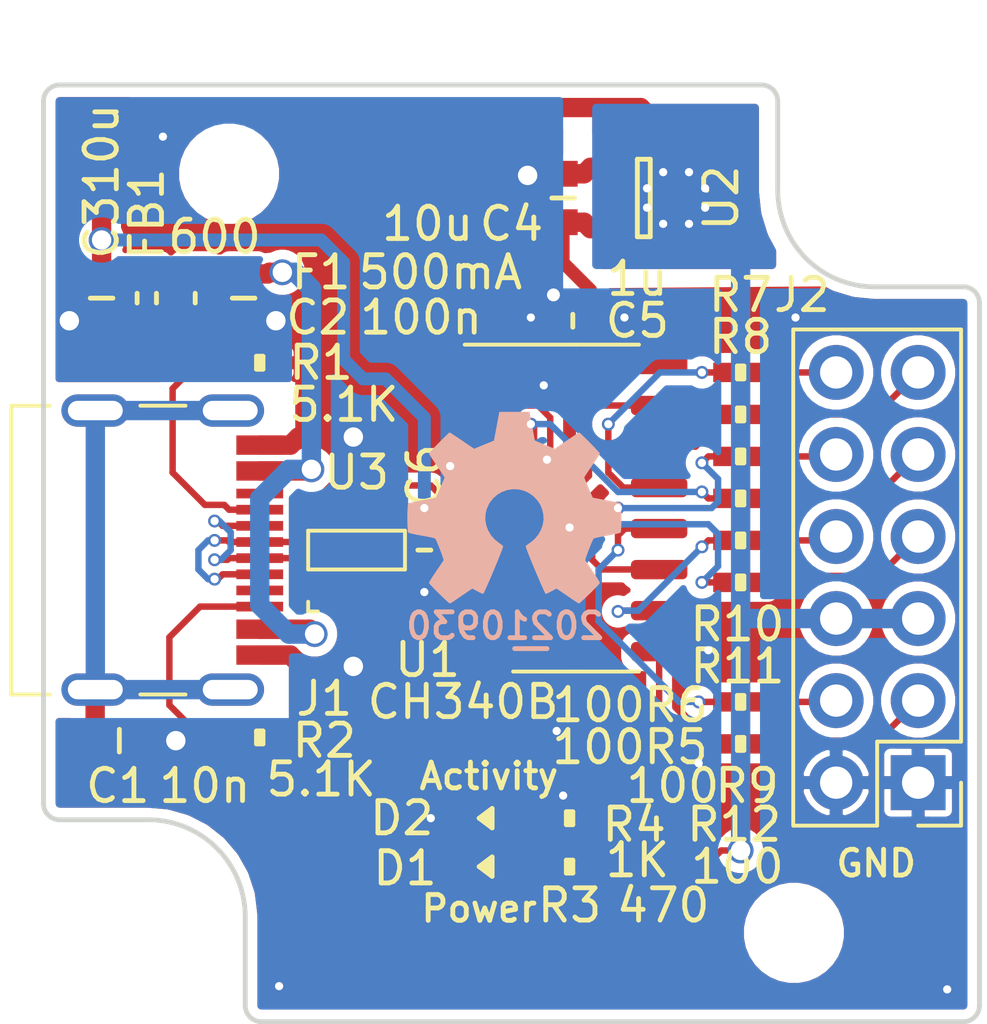
<source format=kicad_pcb>
(kicad_pcb (version 20171130) (host pcbnew 5.1.10-88a1d61d58~90~ubuntu21.04.1)

  (general
    (thickness 1.6)
    (drawings 20)
    (tracks 303)
    (zones 0)
    (modules 31)
    (nets 36)
  )

  (page A4)
  (layers
    (0 F.Cu signal)
    (31 B.Cu signal)
    (32 B.Adhes user)
    (33 F.Adhes user)
    (34 B.Paste user)
    (35 F.Paste user)
    (36 B.SilkS user)
    (37 F.SilkS user)
    (38 B.Mask user)
    (39 F.Mask user)
    (40 Dwgs.User user)
    (41 Cmts.User user)
    (42 Eco1.User user)
    (43 Eco2.User user)
    (44 Edge.Cuts user)
    (45 Margin user)
    (46 B.CrtYd user)
    (47 F.CrtYd user)
    (48 B.Fab user)
    (49 F.Fab user)
  )

  (setup
    (last_trace_width 0.6)
    (user_trace_width 0.2)
    (user_trace_width 0.3)
    (user_trace_width 0.4)
    (user_trace_width 0.6)
    (user_trace_width 1)
    (user_trace_width 1.5)
    (user_trace_width 2)
    (trace_clearance 0.2)
    (zone_clearance 0.3)
    (zone_45_only no)
    (trace_min 0.2)
    (via_size 0.4)
    (via_drill 0.254)
    (via_min_size 0.4)
    (via_min_drill 0.254)
    (user_via 0.4 0.254)
    (user_via 0.6 0.4)
    (user_via 0.8 0.6)
    (user_via 1 0.8)
    (user_via 1.3 1)
    (user_via 1.5 1.2)
    (user_via 1.7 1.4)
    (user_via 1.9 1.6)
    (uvia_size 0.4)
    (uvia_drill 0.254)
    (uvias_allowed no)
    (uvia_min_size 0.4)
    (uvia_min_drill 0.254)
    (edge_width 0.15)
    (segment_width 0.2)
    (pcb_text_width 0.3)
    (pcb_text_size 1.5 1.5)
    (mod_edge_width 0.15)
    (mod_text_size 0.8 0.8)
    (mod_text_width 0.15)
    (pad_size 0.8 0.9)
    (pad_drill 0)
    (pad_to_mask_clearance 0.1)
    (solder_mask_min_width 0.15)
    (aux_axis_origin 0 0)
    (visible_elements FFFFFF7F)
    (pcbplotparams
      (layerselection 0x010fc_ffffffff)
      (usegerberextensions true)
      (usegerberattributes false)
      (usegerberadvancedattributes false)
      (creategerberjobfile false)
      (excludeedgelayer true)
      (linewidth 0.100000)
      (plotframeref false)
      (viasonmask false)
      (mode 1)
      (useauxorigin false)
      (hpglpennumber 1)
      (hpglpenspeed 20)
      (hpglpendiameter 15.000000)
      (psnegative false)
      (psa4output false)
      (plotreference true)
      (plotvalue true)
      (plotinvisibletext false)
      (padsonsilk false)
      (subtractmaskfromsilk false)
      (outputformat 1)
      (mirror false)
      (drillshape 0)
      (scaleselection 1)
      (outputdirectory "OSH_Park_2_layer_plots"))
  )

  (net 0 "")
  (net 1 "Net-(C1-Pad1)")
  (net 2 /GND)
  (net 3 /VBUS)
  (net 4 /CC1)
  (net 5 /CC2)
  (net 6 "Net-(D1-Pad2)")
  (net 7 "Net-(F1-Pad1)")
  (net 8 /DP)
  (net 9 /DN)
  (net 10 "Net-(J2-Pad10)")
  (net 11 "Net-(J2-Pad9)")
  (net 12 "Net-(D2-Pad2)")
  (net 13 "Net-(J1-PadB8)")
  (net 14 "Net-(J1-PadA8)")
  (net 15 /TNOW)
  (net 16 /TXD)
  (net 17 /RXD)
  (net 18 /RTS)
  (net 19 /DTR)
  (net 20 /DCD)
  (net 21 /RI)
  (net 22 /DSR)
  (net 23 /CTS)
  (net 24 "Net-(U1-Pad8)")
  (net 25 "Net-(U1-Pad7)")
  (net 26 /+5V)
  (net 27 "Net-(J2-Pad12)")
  (net 28 "Net-(J2-Pad11)")
  (net 29 "Net-(J2-Pad8)")
  (net 30 "Net-(J2-Pad7)")
  (net 31 "Net-(J2-Pad4)")
  (net 32 "Net-(J2-Pad3)")
  (net 33 /+3.3V)
  (net 34 "Net-(U3-Pad4)")
  (net 35 "Net-(U3-Pad3)")

  (net_class Default "This is the default net class."
    (clearance 0.2)
    (trace_width 0.2)
    (via_dia 0.4)
    (via_drill 0.254)
    (uvia_dia 0.4)
    (uvia_drill 0.254)
    (add_net /+3.3V)
    (add_net /+5V)
    (add_net /CC1)
    (add_net /CC2)
    (add_net /CTS)
    (add_net /DCD)
    (add_net /DN)
    (add_net /DP)
    (add_net /DSR)
    (add_net /DTR)
    (add_net /GND)
    (add_net /RI)
    (add_net /RTS)
    (add_net /RXD)
    (add_net /TNOW)
    (add_net /TXD)
    (add_net /VBUS)
    (add_net "Net-(C1-Pad1)")
    (add_net "Net-(D1-Pad2)")
    (add_net "Net-(D2-Pad2)")
    (add_net "Net-(F1-Pad1)")
    (add_net "Net-(J1-PadA8)")
    (add_net "Net-(J1-PadB8)")
    (add_net "Net-(J2-Pad10)")
    (add_net "Net-(J2-Pad11)")
    (add_net "Net-(J2-Pad12)")
    (add_net "Net-(J2-Pad3)")
    (add_net "Net-(J2-Pad4)")
    (add_net "Net-(J2-Pad7)")
    (add_net "Net-(J2-Pad8)")
    (add_net "Net-(J2-Pad9)")
    (add_net "Net-(U1-Pad7)")
    (add_net "Net-(U1-Pad8)")
    (add_net "Net-(U3-Pad3)")
    (add_net "Net-(U3-Pad4)")
  )

  (module SquantorIC:SOT26-diodesinc (layer F.Cu) (tedit 60493AAE) (tstamp 6154DD9C)
    (at 142.7 101.5)
    (descr "SOT26 by Diodes Incorporated")
    (tags "SOT26 diodesinc")
    (path /615A5F74)
    (fp_text reference U3 (at 0 -2.4) (layer F.SilkS)
      (effects (font (size 1 1) (thickness 0.15)))
    )
    (fp_text value TVS_4_Array (at 0 2.6) (layer F.Fab)
      (effects (font (size 1 1) (thickness 0.15)))
    )
    (fp_line (start -1.5 -1.9) (end -1.5 1.9) (layer F.CrtYd) (width 0.05))
    (fp_line (start -1.5 1.9) (end 1.5 1.9) (layer F.CrtYd) (width 0.05))
    (fp_line (start 1.5 1.9) (end 1.5 -1.9) (layer F.CrtYd) (width 0.05))
    (fp_line (start 1.5 -1.9) (end -1.5 -1.9) (layer F.CrtYd) (width 0.05))
    (fp_line (start -1.5 1.6) (end -1.5 1.9) (layer F.SilkS) (width 0.12))
    (fp_line (start -1.5 1.9) (end -1.2 1.9) (layer F.SilkS) (width 0.12))
    (fp_line (start 1.5 -0.6) (end 1.5 0.6) (layer F.SilkS) (width 0.12))
    (fp_line (start 1.5 0.6) (end -1.5 0.6) (layer F.SilkS) (width 0.12))
    (fp_line (start -1.5 0.6) (end -1.5 -0.6) (layer F.SilkS) (width 0.12))
    (fp_line (start -1.5 -0.6) (end 1.5 -0.6) (layer F.SilkS) (width 0.12))
    (pad 6 smd rect (at -0.95 -1.2) (size 0.55 0.8) (layers F.Cu F.Paste F.Mask)
      (net 8 /DP))
    (pad 5 smd rect (at 0 -1.2) (size 0.55 0.8) (layers F.Cu F.Paste F.Mask)
      (net 26 /+5V))
    (pad 4 smd rect (at 0.95 -1.2) (size 0.55 0.8) (layers F.Cu F.Paste F.Mask)
      (net 34 "Net-(U3-Pad4)"))
    (pad 3 smd rect (at 0.95 1.2) (size 0.55 0.8) (layers F.Cu F.Paste F.Mask)
      (net 35 "Net-(U3-Pad3)"))
    (pad 2 smd rect (at 0 1.2) (size 0.55 0.8) (layers F.Cu F.Paste F.Mask)
      (net 2 /GND))
    (pad 1 smd rect (at -0.95 1.2) (size 0.55 0.8) (layers F.Cu F.Paste F.Mask)
      (net 9 /DN))
    (model ${KISYS3DMOD}/Package_TO_SOT_SMD.3dshapes/SOT-23-6.step
      (at (xyz 0 0 0))
      (scale (xyz 1 1 1))
      (rotate (xyz 0 0 -90))
    )
  )

  (module SquantorRcl:C_0402 (layer F.Cu) (tedit 5D442507) (tstamp 6154DA4C)
    (at 144.8 101.5 90)
    (descr "Capacitor SMD 0402, reflow soldering, AVX (see smccp.pdf)")
    (tags "capacitor 0402")
    (path /615E0396)
    (attr smd)
    (fp_text reference C6 (at 2.3 0 90) (layer F.SilkS)
      (effects (font (size 1 1) (thickness 0.15)))
    )
    (fp_text value 1u (at 0 1.7 90) (layer F.Fab)
      (effects (font (size 1 1) (thickness 0.15)))
    )
    (fp_line (start 0 -0.2) (end 0 0.2) (layer F.SilkS) (width 0.15))
    (fp_line (start 1.1 -0.55) (end 1.1 0.55) (layer F.CrtYd) (width 0.05))
    (fp_line (start -1.1 -0.55) (end -1.1 0.55) (layer F.CrtYd) (width 0.05))
    (fp_line (start -1.1 0.55) (end 1.1 0.55) (layer F.CrtYd) (width 0.05))
    (fp_line (start -1.1 -0.55) (end 1.1 -0.55) (layer F.CrtYd) (width 0.05))
    (fp_line (start -0.5 -0.25) (end 0.5 -0.25) (layer F.Fab) (width 0.1))
    (fp_line (start 0.5 -0.25) (end 0.5 0.25) (layer F.Fab) (width 0.1))
    (fp_line (start 0.5 0.25) (end -0.5 0.25) (layer F.Fab) (width 0.1))
    (fp_line (start -0.5 0.25) (end -0.5 -0.25) (layer F.Fab) (width 0.1))
    (pad 2 smd rect (at 0.55 0 90) (size 0.6 0.6) (layers F.Cu F.Paste F.Mask)
      (net 26 /+5V))
    (pad 1 smd rect (at -0.55 0 90) (size 0.6 0.6) (layers F.Cu F.Paste F.Mask)
      (net 2 /GND))
    (model ${KISYS3DMOD}/Capacitor_SMD.3dshapes/C_0402_1005Metric.step
      (at (xyz 0 0 0))
      (scale (xyz 1 1 1))
      (rotate (xyz 0 0 0))
    )
  )

  (module SquantorIC:SOT23-3 (layer F.Cu) (tedit 60C5F838) (tstamp 60C606DB)
    (at 151.6 90.6 270)
    (path /60C8D164)
    (fp_text reference U2 (at 0 -2.4 90) (layer F.SilkS)
      (effects (font (size 1 1) (thickness 0.15)))
    )
    (fp_text value HX6206P332MR (at -0.1 -2.4 90) (layer F.Fab)
      (effects (font (size 1 1) (thickness 0.15)))
    )
    (fp_line (start -1.2 -0.2) (end 1.2 -0.2) (layer F.SilkS) (width 0.15))
    (fp_line (start 1.2 -0.2) (end 1.2 0.2) (layer F.SilkS) (width 0.15))
    (fp_line (start 1.2 0.2) (end -1.2 0.2) (layer F.SilkS) (width 0.15))
    (fp_line (start -1.2 0.2) (end -1.2 -0.2) (layer F.SilkS) (width 0.15))
    (fp_line (start -1.7 1.8) (end 1.7 1.8) (layer F.CrtYd) (width 0.05))
    (fp_line (start -1.7 1.8) (end -1.7 -1.1) (layer F.CrtYd) (width 0.05))
    (fp_line (start -1.7 -1.1) (end -0.7 -1.1) (layer F.CrtYd) (width 0.05))
    (fp_line (start -0.7 -1.1) (end -0.7 -1.8) (layer F.CrtYd) (width 0.05))
    (fp_line (start -0.7 -1.8) (end 0.7 -1.8) (layer F.CrtYd) (width 0.05))
    (fp_line (start 0.7 -1.8) (end 0.7 -1.1) (layer F.CrtYd) (width 0.05))
    (fp_line (start 0.7 -1.1) (end 1.7 -1.1) (layer F.CrtYd) (width 0.05))
    (fp_line (start 1.7 -1.1) (end 1.7 1.8) (layer F.CrtYd) (width 0.05))
    (pad 3 smd rect (at 0 -1 270) (size 0.8 0.9) (layers F.Cu F.Paste F.Mask)
      (net 26 /+5V) (zone_connect 2))
    (pad 2 smd rect (at 0.95 1 270) (size 0.8 0.9) (layers F.Cu F.Paste F.Mask)
      (net 33 /+3.3V))
    (pad 1 smd rect (at -0.95 1 270) (size 0.8 0.9) (layers F.Cu F.Paste F.Mask)
      (net 2 /GND))
    (model ${KISYS3DMOD}/Package_TO_SOT_SMD.3dshapes/SOT-23.step
      (at (xyz 0 0 0))
      (scale (xyz 1 1 1))
      (rotate (xyz 0 0 -90))
    )
  )

  (module SquantorRcl:C_0603 (layer F.Cu) (tedit 5D4422AA) (tstamp 60C2FD86)
    (at 149.1 90.6 270)
    (descr "Capacitor SMD 0603, reflow soldering, AVX (see smccp.pdf)")
    (tags "capacitor 0603")
    (path /60E436BD)
    (attr smd)
    (fp_text reference C4 (at 0.8 1.6 180) (layer F.SilkS)
      (effects (font (size 1 1) (thickness 0.15)))
    )
    (fp_text value 10u (at 0.8 4.2 180) (layer F.SilkS)
      (effects (font (size 1 1) (thickness 0.15)))
    )
    (fp_line (start -0.8 0.4) (end -0.8 -0.4) (layer F.Fab) (width 0.1))
    (fp_line (start 0.8 0.4) (end -0.8 0.4) (layer F.Fab) (width 0.1))
    (fp_line (start 0.8 -0.4) (end 0.8 0.4) (layer F.Fab) (width 0.1))
    (fp_line (start -0.8 -0.4) (end 0.8 -0.4) (layer F.Fab) (width 0.1))
    (fp_line (start -1.4 -0.7) (end 1.4 -0.7) (layer F.CrtYd) (width 0.05))
    (fp_line (start -1.4 0.7) (end 1.4 0.7) (layer F.CrtYd) (width 0.05))
    (fp_line (start -1.4 -0.7) (end -1.4 0.7) (layer F.CrtYd) (width 0.05))
    (fp_line (start 1.4 -0.7) (end 1.4 0.7) (layer F.CrtYd) (width 0.05))
    (fp_line (start 0 -0.35) (end 0 0.35) (layer F.SilkS) (width 0.15))
    (pad 2 smd rect (at 0.75 0 270) (size 0.8 0.9) (layers F.Cu F.Paste F.Mask)
      (net 33 /+3.3V))
    (pad 1 smd rect (at -0.75 0 270) (size 0.8 0.9) (layers F.Cu F.Paste F.Mask)
      (net 2 /GND))
    (model ${KISYS3DMOD}/Capacitor_SMD.3dshapes/C_0603_1608Metric.step
      (at (xyz 0 0 0))
      (scale (xyz 1 1 1))
      (rotate (xyz 0 0 0))
    )
  )

  (module Connector_PinHeader_2.54mm:PinHeader_2x06_P2.54mm_Vertical (layer F.Cu) (tedit 59FED5CC) (tstamp 60C2D23D)
    (at 160.1 108.7 180)
    (descr "Through hole straight pin header, 2x06, 2.54mm pitch, double rows")
    (tags "Through hole pin header THT 2x06 2.54mm double row")
    (path /60CF170D)
    (fp_text reference J2 (at 3.6 15.1) (layer F.SilkS)
      (effects (font (size 1 1) (thickness 0.15)))
    )
    (fp_text value Conn_02x06_Odd_Even (at -1.3 6.1 90) (layer F.Fab)
      (effects (font (size 1 1) (thickness 0.15)))
    )
    (fp_line (start 0 -1.27) (end 3.81 -1.27) (layer F.Fab) (width 0.1))
    (fp_line (start 3.81 -1.27) (end 3.81 13.97) (layer F.Fab) (width 0.1))
    (fp_line (start 3.81 13.97) (end -1.27 13.97) (layer F.Fab) (width 0.1))
    (fp_line (start -1.27 13.97) (end -1.27 0) (layer F.Fab) (width 0.1))
    (fp_line (start -1.27 0) (end 0 -1.27) (layer F.Fab) (width 0.1))
    (fp_line (start -1.33 14.03) (end 3.87 14.03) (layer F.SilkS) (width 0.12))
    (fp_line (start -1.33 1.27) (end -1.33 14.03) (layer F.SilkS) (width 0.12))
    (fp_line (start 3.87 -1.33) (end 3.87 14.03) (layer F.SilkS) (width 0.12))
    (fp_line (start -1.33 1.27) (end 1.27 1.27) (layer F.SilkS) (width 0.12))
    (fp_line (start 1.27 1.27) (end 1.27 -1.33) (layer F.SilkS) (width 0.12))
    (fp_line (start 1.27 -1.33) (end 3.87 -1.33) (layer F.SilkS) (width 0.12))
    (fp_line (start -1.33 0) (end -1.33 -1.33) (layer F.SilkS) (width 0.12))
    (fp_line (start -1.33 -1.33) (end 0 -1.33) (layer F.SilkS) (width 0.12))
    (fp_line (start -1.8 -1.8) (end -1.8 14.5) (layer F.CrtYd) (width 0.05))
    (fp_line (start -1.8 14.5) (end 4.35 14.5) (layer F.CrtYd) (width 0.05))
    (fp_line (start 4.35 14.5) (end 4.35 -1.8) (layer F.CrtYd) (width 0.05))
    (fp_line (start 4.35 -1.8) (end -1.8 -1.8) (layer F.CrtYd) (width 0.05))
    (fp_text user %R (at 1.27 6.35 90) (layer F.Fab)
      (effects (font (size 1 1) (thickness 0.15)))
    )
    (pad 12 thru_hole oval (at 2.54 12.7 180) (size 1.7 1.7) (drill 1) (layers *.Cu *.Mask)
      (net 27 "Net-(J2-Pad12)"))
    (pad 11 thru_hole oval (at 0 12.7 180) (size 1.7 1.7) (drill 1) (layers *.Cu *.Mask)
      (net 28 "Net-(J2-Pad11)"))
    (pad 10 thru_hole oval (at 2.54 10.16 180) (size 1.7 1.7) (drill 1) (layers *.Cu *.Mask)
      (net 10 "Net-(J2-Pad10)"))
    (pad 9 thru_hole oval (at 0 10.16 180) (size 1.7 1.7) (drill 1) (layers *.Cu *.Mask)
      (net 11 "Net-(J2-Pad9)"))
    (pad 8 thru_hole oval (at 2.54 7.62 180) (size 1.7 1.7) (drill 1) (layers *.Cu *.Mask)
      (net 29 "Net-(J2-Pad8)"))
    (pad 7 thru_hole oval (at 0 7.62 180) (size 1.7 1.7) (drill 1) (layers *.Cu *.Mask)
      (net 30 "Net-(J2-Pad7)"))
    (pad 6 thru_hole oval (at 2.54 5.08 180) (size 1.7 1.7) (drill 1) (layers *.Cu *.Mask)
      (net 26 /+5V))
    (pad 5 thru_hole oval (at 0 5.08 180) (size 1.7 1.7) (drill 1) (layers *.Cu *.Mask)
      (net 26 /+5V))
    (pad 4 thru_hole oval (at 2.54 2.54 180) (size 1.7 1.7) (drill 1) (layers *.Cu *.Mask)
      (net 31 "Net-(J2-Pad4)"))
    (pad 3 thru_hole oval (at 0 2.54 180) (size 1.7 1.7) (drill 1) (layers *.Cu *.Mask)
      (net 32 "Net-(J2-Pad3)"))
    (pad 2 thru_hole oval (at 2.54 0 180) (size 1.7 1.7) (drill 1) (layers *.Cu *.Mask)
      (net 2 /GND))
    (pad 1 thru_hole rect (at 0 0 180) (size 1.7 1.7) (drill 1) (layers *.Cu *.Mask)
      (net 2 /GND))
    (model ${KISYS3DMOD}/Connector_PinHeader_2.54mm.3dshapes/PinHeader_2x06_P2.54mm_Vertical.wrl
      (at (xyz 0 0 0))
      (scale (xyz 1 1 1))
      (rotate (xyz 0 0 0))
    )
  )

  (module SquantorUsb:USB-C-HRO-31-M-12 (layer F.Cu) (tedit 60C24EC6) (tstamp 60C1334A)
    (at 139.7 101.5 270)
    (descr "USB-C HRO-31-M-12 connector")
    (tags USB-C)
    (path /60C183D1)
    (attr smd)
    (fp_text reference J1 (at 4.6 -2 180) (layer F.SilkS)
      (effects (font (size 1 1) (thickness 0.15)))
    )
    (fp_text value USB-C_PD_USB (at 0.1 7.2 270) (layer F.Fab)
      (effects (font (size 1 1) (thickness 0.15)))
    )
    (fp_line (start 4.47 3.7) (end 4.47 2.3) (layer F.SilkS) (width 0.12))
    (fp_line (start 4.47 7.695) (end 4.47 6.5) (layer F.SilkS) (width 0.12))
    (fp_line (start -4.47 7.695) (end 4.47 7.695) (layer F.SilkS) (width 0.12))
    (fp_line (start -4.47 6.5) (end -4.47 7.695) (layer F.SilkS) (width 0.12))
    (fp_line (start -4.47 3.7) (end -4.47 2.3) (layer F.SilkS) (width 0.12))
    (fp_line (start -4.47 0.395) (end 4.47 0.395) (layer F.Fab) (width 0.12))
    (fp_line (start 4.47 7.695) (end 4.47 0.395) (layer F.Fab) (width 0.12))
    (fp_line (start -4.47 7.695) (end -4.47 0.395) (layer F.Fab) (width 0.12))
    (fp_line (start 5.2 -1.1) (end 5.2 5.5) (layer F.CrtYd) (width 0.05))
    (fp_line (start -5.2 -1.1) (end 5.2 -1.1) (layer F.CrtYd) (width 0.05))
    (fp_line (start -5.2 7.7) (end -5.2 -1.1) (layer F.CrtYd) (width 0.05))
    (fp_line (start 5.2 7.7) (end -5.2 7.7) (layer F.CrtYd) (width 0.05))
    (fp_line (start 5.2 5.5) (end 5.2 7.7) (layer F.CrtYd) (width 0.05))
    (fp_line (start -4.47 7.695) (end 4.47 7.695) (layer F.Fab) (width 0.12))
    (pad "" np_thru_hole circle (at -2.89 1.445 270) (size 0.65 0.65) (drill 0.65) (layers *.Cu *.Mask))
    (pad "" np_thru_hole circle (at 2.89 1.445 270) (size 0.65 0.65) (drill 0.65) (layers *.Cu *.Mask))
    (pad S thru_hole oval (at 4.32 5.095 270) (size 1 2.1) (drill oval 0.6 1.7) (layers *.Cu *.Mask)
      (net 1 "Net-(C1-Pad1)"))
    (pad S thru_hole oval (at -4.32 5.095 270) (size 1 2.1) (drill oval 0.6 1.7) (layers *.Cu *.Mask)
      (net 1 "Net-(C1-Pad1)"))
    (pad S thru_hole oval (at 4.32 0.915 270) (size 1 2.1) (drill oval 0.6 1.7) (layers *.Cu *.Mask)
      (net 1 "Net-(C1-Pad1)"))
    (pad S thru_hole oval (at -4.32 0.915 270) (size 1 2.1) (drill oval 0.6 1.7) (layers *.Cu *.Mask)
      (net 1 "Net-(C1-Pad1)"))
    (pad B1A12 smd rect (at 3.25 0 270) (size 0.6 1.45) (layers F.Cu F.Paste F.Mask)
      (net 2 /GND))
    (pad A1B12 smd rect (at -3.25 0 270) (size 0.6 1.45) (layers F.Cu F.Paste F.Mask)
      (net 2 /GND))
    (pad B4A9 smd rect (at 2.45 0 270) (size 0.6 1.45) (layers F.Cu F.Paste F.Mask)
      (net 3 /VBUS))
    (pad A4B9 smd rect (at -2.45 0 270) (size 0.6 1.45) (layers F.Cu F.Paste F.Mask)
      (net 3 /VBUS))
    (pad B5 smd rect (at 1.75 0 270) (size 0.3 1.45) (layers F.Cu F.Paste F.Mask)
      (net 5 /CC2))
    (pad B8 smd rect (at -1.75 0 270) (size 0.3 1.45) (layers F.Cu F.Paste F.Mask)
      (net 13 "Net-(J1-PadB8)"))
    (pad A8 smd rect (at 1.25 0 270) (size 0.3 1.45) (layers F.Cu F.Paste F.Mask)
      (net 14 "Net-(J1-PadA8)"))
    (pad A5 smd rect (at -1.25 0 270) (size 0.3 1.45) (layers F.Cu F.Paste F.Mask)
      (net 4 /CC1))
    (pad B6 smd rect (at 0.75 0 270) (size 0.3 1.45) (layers F.Cu F.Paste F.Mask)
      (net 8 /DP))
    (pad B7 smd rect (at -0.75 0 270) (size 0.3 1.45) (layers F.Cu F.Paste F.Mask)
      (net 9 /DN))
    (pad A7 smd rect (at 0.25 0 270) (size 0.3 1.45) (layers F.Cu F.Paste F.Mask)
      (net 9 /DN))
    (pad A6 smd rect (at -0.25 0 270) (size 0.3 1.45) (layers F.Cu F.Paste F.Mask)
      (net 8 /DP))
  )

  (module Package_SO:SO-16_3.9x9.9mm_P1.27mm (layer F.Cu) (tedit 5E888720) (tstamp 60C2B204)
    (at 149.5 100.2)
    (descr "SO, 16 Pin (https://www.nxp.com/docs/en/package-information/SOT109-1.pdf), generated with kicad-footprint-generator ipc_gullwing_generator.py")
    (tags "SO SO")
    (path /60C53DA3)
    (attr smd)
    (fp_text reference U1 (at -4.6 4.7) (layer F.SilkS)
      (effects (font (size 1 1) (thickness 0.15)))
    )
    (fp_text value CH340B (at -3.5 6) (layer F.SilkS)
      (effects (font (size 1 1) (thickness 0.15)))
    )
    (fp_line (start 0 5.06) (end 1.95 5.06) (layer F.SilkS) (width 0.12))
    (fp_line (start 0 5.06) (end -1.95 5.06) (layer F.SilkS) (width 0.12))
    (fp_line (start 0 -5.06) (end 1.95 -5.06) (layer F.SilkS) (width 0.12))
    (fp_line (start 0 -5.06) (end -3.45 -5.06) (layer F.SilkS) (width 0.12))
    (fp_line (start -0.975 -4.95) (end 1.95 -4.95) (layer F.Fab) (width 0.1))
    (fp_line (start 1.95 -4.95) (end 1.95 4.95) (layer F.Fab) (width 0.1))
    (fp_line (start 1.95 4.95) (end -1.95 4.95) (layer F.Fab) (width 0.1))
    (fp_line (start -1.95 4.95) (end -1.95 -3.975) (layer F.Fab) (width 0.1))
    (fp_line (start -1.95 -3.975) (end -0.975 -4.95) (layer F.Fab) (width 0.1))
    (fp_line (start -3.7 -5.2) (end -3.7 5.2) (layer F.CrtYd) (width 0.05))
    (fp_line (start -3.7 5.2) (end 3.7 5.2) (layer F.CrtYd) (width 0.05))
    (fp_line (start 3.7 5.2) (end 3.7 -5.2) (layer F.CrtYd) (width 0.05))
    (fp_line (start 3.7 -5.2) (end -3.7 -5.2) (layer F.CrtYd) (width 0.05))
    (fp_text user %R (at 0 0) (layer F.Fab)
      (effects (font (size 0.98 0.98) (thickness 0.15)))
    )
    (pad 16 smd roundrect (at 2.575 -4.445) (size 1.75 0.6) (layers F.Cu F.Paste F.Mask) (roundrect_rratio 0.25)
      (net 33 /+3.3V))
    (pad 15 smd roundrect (at 2.575 -3.175) (size 1.75 0.6) (layers F.Cu F.Paste F.Mask) (roundrect_rratio 0.25)
      (net 15 /TNOW))
    (pad 14 smd roundrect (at 2.575 -1.905) (size 1.75 0.6) (layers F.Cu F.Paste F.Mask) (roundrect_rratio 0.25)
      (net 18 /RTS))
    (pad 13 smd roundrect (at 2.575 -0.635) (size 1.75 0.6) (layers F.Cu F.Paste F.Mask) (roundrect_rratio 0.25)
      (net 19 /DTR))
    (pad 12 smd roundrect (at 2.575 0.635) (size 1.75 0.6) (layers F.Cu F.Paste F.Mask) (roundrect_rratio 0.25)
      (net 20 /DCD))
    (pad 11 smd roundrect (at 2.575 1.905) (size 1.75 0.6) (layers F.Cu F.Paste F.Mask) (roundrect_rratio 0.25)
      (net 21 /RI))
    (pad 10 smd roundrect (at 2.575 3.175) (size 1.75 0.6) (layers F.Cu F.Paste F.Mask) (roundrect_rratio 0.25)
      (net 22 /DSR))
    (pad 9 smd roundrect (at 2.575 4.445) (size 1.75 0.6) (layers F.Cu F.Paste F.Mask) (roundrect_rratio 0.25)
      (net 23 /CTS))
    (pad 8 smd roundrect (at -2.575 4.445) (size 1.75 0.6) (layers F.Cu F.Paste F.Mask) (roundrect_rratio 0.25)
      (net 24 "Net-(U1-Pad8)"))
    (pad 7 smd roundrect (at -2.575 3.175) (size 1.75 0.6) (layers F.Cu F.Paste F.Mask) (roundrect_rratio 0.25)
      (net 25 "Net-(U1-Pad7)"))
    (pad 6 smd roundrect (at -2.575 1.905) (size 1.75 0.6) (layers F.Cu F.Paste F.Mask) (roundrect_rratio 0.25)
      (net 9 /DN))
    (pad 5 smd roundrect (at -2.575 0.635) (size 1.75 0.6) (layers F.Cu F.Paste F.Mask) (roundrect_rratio 0.25)
      (net 8 /DP))
    (pad 4 smd roundrect (at -2.575 -0.635) (size 1.75 0.6) (layers F.Cu F.Paste F.Mask) (roundrect_rratio 0.25)
      (net 33 /+3.3V))
    (pad 3 smd roundrect (at -2.575 -1.905) (size 1.75 0.6) (layers F.Cu F.Paste F.Mask) (roundrect_rratio 0.25)
      (net 17 /RXD))
    (pad 2 smd roundrect (at -2.575 -3.175) (size 1.75 0.6) (layers F.Cu F.Paste F.Mask) (roundrect_rratio 0.25)
      (net 16 /TXD))
    (pad 1 smd roundrect (at -2.575 -4.445) (size 1.75 0.6) (layers F.Cu F.Paste F.Mask) (roundrect_rratio 0.25)
      (net 2 /GND))
    (model ${KISYS3DMOD}/Package_SO.3dshapes/SO-16_3.9x9.9mm_P1.27mm.wrl
      (at (xyz 0 0 0))
      (scale (xyz 1 1 1))
      (rotate (xyz 0 0 0))
    )
    (model ${KISYS3DMOD}/Package_SO.3dshapes/SOIC-16_3.9x9.9mm_P1.27mm.step
      (at (xyz 0 0 0))
      (scale (xyz 1 1 1))
      (rotate (xyz 0 0 0))
    )
  )

  (module SquantorRcl:R_0402_hand (layer F.Cu) (tedit 5D440136) (tstamp 6155D8EA)
    (at 154.6 107.5 180)
    (descr "Resistor SMD 0402, reflow soldering, Vishay (see dcrcw.pdf)")
    (tags "resistor 0402")
    (path /60C84866)
    (attr smd)
    (fp_text reference R12 (at 0.2 -2.5) (layer F.SilkS)
      (effects (font (size 1 1) (thickness 0.15)))
    )
    (fp_text value 100 (at 2.1 -1.3) (layer F.SilkS)
      (effects (font (size 1 1) (thickness 0.15)))
    )
    (fp_line (start -0.5 0.25) (end -0.5 -0.25) (layer F.Fab) (width 0.1))
    (fp_line (start 0.5 0.25) (end -0.5 0.25) (layer F.Fab) (width 0.1))
    (fp_line (start 0.5 -0.25) (end 0.5 0.25) (layer F.Fab) (width 0.1))
    (fp_line (start -0.5 -0.25) (end 0.5 -0.25) (layer F.Fab) (width 0.1))
    (fp_line (start -1.1 -0.55) (end 1.1 -0.55) (layer F.CrtYd) (width 0.05))
    (fp_line (start -1.1 0.55) (end 1.1 0.55) (layer F.CrtYd) (width 0.05))
    (fp_line (start -1.1 -0.55) (end -1.1 0.55) (layer F.CrtYd) (width 0.05))
    (fp_line (start 1.1 -0.55) (end 1.1 0.55) (layer F.CrtYd) (width 0.05))
    (fp_line (start -0.1 -0.2) (end 0.1 -0.2) (layer F.SilkS) (width 0.15))
    (fp_line (start 0.1 -0.2) (end 0.1 0.2) (layer F.SilkS) (width 0.15))
    (fp_line (start 0.1 0.2) (end -0.1 0.2) (layer F.SilkS) (width 0.15))
    (fp_line (start -0.1 0.2) (end -0.1 -0.2) (layer F.SilkS) (width 0.15))
    (fp_line (start 0 -0.2) (end 0 0.2) (layer F.SilkS) (width 0.15))
    (pad 2 smd rect (at 0.55 0 180) (size 0.6 0.6) (layers F.Cu F.Paste F.Mask)
      (net 23 /CTS))
    (pad 1 smd rect (at -0.55 0 180) (size 0.6 0.6) (layers F.Cu F.Paste F.Mask)
      (net 32 "Net-(J2-Pad3)"))
    (model ${KISYS3DMOD}/Resistor_SMD.3dshapes/R_0402_1005Metric.step
      (at (xyz 0 0 0))
      (scale (xyz 1 1 1))
      (rotate (xyz 0 0 0))
    )
  )

  (module SquantorRcl:R_0402_hand (layer F.Cu) (tedit 5D440136) (tstamp 60C2B1CF)
    (at 154.6 101.2)
    (descr "Resistor SMD 0402, reflow soldering, Vishay (see dcrcw.pdf)")
    (tags "resistor 0402")
    (path /60C84DCB)
    (attr smd)
    (fp_text reference R11 (at -0.1 3.9) (layer F.SilkS)
      (effects (font (size 1 1) (thickness 0.15)))
    )
    (fp_text value 100 (at -4.4 5.1) (layer F.SilkS)
      (effects (font (size 1 1) (thickness 0.15)))
    )
    (fp_line (start -0.5 0.25) (end -0.5 -0.25) (layer F.Fab) (width 0.1))
    (fp_line (start 0.5 0.25) (end -0.5 0.25) (layer F.Fab) (width 0.1))
    (fp_line (start 0.5 -0.25) (end 0.5 0.25) (layer F.Fab) (width 0.1))
    (fp_line (start -0.5 -0.25) (end 0.5 -0.25) (layer F.Fab) (width 0.1))
    (fp_line (start -1.1 -0.55) (end 1.1 -0.55) (layer F.CrtYd) (width 0.05))
    (fp_line (start -1.1 0.55) (end 1.1 0.55) (layer F.CrtYd) (width 0.05))
    (fp_line (start -1.1 -0.55) (end -1.1 0.55) (layer F.CrtYd) (width 0.05))
    (fp_line (start 1.1 -0.55) (end 1.1 0.55) (layer F.CrtYd) (width 0.05))
    (fp_line (start -0.1 -0.2) (end 0.1 -0.2) (layer F.SilkS) (width 0.15))
    (fp_line (start 0.1 -0.2) (end 0.1 0.2) (layer F.SilkS) (width 0.15))
    (fp_line (start 0.1 0.2) (end -0.1 0.2) (layer F.SilkS) (width 0.15))
    (fp_line (start -0.1 0.2) (end -0.1 -0.2) (layer F.SilkS) (width 0.15))
    (fp_line (start 0 -0.2) (end 0 0.2) (layer F.SilkS) (width 0.15))
    (pad 2 smd rect (at 0.55 0) (size 0.6 0.6) (layers F.Cu F.Paste F.Mask)
      (net 29 "Net-(J2-Pad8)"))
    (pad 1 smd rect (at -0.55 0) (size 0.6 0.6) (layers F.Cu F.Paste F.Mask)
      (net 22 /DSR))
    (model ${KISYS3DMOD}/Resistor_SMD.3dshapes/R_0402_1005Metric.step
      (at (xyz 0 0 0))
      (scale (xyz 1 1 1))
      (rotate (xyz 0 0 0))
    )
  )

  (module SquantorRcl:R_0402_hand (layer F.Cu) (tedit 5D440136) (tstamp 60C2B1BC)
    (at 154.6 98.6)
    (descr "Resistor SMD 0402, reflow soldering, Vishay (see dcrcw.pdf)")
    (tags "resistor 0402")
    (path /60C85178)
    (attr smd)
    (fp_text reference R10 (at -0.1 5.2) (layer F.SilkS)
      (effects (font (size 1 1) (thickness 0.15)))
    )
    (fp_text value 100 (at -0.1 5.2) (layer F.Fab)
      (effects (font (size 1 1) (thickness 0.15)))
    )
    (fp_line (start -0.5 0.25) (end -0.5 -0.25) (layer F.Fab) (width 0.1))
    (fp_line (start 0.5 0.25) (end -0.5 0.25) (layer F.Fab) (width 0.1))
    (fp_line (start 0.5 -0.25) (end 0.5 0.25) (layer F.Fab) (width 0.1))
    (fp_line (start -0.5 -0.25) (end 0.5 -0.25) (layer F.Fab) (width 0.1))
    (fp_line (start -1.1 -0.55) (end 1.1 -0.55) (layer F.CrtYd) (width 0.05))
    (fp_line (start -1.1 0.55) (end 1.1 0.55) (layer F.CrtYd) (width 0.05))
    (fp_line (start -1.1 -0.55) (end -1.1 0.55) (layer F.CrtYd) (width 0.05))
    (fp_line (start 1.1 -0.55) (end 1.1 0.55) (layer F.CrtYd) (width 0.05))
    (fp_line (start -0.1 -0.2) (end 0.1 -0.2) (layer F.SilkS) (width 0.15))
    (fp_line (start 0.1 -0.2) (end 0.1 0.2) (layer F.SilkS) (width 0.15))
    (fp_line (start 0.1 0.2) (end -0.1 0.2) (layer F.SilkS) (width 0.15))
    (fp_line (start -0.1 0.2) (end -0.1 -0.2) (layer F.SilkS) (width 0.15))
    (fp_line (start 0 -0.2) (end 0 0.2) (layer F.SilkS) (width 0.15))
    (pad 2 smd rect (at 0.55 0) (size 0.6 0.6) (layers F.Cu F.Paste F.Mask)
      (net 10 "Net-(J2-Pad10)"))
    (pad 1 smd rect (at -0.55 0) (size 0.6 0.6) (layers F.Cu F.Paste F.Mask)
      (net 21 /RI))
    (model ${KISYS3DMOD}/Resistor_SMD.3dshapes/R_0402_1005Metric.step
      (at (xyz 0 0 0))
      (scale (xyz 1 1 1))
      (rotate (xyz 0 0 0))
    )
  )

  (module SquantorRcl:R_0402_hand (layer F.Cu) (tedit 5D440136) (tstamp 60C2B1A9)
    (at 154.6 106.2)
    (descr "Resistor SMD 0402, reflow soldering, Vishay (see dcrcw.pdf)")
    (tags "resistor 0402")
    (path /60C8552D)
    (attr smd)
    (fp_text reference R9 (at 0.2 2.6) (layer F.SilkS)
      (effects (font (size 1 1) (thickness 0.15)))
    )
    (fp_text value 100 (at -0.1 5.1) (layer F.SilkS)
      (effects (font (size 1 1) (thickness 0.15)))
    )
    (fp_line (start -0.5 0.25) (end -0.5 -0.25) (layer F.Fab) (width 0.1))
    (fp_line (start 0.5 0.25) (end -0.5 0.25) (layer F.Fab) (width 0.1))
    (fp_line (start 0.5 -0.25) (end 0.5 0.25) (layer F.Fab) (width 0.1))
    (fp_line (start -0.5 -0.25) (end 0.5 -0.25) (layer F.Fab) (width 0.1))
    (fp_line (start -1.1 -0.55) (end 1.1 -0.55) (layer F.CrtYd) (width 0.05))
    (fp_line (start -1.1 0.55) (end 1.1 0.55) (layer F.CrtYd) (width 0.05))
    (fp_line (start -1.1 -0.55) (end -1.1 0.55) (layer F.CrtYd) (width 0.05))
    (fp_line (start 1.1 -0.55) (end 1.1 0.55) (layer F.CrtYd) (width 0.05))
    (fp_line (start -0.1 -0.2) (end 0.1 -0.2) (layer F.SilkS) (width 0.15))
    (fp_line (start 0.1 -0.2) (end 0.1 0.2) (layer F.SilkS) (width 0.15))
    (fp_line (start 0.1 0.2) (end -0.1 0.2) (layer F.SilkS) (width 0.15))
    (fp_line (start -0.1 0.2) (end -0.1 -0.2) (layer F.SilkS) (width 0.15))
    (fp_line (start 0 -0.2) (end 0 0.2) (layer F.SilkS) (width 0.15))
    (pad 2 smd rect (at 0.55 0) (size 0.6 0.6) (layers F.Cu F.Paste F.Mask)
      (net 31 "Net-(J2-Pad4)"))
    (pad 1 smd rect (at -0.55 0) (size 0.6 0.6) (layers F.Cu F.Paste F.Mask)
      (net 20 /DCD))
    (model ${KISYS3DMOD}/Resistor_SMD.3dshapes/R_0402_1005Metric.step
      (at (xyz 0 0 0))
      (scale (xyz 1 1 1))
      (rotate (xyz 0 0 0))
    )
  )

  (module SquantorRcl:R_0402_hand (layer F.Cu) (tedit 5D440136) (tstamp 60C2B196)
    (at 154.6 96)
    (descr "Resistor SMD 0402, reflow soldering, Vishay (see dcrcw.pdf)")
    (tags "resistor 0402")
    (path /60C85918)
    (attr smd)
    (fp_text reference R8 (at 0 -1.1) (layer F.SilkS)
      (effects (font (size 1 1) (thickness 0.15)))
    )
    (fp_text value 100 (at 0 -1.1) (layer F.Fab)
      (effects (font (size 1 1) (thickness 0.15)))
    )
    (fp_line (start -0.5 0.25) (end -0.5 -0.25) (layer F.Fab) (width 0.1))
    (fp_line (start 0.5 0.25) (end -0.5 0.25) (layer F.Fab) (width 0.1))
    (fp_line (start 0.5 -0.25) (end 0.5 0.25) (layer F.Fab) (width 0.1))
    (fp_line (start -0.5 -0.25) (end 0.5 -0.25) (layer F.Fab) (width 0.1))
    (fp_line (start -1.1 -0.55) (end 1.1 -0.55) (layer F.CrtYd) (width 0.05))
    (fp_line (start -1.1 0.55) (end 1.1 0.55) (layer F.CrtYd) (width 0.05))
    (fp_line (start -1.1 -0.55) (end -1.1 0.55) (layer F.CrtYd) (width 0.05))
    (fp_line (start 1.1 -0.55) (end 1.1 0.55) (layer F.CrtYd) (width 0.05))
    (fp_line (start -0.1 -0.2) (end 0.1 -0.2) (layer F.SilkS) (width 0.15))
    (fp_line (start 0.1 -0.2) (end 0.1 0.2) (layer F.SilkS) (width 0.15))
    (fp_line (start 0.1 0.2) (end -0.1 0.2) (layer F.SilkS) (width 0.15))
    (fp_line (start -0.1 0.2) (end -0.1 -0.2) (layer F.SilkS) (width 0.15))
    (fp_line (start 0 -0.2) (end 0 0.2) (layer F.SilkS) (width 0.15))
    (pad 2 smd rect (at 0.55 0) (size 0.6 0.6) (layers F.Cu F.Paste F.Mask)
      (net 27 "Net-(J2-Pad12)"))
    (pad 1 smd rect (at -0.55 0) (size 0.6 0.6) (layers F.Cu F.Paste F.Mask)
      (net 19 /DTR))
    (model ${KISYS3DMOD}/Resistor_SMD.3dshapes/R_0402_1005Metric.step
      (at (xyz 0 0 0))
      (scale (xyz 1 1 1))
      (rotate (xyz 0 0 0))
    )
  )

  (module SquantorRcl:R_0402_hand (layer F.Cu) (tedit 5D440136) (tstamp 60C2B183)
    (at 154.6 97.3 180)
    (descr "Resistor SMD 0402, reflow soldering, Vishay (see dcrcw.pdf)")
    (tags "resistor 0402")
    (path /60C85D21)
    (attr smd)
    (fp_text reference R7 (at 0 3.7) (layer F.SilkS)
      (effects (font (size 1 1) (thickness 0.15)))
    )
    (fp_text value 100 (at 0 3.7) (layer F.Fab)
      (effects (font (size 1 1) (thickness 0.15)))
    )
    (fp_line (start -0.5 0.25) (end -0.5 -0.25) (layer F.Fab) (width 0.1))
    (fp_line (start 0.5 0.25) (end -0.5 0.25) (layer F.Fab) (width 0.1))
    (fp_line (start 0.5 -0.25) (end 0.5 0.25) (layer F.Fab) (width 0.1))
    (fp_line (start -0.5 -0.25) (end 0.5 -0.25) (layer F.Fab) (width 0.1))
    (fp_line (start -1.1 -0.55) (end 1.1 -0.55) (layer F.CrtYd) (width 0.05))
    (fp_line (start -1.1 0.55) (end 1.1 0.55) (layer F.CrtYd) (width 0.05))
    (fp_line (start -1.1 -0.55) (end -1.1 0.55) (layer F.CrtYd) (width 0.05))
    (fp_line (start 1.1 -0.55) (end 1.1 0.55) (layer F.CrtYd) (width 0.05))
    (fp_line (start -0.1 -0.2) (end 0.1 -0.2) (layer F.SilkS) (width 0.15))
    (fp_line (start 0.1 -0.2) (end 0.1 0.2) (layer F.SilkS) (width 0.15))
    (fp_line (start 0.1 0.2) (end -0.1 0.2) (layer F.SilkS) (width 0.15))
    (fp_line (start -0.1 0.2) (end -0.1 -0.2) (layer F.SilkS) (width 0.15))
    (fp_line (start 0 -0.2) (end 0 0.2) (layer F.SilkS) (width 0.15))
    (pad 2 smd rect (at 0.55 0 180) (size 0.6 0.6) (layers F.Cu F.Paste F.Mask)
      (net 18 /RTS))
    (pad 1 smd rect (at -0.55 0 180) (size 0.6 0.6) (layers F.Cu F.Paste F.Mask)
      (net 28 "Net-(J2-Pad11)"))
    (model ${KISYS3DMOD}/Resistor_SMD.3dshapes/R_0402_1005Metric.step
      (at (xyz 0 0 0))
      (scale (xyz 1 1 1))
      (rotate (xyz 0 0 0))
    )
  )

  (module SquantorRcl:R_0402_hand (layer F.Cu) (tedit 5D440136) (tstamp 60C2B170)
    (at 154.6 99.9 180)
    (descr "Resistor SMD 0402, reflow soldering, Vishay (see dcrcw.pdf)")
    (tags "resistor 0402")
    (path /60C6B54A)
    (attr smd)
    (fp_text reference R6 (at 2 -6.4) (layer F.SilkS)
      (effects (font (size 1 1) (thickness 0.15)))
    )
    (fp_text value 100 (at 0.1 -5.2) (layer F.Fab)
      (effects (font (size 1 1) (thickness 0.15)))
    )
    (fp_line (start -0.5 0.25) (end -0.5 -0.25) (layer F.Fab) (width 0.1))
    (fp_line (start 0.5 0.25) (end -0.5 0.25) (layer F.Fab) (width 0.1))
    (fp_line (start 0.5 -0.25) (end 0.5 0.25) (layer F.Fab) (width 0.1))
    (fp_line (start -0.5 -0.25) (end 0.5 -0.25) (layer F.Fab) (width 0.1))
    (fp_line (start -1.1 -0.55) (end 1.1 -0.55) (layer F.CrtYd) (width 0.05))
    (fp_line (start -1.1 0.55) (end 1.1 0.55) (layer F.CrtYd) (width 0.05))
    (fp_line (start -1.1 -0.55) (end -1.1 0.55) (layer F.CrtYd) (width 0.05))
    (fp_line (start 1.1 -0.55) (end 1.1 0.55) (layer F.CrtYd) (width 0.05))
    (fp_line (start -0.1 -0.2) (end 0.1 -0.2) (layer F.SilkS) (width 0.15))
    (fp_line (start 0.1 -0.2) (end 0.1 0.2) (layer F.SilkS) (width 0.15))
    (fp_line (start 0.1 0.2) (end -0.1 0.2) (layer F.SilkS) (width 0.15))
    (fp_line (start -0.1 0.2) (end -0.1 -0.2) (layer F.SilkS) (width 0.15))
    (fp_line (start 0 -0.2) (end 0 0.2) (layer F.SilkS) (width 0.15))
    (pad 2 smd rect (at 0.55 0 180) (size 0.6 0.6) (layers F.Cu F.Paste F.Mask)
      (net 17 /RXD))
    (pad 1 smd rect (at -0.55 0 180) (size 0.6 0.6) (layers F.Cu F.Paste F.Mask)
      (net 11 "Net-(J2-Pad9)"))
    (model ${KISYS3DMOD}/Resistor_SMD.3dshapes/R_0402_1005Metric.step
      (at (xyz 0 0 0))
      (scale (xyz 1 1 1))
      (rotate (xyz 0 0 0))
    )
  )

  (module SquantorRcl:R_0402_hand (layer F.Cu) (tedit 5D440136) (tstamp 60C2B15D)
    (at 154.6 102.5 180)
    (descr "Resistor SMD 0402, reflow soldering, Vishay (see dcrcw.pdf)")
    (tags "resistor 0402")
    (path /60C84556)
    (attr smd)
    (fp_text reference R5 (at 2 -5.1) (layer F.SilkS)
      (effects (font (size 1 1) (thickness 0.15)))
    )
    (fp_text value 100 (at 4.4 -5.1) (layer F.SilkS)
      (effects (font (size 1 1) (thickness 0.15)))
    )
    (fp_line (start -0.5 0.25) (end -0.5 -0.25) (layer F.Fab) (width 0.1))
    (fp_line (start 0.5 0.25) (end -0.5 0.25) (layer F.Fab) (width 0.1))
    (fp_line (start 0.5 -0.25) (end 0.5 0.25) (layer F.Fab) (width 0.1))
    (fp_line (start -0.5 -0.25) (end 0.5 -0.25) (layer F.Fab) (width 0.1))
    (fp_line (start -1.1 -0.55) (end 1.1 -0.55) (layer F.CrtYd) (width 0.05))
    (fp_line (start -1.1 0.55) (end 1.1 0.55) (layer F.CrtYd) (width 0.05))
    (fp_line (start -1.1 -0.55) (end -1.1 0.55) (layer F.CrtYd) (width 0.05))
    (fp_line (start 1.1 -0.55) (end 1.1 0.55) (layer F.CrtYd) (width 0.05))
    (fp_line (start -0.1 -0.2) (end 0.1 -0.2) (layer F.SilkS) (width 0.15))
    (fp_line (start 0.1 -0.2) (end 0.1 0.2) (layer F.SilkS) (width 0.15))
    (fp_line (start 0.1 0.2) (end -0.1 0.2) (layer F.SilkS) (width 0.15))
    (fp_line (start -0.1 0.2) (end -0.1 -0.2) (layer F.SilkS) (width 0.15))
    (fp_line (start 0 -0.2) (end 0 0.2) (layer F.SilkS) (width 0.15))
    (pad 2 smd rect (at 0.55 0 180) (size 0.6 0.6) (layers F.Cu F.Paste F.Mask)
      (net 16 /TXD))
    (pad 1 smd rect (at -0.55 0 180) (size 0.6 0.6) (layers F.Cu F.Paste F.Mask)
      (net 30 "Net-(J2-Pad7)"))
    (model ${KISYS3DMOD}/Resistor_SMD.3dshapes/R_0402_1005Metric.step
      (at (xyz 0 0 0))
      (scale (xyz 1 1 1))
      (rotate (xyz 0 0 0))
    )
  )

  (module SquantorRcl:R_0402_hand (layer F.Cu) (tedit 5D440136) (tstamp 60C2B14A)
    (at 149.3 109.8 180)
    (descr "Resistor SMD 0402, reflow soldering, Vishay (see dcrcw.pdf)")
    (tags "resistor 0402")
    (path /60C8B57E)
    (attr smd)
    (fp_text reference R4 (at -2 -0.2) (layer F.SilkS)
      (effects (font (size 1 1) (thickness 0.15)))
    )
    (fp_text value 1K (at -2.1 -1.3) (layer F.SilkS)
      (effects (font (size 1 1) (thickness 0.15)))
    )
    (fp_line (start -0.5 0.25) (end -0.5 -0.25) (layer F.Fab) (width 0.1))
    (fp_line (start 0.5 0.25) (end -0.5 0.25) (layer F.Fab) (width 0.1))
    (fp_line (start 0.5 -0.25) (end 0.5 0.25) (layer F.Fab) (width 0.1))
    (fp_line (start -0.5 -0.25) (end 0.5 -0.25) (layer F.Fab) (width 0.1))
    (fp_line (start -1.1 -0.55) (end 1.1 -0.55) (layer F.CrtYd) (width 0.05))
    (fp_line (start -1.1 0.55) (end 1.1 0.55) (layer F.CrtYd) (width 0.05))
    (fp_line (start -1.1 -0.55) (end -1.1 0.55) (layer F.CrtYd) (width 0.05))
    (fp_line (start 1.1 -0.55) (end 1.1 0.55) (layer F.CrtYd) (width 0.05))
    (fp_line (start -0.1 -0.2) (end 0.1 -0.2) (layer F.SilkS) (width 0.15))
    (fp_line (start 0.1 -0.2) (end 0.1 0.2) (layer F.SilkS) (width 0.15))
    (fp_line (start 0.1 0.2) (end -0.1 0.2) (layer F.SilkS) (width 0.15))
    (fp_line (start -0.1 0.2) (end -0.1 -0.2) (layer F.SilkS) (width 0.15))
    (fp_line (start 0 -0.2) (end 0 0.2) (layer F.SilkS) (width 0.15))
    (pad 2 smd rect (at 0.55 0 180) (size 0.6 0.6) (layers F.Cu F.Paste F.Mask)
      (net 12 "Net-(D2-Pad2)"))
    (pad 1 smd rect (at -0.55 0 180) (size 0.6 0.6) (layers F.Cu F.Paste F.Mask)
      (net 15 /TNOW))
    (model ${KISYS3DMOD}/Resistor_SMD.3dshapes/R_0402_1005Metric.step
      (at (xyz 0 0 0))
      (scale (xyz 1 1 1))
      (rotate (xyz 0 0 0))
    )
  )

  (module SquantorRcl:R_0402_hand (layer F.Cu) (tedit 5D440136) (tstamp 60C00E44)
    (at 149.3 111.3 180)
    (descr "Resistor SMD 0402, reflow soldering, Vishay (see dcrcw.pdf)")
    (tags "resistor 0402")
    (path /60BFDB94)
    (attr smd)
    (fp_text reference R3 (at 0 -1.2) (layer F.SilkS)
      (effects (font (size 1 1) (thickness 0.15)))
    )
    (fp_text value 470 (at -2.9 -1.2) (layer F.SilkS)
      (effects (font (size 1 1) (thickness 0.15)))
    )
    (fp_line (start -0.5 0.25) (end -0.5 -0.25) (layer F.Fab) (width 0.1))
    (fp_line (start 0.5 0.25) (end -0.5 0.25) (layer F.Fab) (width 0.1))
    (fp_line (start 0.5 -0.25) (end 0.5 0.25) (layer F.Fab) (width 0.1))
    (fp_line (start -0.5 -0.25) (end 0.5 -0.25) (layer F.Fab) (width 0.1))
    (fp_line (start -1.1 -0.55) (end 1.1 -0.55) (layer F.CrtYd) (width 0.05))
    (fp_line (start -1.1 0.55) (end 1.1 0.55) (layer F.CrtYd) (width 0.05))
    (fp_line (start -1.1 -0.55) (end -1.1 0.55) (layer F.CrtYd) (width 0.05))
    (fp_line (start 1.1 -0.55) (end 1.1 0.55) (layer F.CrtYd) (width 0.05))
    (fp_line (start -0.1 -0.2) (end 0.1 -0.2) (layer F.SilkS) (width 0.15))
    (fp_line (start 0.1 -0.2) (end 0.1 0.2) (layer F.SilkS) (width 0.15))
    (fp_line (start 0.1 0.2) (end -0.1 0.2) (layer F.SilkS) (width 0.15))
    (fp_line (start -0.1 0.2) (end -0.1 -0.2) (layer F.SilkS) (width 0.15))
    (fp_line (start 0 -0.2) (end 0 0.2) (layer F.SilkS) (width 0.15))
    (pad 2 smd rect (at 0.55 0 180) (size 0.6 0.6) (layers F.Cu F.Paste F.Mask)
      (net 6 "Net-(D1-Pad2)"))
    (pad 1 smd rect (at -0.55 0 180) (size 0.6 0.6) (layers F.Cu F.Paste F.Mask)
      (net 26 /+5V))
    (model ${KISYS3DMOD}/Resistor_SMD.3dshapes/R_0402_1005Metric.step
      (at (xyz 0 0 0))
      (scale (xyz 1 1 1))
      (rotate (xyz 0 0 0))
    )
  )

  (module SquantorDiodes:LED_0603_hand (layer F.Cu) (tedit 5D43FE44) (tstamp 60C2B03D)
    (at 146.7 109.8)
    (descr "LED SMD 0603, reflow soldering, general purpose")
    (tags "LED 0603")
    (path /60C8B93E)
    (attr smd)
    (fp_text reference D2 (at -2.6 0) (layer F.SilkS)
      (effects (font (size 1 1) (thickness 0.15)))
    )
    (fp_text value LED (at -2.8 0.05) (layer F.Fab)
      (effects (font (size 1 1) (thickness 0.15)))
    )
    (fp_line (start -0.8 0.4) (end -0.8 -0.4) (layer F.Fab) (width 0.1))
    (fp_line (start 0.8 0.4) (end -0.8 0.4) (layer F.Fab) (width 0.1))
    (fp_line (start 0.8 -0.4) (end 0.8 0.4) (layer F.Fab) (width 0.1))
    (fp_line (start -0.8 -0.4) (end 0.8 -0.4) (layer F.Fab) (width 0.1))
    (fp_line (start -1.5 -0.7) (end 1.5 -0.7) (layer F.CrtYd) (width 0.05))
    (fp_line (start -1.5 0.7) (end 1.5 0.7) (layer F.CrtYd) (width 0.05))
    (fp_line (start -1.5 -0.7) (end -1.5 0.7) (layer F.CrtYd) (width 0.05))
    (fp_line (start 1.5 -0.7) (end 1.5 0.7) (layer F.CrtYd) (width 0.05))
    (fp_line (start 0.2 -0.3) (end -0.2 0) (layer F.SilkS) (width 0.15))
    (fp_line (start -0.2 0) (end 0.2 0.3) (layer F.SilkS) (width 0.15))
    (fp_line (start 0.2 0.3) (end 0.2 -0.3) (layer F.SilkS) (width 0.15))
    (fp_line (start -0.2 0) (end 0.2 0) (layer F.SilkS) (width 0.15))
    (fp_line (start 0.1 -0.2) (end 0.1 0.2) (layer F.SilkS) (width 0.15))
    (pad 2 smd rect (at 0.85 0) (size 0.7 0.9) (layers F.Cu F.Paste F.Mask)
      (net 12 "Net-(D2-Pad2)"))
    (pad 1 smd rect (at -0.85 0) (size 0.7 0.9) (layers F.Cu F.Paste F.Mask)
      (net 2 /GND))
    (model ${KISYS3DMOD}/LED_SMD.3dshapes/LED_0603_1608Metric.step
      (at (xyz 0 0 0))
      (scale (xyz 1 1 1))
      (rotate (xyz 0 0 0))
    )
  )

  (module SquantorRcl:C_0402 (layer F.Cu) (tedit 5D442507) (tstamp 60C2B006)
    (at 149.4 94.4 180)
    (descr "Capacitor SMD 0402, reflow soldering, AVX (see smccp.pdf)")
    (tags "capacitor 0402")
    (path /60C55460)
    (attr smd)
    (fp_text reference C5 (at -2 0) (layer F.SilkS)
      (effects (font (size 1 1) (thickness 0.15)))
    )
    (fp_text value 1u (at -2 1.3) (layer F.SilkS)
      (effects (font (size 1 1) (thickness 0.15)))
    )
    (fp_line (start -0.5 0.25) (end -0.5 -0.25) (layer F.Fab) (width 0.1))
    (fp_line (start 0.5 0.25) (end -0.5 0.25) (layer F.Fab) (width 0.1))
    (fp_line (start 0.5 -0.25) (end 0.5 0.25) (layer F.Fab) (width 0.1))
    (fp_line (start -0.5 -0.25) (end 0.5 -0.25) (layer F.Fab) (width 0.1))
    (fp_line (start -1.1 -0.55) (end 1.1 -0.55) (layer F.CrtYd) (width 0.05))
    (fp_line (start -1.1 0.55) (end 1.1 0.55) (layer F.CrtYd) (width 0.05))
    (fp_line (start -1.1 -0.55) (end -1.1 0.55) (layer F.CrtYd) (width 0.05))
    (fp_line (start 1.1 -0.55) (end 1.1 0.55) (layer F.CrtYd) (width 0.05))
    (fp_line (start 0 -0.2) (end 0 0.2) (layer F.SilkS) (width 0.15))
    (pad 2 smd rect (at 0.55 0 180) (size 0.6 0.6) (layers F.Cu F.Paste F.Mask)
      (net 2 /GND))
    (pad 1 smd rect (at -0.55 0 180) (size 0.6 0.6) (layers F.Cu F.Paste F.Mask)
      (net 33 /+3.3V))
    (model ${KISYS3DMOD}/Capacitor_SMD.3dshapes/C_0402_1005Metric.step
      (at (xyz 0 0 0))
      (scale (xyz 1 1 1))
      (rotate (xyz 0 0 0))
    )
  )

  (module SquantorRcl:C_0603 (layer F.Cu) (tedit 5D4422AA) (tstamp 60C00D36)
    (at 135.35 107.4)
    (descr "Capacitor SMD 0603, reflow soldering, AVX (see smccp.pdf)")
    (tags "capacitor 0603")
    (path /60BE31C3)
    (attr smd)
    (fp_text reference C1 (at -0.05 1.4) (layer F.SilkS)
      (effects (font (size 1 1) (thickness 0.15)))
    )
    (fp_text value 10n (at 2.65 1.4) (layer F.SilkS)
      (effects (font (size 1 1) (thickness 0.15)))
    )
    (fp_line (start -0.8 0.4) (end -0.8 -0.4) (layer F.Fab) (width 0.1))
    (fp_line (start 0.8 0.4) (end -0.8 0.4) (layer F.Fab) (width 0.1))
    (fp_line (start 0.8 -0.4) (end 0.8 0.4) (layer F.Fab) (width 0.1))
    (fp_line (start -0.8 -0.4) (end 0.8 -0.4) (layer F.Fab) (width 0.1))
    (fp_line (start -1.4 -0.7) (end 1.4 -0.7) (layer F.CrtYd) (width 0.05))
    (fp_line (start -1.4 0.7) (end 1.4 0.7) (layer F.CrtYd) (width 0.05))
    (fp_line (start -1.4 -0.7) (end -1.4 0.7) (layer F.CrtYd) (width 0.05))
    (fp_line (start 1.4 -0.7) (end 1.4 0.7) (layer F.CrtYd) (width 0.05))
    (fp_line (start 0 -0.35) (end 0 0.35) (layer F.SilkS) (width 0.15))
    (pad 2 smd rect (at 0.75 0) (size 0.8 0.9) (layers F.Cu F.Paste F.Mask)
      (net 2 /GND))
    (pad 1 smd rect (at -0.75 0) (size 0.8 0.9) (layers F.Cu F.Paste F.Mask)
      (net 1 "Net-(C1-Pad1)"))
    (model ${KISYS3DMOD}/Capacitor_SMD.3dshapes/C_0603_1608Metric.step
      (at (xyz 0 0 0))
      (scale (xyz 1 1 1))
      (rotate (xyz 0 0 0))
    )
  )

  (module SquantorLabels:Label_Generic (layer B.Cu) (tedit 5D8A7D4C) (tstamp 5B96DD88)
    (at 148.1 103.95 180)
    (descr "Label for general purpose use")
    (tags Label)
    (path /5A1357A5)
    (attr smd)
    (fp_text reference N2 (at 0 -1.85) (layer B.Fab) hide
      (effects (font (size 1 1) (thickness 0.15)) (justify mirror))
    )
    (fp_text value 20210930 (at 0.8 0.1) (layer B.SilkS)
      (effects (font (size 0.8 0.8) (thickness 0.15)) (justify mirror))
    )
    (fp_line (start -0.5 -0.6) (end 0.5 -0.6) (layer B.SilkS) (width 0.15))
  )

  (module SquantorRcl:R_0402_hand (layer F.Cu) (tedit 5D440136) (tstamp 60C00E31)
    (at 139.7 107.3 180)
    (descr "Resistor SMD 0402, reflow soldering, Vishay (see dcrcw.pdf)")
    (tags "resistor 0402")
    (path /60BFD12A)
    (attr smd)
    (fp_text reference R2 (at -2 -0.1) (layer F.SilkS)
      (effects (font (size 1 1) (thickness 0.15)))
    )
    (fp_text value 5.1K (at -1.9 -1.3) (layer F.SilkS)
      (effects (font (size 1 1) (thickness 0.15)))
    )
    (fp_line (start -0.5 0.25) (end -0.5 -0.25) (layer F.Fab) (width 0.1))
    (fp_line (start 0.5 0.25) (end -0.5 0.25) (layer F.Fab) (width 0.1))
    (fp_line (start 0.5 -0.25) (end 0.5 0.25) (layer F.Fab) (width 0.1))
    (fp_line (start -0.5 -0.25) (end 0.5 -0.25) (layer F.Fab) (width 0.1))
    (fp_line (start -1.1 -0.55) (end 1.1 -0.55) (layer F.CrtYd) (width 0.05))
    (fp_line (start -1.1 0.55) (end 1.1 0.55) (layer F.CrtYd) (width 0.05))
    (fp_line (start -1.1 -0.55) (end -1.1 0.55) (layer F.CrtYd) (width 0.05))
    (fp_line (start 1.1 -0.55) (end 1.1 0.55) (layer F.CrtYd) (width 0.05))
    (fp_line (start -0.1 -0.2) (end 0.1 -0.2) (layer F.SilkS) (width 0.15))
    (fp_line (start 0.1 -0.2) (end 0.1 0.2) (layer F.SilkS) (width 0.15))
    (fp_line (start 0.1 0.2) (end -0.1 0.2) (layer F.SilkS) (width 0.15))
    (fp_line (start -0.1 0.2) (end -0.1 -0.2) (layer F.SilkS) (width 0.15))
    (fp_line (start 0 -0.2) (end 0 0.2) (layer F.SilkS) (width 0.15))
    (pad 2 smd rect (at 0.55 0 180) (size 0.6 0.6) (layers F.Cu F.Paste F.Mask)
      (net 5 /CC2))
    (pad 1 smd rect (at -0.55 0 180) (size 0.6 0.6) (layers F.Cu F.Paste F.Mask)
      (net 2 /GND))
    (model ${KISYS3DMOD}/Resistor_SMD.3dshapes/R_0402_1005Metric.step
      (at (xyz 0 0 0))
      (scale (xyz 1 1 1))
      (rotate (xyz 0 0 0))
    )
  )

  (module SquantorRcl:R_0402_hand (layer F.Cu) (tedit 5D440136) (tstamp 60C00E1E)
    (at 139.7 95.7 180)
    (descr "Resistor SMD 0402, reflow soldering, Vishay (see dcrcw.pdf)")
    (tags "resistor 0402")
    (path /60BE9556)
    (attr smd)
    (fp_text reference R1 (at -1.9 0) (layer F.SilkS)
      (effects (font (size 1 1) (thickness 0.15)))
    )
    (fp_text value 5.1K (at -2.6 -1.3) (layer F.SilkS)
      (effects (font (size 1 1) (thickness 0.15)))
    )
    (fp_line (start -0.5 0.25) (end -0.5 -0.25) (layer F.Fab) (width 0.1))
    (fp_line (start 0.5 0.25) (end -0.5 0.25) (layer F.Fab) (width 0.1))
    (fp_line (start 0.5 -0.25) (end 0.5 0.25) (layer F.Fab) (width 0.1))
    (fp_line (start -0.5 -0.25) (end 0.5 -0.25) (layer F.Fab) (width 0.1))
    (fp_line (start -1.1 -0.55) (end 1.1 -0.55) (layer F.CrtYd) (width 0.05))
    (fp_line (start -1.1 0.55) (end 1.1 0.55) (layer F.CrtYd) (width 0.05))
    (fp_line (start -1.1 -0.55) (end -1.1 0.55) (layer F.CrtYd) (width 0.05))
    (fp_line (start 1.1 -0.55) (end 1.1 0.55) (layer F.CrtYd) (width 0.05))
    (fp_line (start -0.1 -0.2) (end 0.1 -0.2) (layer F.SilkS) (width 0.15))
    (fp_line (start 0.1 -0.2) (end 0.1 0.2) (layer F.SilkS) (width 0.15))
    (fp_line (start 0.1 0.2) (end -0.1 0.2) (layer F.SilkS) (width 0.15))
    (fp_line (start -0.1 0.2) (end -0.1 -0.2) (layer F.SilkS) (width 0.15))
    (fp_line (start 0 -0.2) (end 0 0.2) (layer F.SilkS) (width 0.15))
    (pad 2 smd rect (at 0.55 0 180) (size 0.6 0.6) (layers F.Cu F.Paste F.Mask)
      (net 4 /CC1))
    (pad 1 smd rect (at -0.55 0 180) (size 0.6 0.6) (layers F.Cu F.Paste F.Mask)
      (net 2 /GND))
    (model ${KISYS3DMOD}/Resistor_SMD.3dshapes/R_0402_1005Metric.step
      (at (xyz 0 0 0))
      (scale (xyz 1 1 1))
      (rotate (xyz 0 0 0))
    )
  )

  (module SquantorRcl:L_0603 (layer F.Cu) (tedit 5D56B376) (tstamp 60C00DA4)
    (at 136.2 93.7 270)
    (descr "Inductor SMD 0603")
    (tags "Inductor 0402")
    (path /60BEC507)
    (attr smd)
    (fp_text reference FB1 (at -2.6 0 90) (layer F.SilkS)
      (effects (font (size 1 1) (thickness 0.15)))
    )
    (fp_text value 600 (at -1.9 -2.1 180) (layer F.SilkS)
      (effects (font (size 1 1) (thickness 0.15)))
    )
    (fp_line (start -0.8 0.4) (end -0.8 -0.4) (layer F.Fab) (width 0.1))
    (fp_line (start 0.8 0.4) (end -0.8 0.4) (layer F.Fab) (width 0.1))
    (fp_line (start 0.8 -0.4) (end 0.8 0.4) (layer F.Fab) (width 0.1))
    (fp_line (start -0.8 -0.4) (end 0.8 -0.4) (layer F.Fab) (width 0.1))
    (fp_line (start -1.4 -0.7) (end 1.4 -0.7) (layer F.CrtYd) (width 0.05))
    (fp_line (start -1.4 0.7) (end 1.4 0.7) (layer F.CrtYd) (width 0.05))
    (fp_line (start -1.4 -0.7) (end -1.4 0.7) (layer F.CrtYd) (width 0.05))
    (fp_line (start 1.4 -0.7) (end 1.4 0.7) (layer F.CrtYd) (width 0.05))
    (fp_line (start -0.15 -0.3) (end 0.15 -0.3) (layer F.SilkS) (width 0.15))
    (fp_line (start -0.15 0.3) (end 0.15 0.3) (layer F.SilkS) (width 0.15))
    (pad 2 smd rect (at 0.75 0 270) (size 0.8 0.9) (layers F.Cu F.Paste F.Mask)
      (net 7 "Net-(F1-Pad1)"))
    (pad 1 smd rect (at -0.75 0 270) (size 0.8 0.9) (layers F.Cu F.Paste F.Mask)
      (net 26 /+5V))
    (model ${KISYS3DMOD}/Inductor_SMD.3dshapes/L_0603_1608Metric.step
      (at (xyz 0 0 0))
      (scale (xyz 1 1 1))
      (rotate (xyz 0 0 0))
    )
  )

  (module SquantorRcl:F_0603_hand (layer F.Cu) (tedit 5D55497D) (tstamp 60C00D94)
    (at 137.7 93.7 90)
    (descr "Fuse SMD 0603, reflow soldering")
    (tags "fuse 0603")
    (path /60BE9415)
    (attr smd)
    (fp_text reference F1 (at 0.8 3.9 180) (layer F.SilkS)
      (effects (font (size 1 1) (thickness 0.15)))
    )
    (fp_text value 500mA (at 0.8 7.6 180) (layer F.SilkS)
      (effects (font (size 1 1) (thickness 0.15)))
    )
    (fp_line (start -0.8 0.4) (end -0.8 -0.4) (layer F.Fab) (width 0.1))
    (fp_line (start 0.8 0.4) (end -0.8 0.4) (layer F.Fab) (width 0.1))
    (fp_line (start 0.8 -0.4) (end 0.8 0.4) (layer F.Fab) (width 0.1))
    (fp_line (start -0.8 -0.4) (end 0.8 -0.4) (layer F.Fab) (width 0.1))
    (fp_line (start -1.4 -0.75) (end 1.4 -0.75) (layer F.CrtYd) (width 0.05))
    (fp_line (start -1.4 0.75) (end 1.4 0.75) (layer F.CrtYd) (width 0.05))
    (fp_line (start -1.4 -0.75) (end -1.4 0.75) (layer F.CrtYd) (width 0.05))
    (fp_line (start 1.4 -0.75) (end 1.4 0.75) (layer F.CrtYd) (width 0.05))
    (fp_line (start -0.15 0) (end 0.15 0) (layer F.SilkS) (width 0.15))
    (pad 2 smd rect (at 0.75 0 90) (size 0.8 0.9) (layers F.Cu F.Paste F.Mask)
      (net 3 /VBUS))
    (pad 1 smd rect (at -0.75 0 90) (size 0.8 0.9) (layers F.Cu F.Paste F.Mask)
      (net 7 "Net-(F1-Pad1)"))
    (model ${KISYS3DMOD}/Resistor_SMD.3dshapes/R_0603_1608Metric.step
      (at (xyz 0 0 0))
      (scale (xyz 1 1 1))
      (rotate (xyz 0 0 0))
    )
    (model ${KISYS3DMOD}/Inductor_SMD.3dshapes/L_0603_1608Metric.step
      (at (xyz 0 0 0))
      (scale (xyz 1 1 1))
      (rotate (xyz 0 0 0))
    )
  )

  (module SquantorDiodes:LED_0603_hand (layer F.Cu) (tedit 5D43FE44) (tstamp 60C00D85)
    (at 146.7 111.3)
    (descr "LED SMD 0603, reflow soldering, general purpose")
    (tags "LED 0603")
    (path /60BFB682)
    (attr smd)
    (fp_text reference D1 (at -2.5 0.05) (layer F.SilkS)
      (effects (font (size 1 1) (thickness 0.15)))
    )
    (fp_text value LED (at -2.8 0) (layer F.Fab)
      (effects (font (size 1 1) (thickness 0.15)))
    )
    (fp_line (start -0.8 0.4) (end -0.8 -0.4) (layer F.Fab) (width 0.1))
    (fp_line (start 0.8 0.4) (end -0.8 0.4) (layer F.Fab) (width 0.1))
    (fp_line (start 0.8 -0.4) (end 0.8 0.4) (layer F.Fab) (width 0.1))
    (fp_line (start -0.8 -0.4) (end 0.8 -0.4) (layer F.Fab) (width 0.1))
    (fp_line (start -1.5 -0.7) (end 1.5 -0.7) (layer F.CrtYd) (width 0.05))
    (fp_line (start -1.5 0.7) (end 1.5 0.7) (layer F.CrtYd) (width 0.05))
    (fp_line (start -1.5 -0.7) (end -1.5 0.7) (layer F.CrtYd) (width 0.05))
    (fp_line (start 1.5 -0.7) (end 1.5 0.7) (layer F.CrtYd) (width 0.05))
    (fp_line (start 0.2 -0.3) (end -0.2 0) (layer F.SilkS) (width 0.15))
    (fp_line (start -0.2 0) (end 0.2 0.3) (layer F.SilkS) (width 0.15))
    (fp_line (start 0.2 0.3) (end 0.2 -0.3) (layer F.SilkS) (width 0.15))
    (fp_line (start -0.2 0) (end 0.2 0) (layer F.SilkS) (width 0.15))
    (fp_line (start 0.1 -0.2) (end 0.1 0.2) (layer F.SilkS) (width 0.15))
    (pad 2 smd rect (at 0.85 0) (size 0.7 0.9) (layers F.Cu F.Paste F.Mask)
      (net 6 "Net-(D1-Pad2)"))
    (pad 1 smd rect (at -0.85 0) (size 0.7 0.9) (layers F.Cu F.Paste F.Mask)
      (net 2 /GND))
    (model ${KISYS3DMOD}/LED_SMD.3dshapes/LED_0603_1608Metric.step
      (at (xyz 0 0 0))
      (scale (xyz 1 1 1))
      (rotate (xyz 0 0 0))
    )
  )

  (module SquantorRcl:C_0603 (layer F.Cu) (tedit 5D4422AA) (tstamp 60C00D54)
    (at 134.8 93.7 270)
    (descr "Capacitor SMD 0603, reflow soldering, AVX (see smccp.pdf)")
    (tags "capacitor 0603")
    (path /60BEB6D5)
    (attr smd)
    (fp_text reference C3 (at -2.2 0 90) (layer F.SilkS)
      (effects (font (size 1 1) (thickness 0.15)))
    )
    (fp_text value 10u (at -4.6 0 90) (layer F.SilkS)
      (effects (font (size 1 1) (thickness 0.15)))
    )
    (fp_line (start -0.8 0.4) (end -0.8 -0.4) (layer F.Fab) (width 0.1))
    (fp_line (start 0.8 0.4) (end -0.8 0.4) (layer F.Fab) (width 0.1))
    (fp_line (start 0.8 -0.4) (end 0.8 0.4) (layer F.Fab) (width 0.1))
    (fp_line (start -0.8 -0.4) (end 0.8 -0.4) (layer F.Fab) (width 0.1))
    (fp_line (start -1.4 -0.7) (end 1.4 -0.7) (layer F.CrtYd) (width 0.05))
    (fp_line (start -1.4 0.7) (end 1.4 0.7) (layer F.CrtYd) (width 0.05))
    (fp_line (start -1.4 -0.7) (end -1.4 0.7) (layer F.CrtYd) (width 0.05))
    (fp_line (start 1.4 -0.7) (end 1.4 0.7) (layer F.CrtYd) (width 0.05))
    (fp_line (start 0 -0.35) (end 0 0.35) (layer F.SilkS) (width 0.15))
    (pad 2 smd rect (at 0.75 0 270) (size 0.8 0.9) (layers F.Cu F.Paste F.Mask)
      (net 2 /GND))
    (pad 1 smd rect (at -0.75 0 270) (size 0.8 0.9) (layers F.Cu F.Paste F.Mask)
      (net 26 /+5V))
    (model ${KISYS3DMOD}/Capacitor_SMD.3dshapes/C_0603_1608Metric.step
      (at (xyz 0 0 0))
      (scale (xyz 1 1 1))
      (rotate (xyz 0 0 0))
    )
  )

  (module SquantorRcl:C_0603 (layer F.Cu) (tedit 5D4422AA) (tstamp 60C00D45)
    (at 139.2 93.7 270)
    (descr "Capacitor SMD 0603, reflow soldering, AVX (see smccp.pdf)")
    (tags "capacitor 0603")
    (path /60BEA382)
    (attr smd)
    (fp_text reference C2 (at 0.6 -2.3 180) (layer F.SilkS)
      (effects (font (size 1 1) (thickness 0.15)))
    )
    (fp_text value 100n (at 0.6 -5.5 180) (layer F.SilkS)
      (effects (font (size 1 1) (thickness 0.15)))
    )
    (fp_line (start -0.8 0.4) (end -0.8 -0.4) (layer F.Fab) (width 0.1))
    (fp_line (start 0.8 0.4) (end -0.8 0.4) (layer F.Fab) (width 0.1))
    (fp_line (start 0.8 -0.4) (end 0.8 0.4) (layer F.Fab) (width 0.1))
    (fp_line (start -0.8 -0.4) (end 0.8 -0.4) (layer F.Fab) (width 0.1))
    (fp_line (start -1.4 -0.7) (end 1.4 -0.7) (layer F.CrtYd) (width 0.05))
    (fp_line (start -1.4 0.7) (end 1.4 0.7) (layer F.CrtYd) (width 0.05))
    (fp_line (start -1.4 -0.7) (end -1.4 0.7) (layer F.CrtYd) (width 0.05))
    (fp_line (start 1.4 -0.7) (end 1.4 0.7) (layer F.CrtYd) (width 0.05))
    (fp_line (start 0 -0.35) (end 0 0.35) (layer F.SilkS) (width 0.15))
    (pad 2 smd rect (at 0.75 0 270) (size 0.8 0.9) (layers F.Cu F.Paste F.Mask)
      (net 2 /GND))
    (pad 1 smd rect (at -0.75 0 270) (size 0.8 0.9) (layers F.Cu F.Paste F.Mask)
      (net 3 /VBUS))
    (model ${KISYS3DMOD}/Capacitor_SMD.3dshapes/C_0603_1608Metric.step
      (at (xyz 0 0 0))
      (scale (xyz 1 1 1))
      (rotate (xyz 0 0 0))
    )
  )

  (module Symbols:OSHW-Symbol_6.7x6mm_SilkScreen (layer B.Cu) (tedit 0) (tstamp 5A135134)
    (at 147.6 100.2 180)
    (descr "Open Source Hardware Symbol")
    (tags "Logo Symbol OSHW")
    (path /5A135869)
    (attr virtual)
    (fp_text reference N1 (at 0 0) (layer B.SilkS) hide
      (effects (font (size 1 1) (thickness 0.15)) (justify mirror))
    )
    (fp_text value OHWLOGO (at 0.75 0) (layer B.Fab) hide
      (effects (font (size 1 1) (thickness 0.15)) (justify mirror))
    )
    (fp_poly (pts (xy 0.555814 2.531069) (xy 0.639635 2.086445) (xy 0.94892 1.958947) (xy 1.258206 1.831449)
      (xy 1.629246 2.083754) (xy 1.733157 2.154004) (xy 1.827087 2.216728) (xy 1.906652 2.269062)
      (xy 1.96747 2.308143) (xy 2.005157 2.331107) (xy 2.015421 2.336058) (xy 2.03391 2.323324)
      (xy 2.07342 2.288118) (xy 2.129522 2.234938) (xy 2.197787 2.168282) (xy 2.273786 2.092646)
      (xy 2.353092 2.012528) (xy 2.431275 1.932426) (xy 2.503907 1.856836) (xy 2.566559 1.790255)
      (xy 2.614803 1.737182) (xy 2.64421 1.702113) (xy 2.651241 1.690377) (xy 2.641123 1.66874)
      (xy 2.612759 1.621338) (xy 2.569129 1.552807) (xy 2.513218 1.467785) (xy 2.448006 1.370907)
      (xy 2.410219 1.31565) (xy 2.341343 1.214752) (xy 2.28014 1.123701) (xy 2.229578 1.04703)
      (xy 2.192628 0.989272) (xy 2.172258 0.954957) (xy 2.169197 0.947746) (xy 2.176136 0.927252)
      (xy 2.195051 0.879487) (xy 2.223087 0.811168) (xy 2.257391 0.729011) (xy 2.295109 0.63973)
      (xy 2.333387 0.550042) (xy 2.36937 0.466662) (xy 2.400206 0.396306) (xy 2.423039 0.34569)
      (xy 2.435017 0.321529) (xy 2.435724 0.320578) (xy 2.454531 0.315964) (xy 2.504618 0.305672)
      (xy 2.580793 0.290713) (xy 2.677865 0.272099) (xy 2.790643 0.250841) (xy 2.856442 0.238582)
      (xy 2.97695 0.215638) (xy 3.085797 0.193805) (xy 3.177476 0.174278) (xy 3.246481 0.158252)
      (xy 3.287304 0.146921) (xy 3.295511 0.143326) (xy 3.303548 0.118994) (xy 3.310033 0.064041)
      (xy 3.31497 -0.015108) (xy 3.318364 -0.112026) (xy 3.320218 -0.220287) (xy 3.320538 -0.333465)
      (xy 3.319327 -0.445135) (xy 3.31659 -0.548868) (xy 3.312331 -0.638241) (xy 3.306555 -0.706826)
      (xy 3.299267 -0.748197) (xy 3.294895 -0.75681) (xy 3.268764 -0.767133) (xy 3.213393 -0.781892)
      (xy 3.136107 -0.799352) (xy 3.04423 -0.81778) (xy 3.012158 -0.823741) (xy 2.857524 -0.852066)
      (xy 2.735375 -0.874876) (xy 2.641673 -0.89308) (xy 2.572384 -0.907583) (xy 2.523471 -0.919292)
      (xy 2.490897 -0.929115) (xy 2.470628 -0.937956) (xy 2.458626 -0.946724) (xy 2.456947 -0.948457)
      (xy 2.440184 -0.976371) (xy 2.414614 -1.030695) (xy 2.382788 -1.104777) (xy 2.34726 -1.191965)
      (xy 2.310583 -1.285608) (xy 2.275311 -1.379052) (xy 2.243996 -1.465647) (xy 2.219193 -1.53874)
      (xy 2.203454 -1.591678) (xy 2.199332 -1.617811) (xy 2.199676 -1.618726) (xy 2.213641 -1.640086)
      (xy 2.245322 -1.687084) (xy 2.291391 -1.754827) (xy 2.348518 -1.838423) (xy 2.413373 -1.932982)
      (xy 2.431843 -1.959854) (xy 2.497699 -2.057275) (xy 2.55565 -2.146163) (xy 2.602538 -2.221412)
      (xy 2.635207 -2.27792) (xy 2.6505 -2.310581) (xy 2.651241 -2.314593) (xy 2.638392 -2.335684)
      (xy 2.602888 -2.377464) (xy 2.549293 -2.435445) (xy 2.482171 -2.505135) (xy 2.406087 -2.582045)
      (xy 2.325604 -2.661683) (xy 2.245287 -2.739561) (xy 2.169699 -2.811186) (xy 2.103405 -2.87207)
      (xy 2.050969 -2.917721) (xy 2.016955 -2.94365) (xy 2.007545 -2.947883) (xy 1.985643 -2.937912)
      (xy 1.9408 -2.91102) (xy 1.880321 -2.871736) (xy 1.833789 -2.840117) (xy 1.749475 -2.782098)
      (xy 1.649626 -2.713784) (xy 1.549473 -2.645579) (xy 1.495627 -2.609075) (xy 1.313371 -2.4858)
      (xy 1.160381 -2.56852) (xy 1.090682 -2.604759) (xy 1.031414 -2.632926) (xy 0.991311 -2.648991)
      (xy 0.981103 -2.651226) (xy 0.968829 -2.634722) (xy 0.944613 -2.588082) (xy 0.910263 -2.515609)
      (xy 0.867588 -2.421606) (xy 0.818394 -2.310374) (xy 0.76449 -2.186215) (xy 0.707684 -2.053432)
      (xy 0.649782 -1.916327) (xy 0.592593 -1.779202) (xy 0.537924 -1.646358) (xy 0.487584 -1.522098)
      (xy 0.44338 -1.410725) (xy 0.407119 -1.316539) (xy 0.380609 -1.243844) (xy 0.365658 -1.196941)
      (xy 0.363254 -1.180833) (xy 0.382311 -1.160286) (xy 0.424036 -1.126933) (xy 0.479706 -1.087702)
      (xy 0.484378 -1.084599) (xy 0.628264 -0.969423) (xy 0.744283 -0.835053) (xy 0.83143 -0.685784)
      (xy 0.888699 -0.525913) (xy 0.915086 -0.359737) (xy 0.909585 -0.191552) (xy 0.87119 -0.025655)
      (xy 0.798895 0.133658) (xy 0.777626 0.168513) (xy 0.666996 0.309263) (xy 0.536302 0.422286)
      (xy 0.390064 0.506997) (xy 0.232808 0.562806) (xy 0.069057 0.589126) (xy -0.096667 0.58537)
      (xy -0.259838 0.55095) (xy -0.415935 0.485277) (xy -0.560433 0.387765) (xy -0.605131 0.348187)
      (xy -0.718888 0.224297) (xy -0.801782 0.093876) (xy -0.858644 -0.052315) (xy -0.890313 -0.197088)
      (xy -0.898131 -0.35986) (xy -0.872062 -0.52344) (xy -0.814755 -0.682298) (xy -0.728856 -0.830906)
      (xy -0.617014 -0.963735) (xy -0.481877 -1.075256) (xy -0.464117 -1.087011) (xy -0.40785 -1.125508)
      (xy -0.365077 -1.158863) (xy -0.344628 -1.18016) (xy -0.344331 -1.180833) (xy -0.348721 -1.203871)
      (xy -0.366124 -1.256157) (xy -0.394732 -1.33339) (xy -0.432735 -1.431268) (xy -0.478326 -1.545491)
      (xy -0.529697 -1.671758) (xy -0.585038 -1.805767) (xy -0.642542 -1.943218) (xy -0.700399 -2.079808)
      (xy -0.756802 -2.211237) (xy -0.809942 -2.333205) (xy -0.85801 -2.441409) (xy -0.899199 -2.531549)
      (xy -0.931699 -2.599323) (xy -0.953703 -2.64043) (xy -0.962564 -2.651226) (xy -0.98964 -2.642819)
      (xy -1.040303 -2.620272) (xy -1.105817 -2.587613) (xy -1.141841 -2.56852) (xy -1.294832 -2.4858)
      (xy -1.477088 -2.609075) (xy -1.570125 -2.672228) (xy -1.671985 -2.741727) (xy -1.767438 -2.807165)
      (xy -1.81525 -2.840117) (xy -1.882495 -2.885273) (xy -1.939436 -2.921057) (xy -1.978646 -2.942938)
      (xy -1.991381 -2.947563) (xy -2.009917 -2.935085) (xy -2.050941 -2.900252) (xy -2.110475 -2.846678)
      (xy -2.184542 -2.777983) (xy -2.269165 -2.697781) (xy -2.322685 -2.646286) (xy -2.416319 -2.554286)
      (xy -2.497241 -2.471999) (xy -2.562177 -2.402945) (xy -2.607858 -2.350644) (xy -2.631011 -2.318616)
      (xy -2.633232 -2.312116) (xy -2.622924 -2.287394) (xy -2.594439 -2.237405) (xy -2.550937 -2.167212)
      (xy -2.495577 -2.081875) (xy -2.43152 -1.986456) (xy -2.413303 -1.959854) (xy -2.346927 -1.863167)
      (xy -2.287378 -1.776117) (xy -2.237984 -1.703595) (xy -2.202075 -1.650493) (xy -2.182981 -1.621703)
      (xy -2.181136 -1.618726) (xy -2.183895 -1.595782) (xy -2.198538 -1.545336) (xy -2.222513 -1.474041)
      (xy -2.253266 -1.388547) (xy -2.288244 -1.295507) (xy -2.324893 -1.201574) (xy -2.360661 -1.113399)
      (xy -2.392994 -1.037634) (xy -2.419338 -0.980931) (xy -2.437142 -0.949943) (xy -2.438407 -0.948457)
      (xy -2.449294 -0.939601) (xy -2.467682 -0.930843) (xy -2.497606 -0.921277) (xy -2.543103 -0.909996)
      (xy -2.608209 -0.896093) (xy -2.696961 -0.878663) (xy -2.813393 -0.856798) (xy -2.961542 -0.829591)
      (xy -2.993618 -0.823741) (xy -3.088686 -0.805374) (xy -3.171565 -0.787405) (xy -3.23493 -0.771569)
      (xy -3.271458 -0.7596) (xy -3.276356 -0.75681) (xy -3.284427 -0.732072) (xy -3.290987 -0.67679)
      (xy -3.296033 -0.597389) (xy -3.299559 -0.500296) (xy -3.301561 -0.391938) (xy -3.302036 -0.27874)
      (xy -3.300977 -0.167128) (xy -3.298382 -0.063529) (xy -3.294246 0.025632) (xy -3.288563 0.093928)
      (xy -3.281331 0.134934) (xy -3.276971 0.143326) (xy -3.252698 0.151792) (xy -3.197426 0.165565)
      (xy -3.116662 0.18345) (xy -3.015912 0.204252) (xy -2.900683 0.226777) (xy -2.837902 0.238582)
      (xy -2.718787 0.260849) (xy -2.612565 0.281021) (xy -2.524427 0.298085) (xy -2.459566 0.311031)
      (xy -2.423174 0.318845) (xy -2.417184 0.320578) (xy -2.407061 0.34011) (xy -2.385662 0.387157)
      (xy -2.355839 0.454997) (xy -2.320445 0.536909) (xy -2.282332 0.626172) (xy -2.244353 0.716065)
      (xy -2.20936 0.799865) (xy -2.180206 0.870853) (xy -2.159743 0.922306) (xy -2.150823 0.947503)
      (xy -2.150657 0.948604) (xy -2.160769 0.968481) (xy -2.189117 1.014223) (xy -2.232723 1.081283)
      (xy -2.288606 1.165116) (xy -2.353787 1.261174) (xy -2.391679 1.31635) (xy -2.460725 1.417519)
      (xy -2.52205 1.50937) (xy -2.572663 1.587256) (xy -2.609571 1.646531) (xy -2.629782 1.682549)
      (xy -2.632701 1.690623) (xy -2.620153 1.709416) (xy -2.585463 1.749543) (xy -2.533063 1.806507)
      (xy -2.467384 1.875815) (xy -2.392856 1.952969) (xy -2.313913 2.033475) (xy -2.234983 2.112837)
      (xy -2.1605 2.18656) (xy -2.094894 2.250148) (xy -2.042596 2.299106) (xy -2.008039 2.328939)
      (xy -1.996478 2.336058) (xy -1.977654 2.326047) (xy -1.932631 2.297922) (xy -1.865787 2.254546)
      (xy -1.781499 2.198782) (xy -1.684144 2.133494) (xy -1.610707 2.083754) (xy -1.239667 1.831449)
      (xy -0.621095 2.086445) (xy -0.537275 2.531069) (xy -0.453454 2.975693) (xy 0.471994 2.975693)
      (xy 0.555814 2.531069)) (layer B.SilkS) (width 0.01))
  )

  (module SquantorPcbOutline:MountingHole_2.5mm_no_metal locked (layer F.Cu) (tedit 5C816C3B) (tstamp 5C8172B0)
    (at 138.75 89.85)
    (path /5C816D19)
    (fp_text reference H1 (at 0 -1.95) (layer F.SilkS) hide
      (effects (font (size 1 1) (thickness 0.15)))
    )
    (fp_text value Drill_Hole_no_metal (at 0 1.85) (layer F.Fab) hide
      (effects (font (size 1 1) (thickness 0.15)))
    )
    (pad "" np_thru_hole circle (at 0 0) (size 2.5 2.5) (drill 2.5) (layers *.Cu *.Mask))
  )

  (module SquantorPcbOutline:MountingHole_2.5mm_no_metal locked (layer F.Cu) (tedit 5C816C2A) (tstamp 5C8172B5)
    (at 156.25 113.35)
    (path /5C816C08)
    (fp_text reference H2 (at 0 2.05) (layer F.SilkS) hide
      (effects (font (size 1 1) (thickness 0.15)))
    )
    (fp_text value Drill_Hole_no_metal (at 0 3) (layer F.Fab) hide
      (effects (font (size 1 1) (thickness 0.15)))
    )
    (pad "" np_thru_hole circle (at 0 0) (size 2.5 2.5) (drill 2.5) (layers *.Cu *.Mask))
  )

  (gr_text GND (at 158.8 111.2) (layer F.SilkS) (tstamp 60C6094B)
    (effects (font (size 0.8 0.8) (thickness 0.15)))
  )
  (gr_text Activity (at 146.8 108.5) (layer F.SilkS)
    (effects (font (size 0.8 0.8) (thickness 0.15)))
  )
  (gr_text Power (at 146.5 112.6) (layer F.SilkS)
    (effects (font (size 0.8 0.8) (thickness 0.15)))
  )
  (gr_line (start 133 97) (end 133 87.6) (layer Edge.Cuts) (width 0.15) (tstamp 60C13F65))
  (gr_line (start 133 109.35) (end 133 97) (layer Edge.Cuts) (width 0.15))
  (gr_arc (start 136.25 112.849583) (end 139.25 112.849583) (angle -90.95484125) (layer Edge.Cuts) (width 0.15) (tstamp 5C8173A2))
  (gr_arc (start 161.5 93.85) (end 162 93.85) (angle -90) (layer Edge.Cuts) (width 0.15) (tstamp 5C81739D))
  (gr_arc (start 161.5 115.6) (end 161.5 116.1) (angle -90) (layer Edge.Cuts) (width 0.15) (tstamp 5C817399))
  (gr_arc (start 139.75 115.6) (end 139.25 115.6) (angle -90) (layer Edge.Cuts) (width 0.15) (tstamp 5C817397))
  (gr_arc (start 133.5 109.35) (end 133 109.35) (angle -90) (layer Edge.Cuts) (width 0.15) (tstamp 5C817393))
  (gr_arc (start 133.5 87.6) (end 133.5 87.1) (angle -90) (layer Edge.Cuts) (width 0.15) (tstamp 5C81738B))
  (gr_line (start 136.200007 109.85) (end 133.5 109.85) (layer Edge.Cuts) (width 0.15))
  (gr_line (start 139.25 115.6) (end 139.25 112.849583) (layer Edge.Cuts) (width 0.15))
  (gr_line (start 161.5 116.1) (end 139.75 116.1) (layer Edge.Cuts) (width 0.15))
  (gr_line (start 162 93.85) (end 162 115.6) (layer Edge.Cuts) (width 0.15))
  (gr_line (start 158.749999 93.35) (end 161.5 93.35) (layer Edge.Cuts) (width 0.15))
  (gr_arc (start 158.75 90.35) (end 155.75 90.35) (angle -89.9999809) (layer Edge.Cuts) (width 0.15))
  (gr_line (start 155.75 87.6) (end 155.75 90.35) (layer Edge.Cuts) (width 0.15))
  (gr_arc (start 155.25 87.6) (end 155.75 87.6) (angle -90) (layer Edge.Cuts) (width 0.15))
  (gr_line (start 133.5 87.1) (end 155.25 87.1) (layer Edge.Cuts) (width 0.15))

  (segment (start 134.605 105.82) (end 138.785 105.82) (width 0.6) (layer B.Cu) (net 1))
  (segment (start 134.605 105.82) (end 134.605 97.18) (width 0.6) (layer B.Cu) (net 1))
  (segment (start 134.605 97.18) (end 138.785 97.18) (width 0.6) (layer B.Cu) (net 1))
  (segment (start 134.6 105.825) (end 134.605 105.82) (width 0.6) (layer F.Cu) (net 1))
  (segment (start 134.6 107.4) (end 134.6 105.825) (width 0.6) (layer F.Cu) (net 1))
  (segment (start 133.85 94.45) (end 133.8 94.4) (width 0.6) (layer F.Cu) (net 2))
  (via (at 133.8 94.4) (size 0.8) (drill 0.6) (layers F.Cu B.Cu) (net 2))
  (segment (start 134.8 94.45) (end 133.85 94.45) (width 0.6) (layer F.Cu) (net 2))
  (via (at 140.2 94.4) (size 0.8) (drill 0.6) (layers F.Cu B.Cu) (net 2))
  (segment (start 140.15 94.45) (end 140.2 94.4) (width 0.6) (layer F.Cu) (net 2))
  (segment (start 139.2 94.45) (end 140.15 94.45) (width 0.6) (layer F.Cu) (net 2))
  (via (at 142.6 98) (size 0.8) (drill 0.6) (layers F.Cu B.Cu) (net 2))
  (via (at 142.6 105.1) (size 0.8) (drill 0.6) (layers F.Cu B.Cu) (net 2))
  (segment (start 136.1 107.4) (end 137.1 107.4) (width 0.6) (layer F.Cu) (net 2))
  (via (at 137.1 107.4) (size 0.8) (drill 0.6) (layers F.Cu B.Cu) (net 2))
  (segment (start 141.35 106.2) (end 141.35 105.25) (width 0.2) (layer F.Cu) (net 2))
  (segment (start 146.925 95.755) (end 148.545 95.755) (width 0.4) (layer F.Cu) (net 2))
  (segment (start 148.545 95.755) (end 148.85 95.45) (width 0.4) (layer F.Cu) (net 2))
  (segment (start 148.85 95.45) (end 148.85 94.4) (width 0.4) (layer F.Cu) (net 2))
  (via (at 148.8 93.6) (size 0.6) (drill 0.4) (layers F.Cu B.Cu) (net 2))
  (segment (start 148.85 93.65) (end 148.8 93.6) (width 0.4) (layer F.Cu) (net 2))
  (segment (start 148.85 94.4) (end 148.85 93.65) (width 0.4) (layer F.Cu) (net 2))
  (via (at 148 89.9) (size 0.8) (drill 0.6) (layers F.Cu B.Cu) (net 2))
  (segment (start 149.1 89.85) (end 148.05 89.85) (width 0.6) (layer F.Cu) (net 2))
  (segment (start 145.85 109.8) (end 145.1 109.8) (width 0.2) (layer F.Cu) (net 2))
  (via (at 145 109.8) (size 0.4) (drill 0.254) (layers F.Cu B.Cu) (net 2))
  (segment (start 145.1 109.8) (end 145 109.8) (width 0.2) (layer F.Cu) (net 2))
  (segment (start 145 111) (end 145 109.8) (width 0.2) (layer F.Cu) (net 2))
  (segment (start 145.3 111.3) (end 145 111) (width 0.2) (layer F.Cu) (net 2))
  (segment (start 145.85 111.3) (end 145.3 111.3) (width 0.2) (layer F.Cu) (net 2))
  (segment (start 140.65 104.75) (end 141 105.1) (width 0.6) (layer F.Cu) (net 2))
  (segment (start 141 105.1) (end 142.6 105.1) (width 0.6) (layer F.Cu) (net 2))
  (segment (start 139.7 104.75) (end 140.65 104.75) (width 0.6) (layer F.Cu) (net 2))
  (segment (start 140.9 98) (end 142.6 98) (width 0.6) (layer F.Cu) (net 2))
  (segment (start 140.65 98.25) (end 140.9 98) (width 0.6) (layer F.Cu) (net 2))
  (segment (start 139.7 98.25) (end 140.65 98.25) (width 0.6) (layer F.Cu) (net 2))
  (segment (start 150.6 89.65) (end 149.95 89.65) (width 0.6) (layer F.Cu) (net 2))
  (segment (start 149.75 89.85) (end 149.1 89.85) (width 0.6) (layer F.Cu) (net 2))
  (segment (start 149.95 89.65) (end 149.75 89.85) (width 0.6) (layer F.Cu) (net 2))
  (segment (start 144.25 102.05) (end 144.8 102.05) (width 0.3) (layer F.Cu) (net 2))
  (segment (start 144 101.8) (end 144.25 102.05) (width 0.3) (layer F.Cu) (net 2))
  (segment (start 143 101.8) (end 144 101.8) (width 0.3) (layer F.Cu) (net 2))
  (segment (start 142.7 102.1) (end 143 101.8) (width 0.3) (layer F.Cu) (net 2))
  (segment (start 142.7 102.7) (end 142.7 102.1) (width 0.3) (layer F.Cu) (net 2))
  (via (at 144.8 102.8) (size 0.4) (drill 0.254) (layers F.Cu B.Cu) (net 2))
  (segment (start 144.8 102.05) (end 144.8 102.8) (width 0.4) (layer F.Cu) (net 2))
  (segment (start 140.25 107.3) (end 141 107.3) (width 0.2) (layer F.Cu) (net 2))
  (segment (start 141.35 106.95) (end 141.35 106.2) (width 0.2) (layer F.Cu) (net 2))
  (segment (start 141 107.3) (end 141.35 106.95) (width 0.2) (layer F.Cu) (net 2))
  (segment (start 141 95.7) (end 140.25 95.7) (width 0.2) (layer F.Cu) (net 2))
  (segment (start 141.35 96.05) (end 141 95.7) (width 0.2) (layer F.Cu) (net 2))
  (segment (start 141.35 97.75) (end 141.35 96.05) (width 0.2) (layer F.Cu) (net 2))
  (via (at 149.3 100.8) (size 0.4) (drill 0.254) (layers F.Cu B.Cu) (net 2))
  (via (at 148.5 96.4) (size 0.4) (drill 0.254) (layers F.Cu B.Cu) (net 2))
  (via (at 148.1 94.3) (size 0.4) (drill 0.254) (layers F.Cu B.Cu) (net 2))
  (via (at 151 94.3) (size 0.4) (drill 0.254) (layers F.Cu B.Cu) (net 2))
  (via (at 156.3 94.3) (size 0.4) (drill 0.254) (layers F.Cu B.Cu) (net 2))
  (via (at 153.6 104.6) (size 0.4) (drill 0.254) (layers F.Cu B.Cu) (net 2))
  (via (at 153.3 108.1) (size 0.4) (drill 0.254) (layers F.Cu B.Cu) (net 2))
  (via (at 140.3 115) (size 0.4) (drill 0.254) (layers F.Cu B.Cu) (net 2))
  (via (at 161 115.1) (size 0.4) (drill 0.254) (layers F.Cu B.Cu) (net 2))
  (via (at 148.9 107.1) (size 0.4) (drill 0.254) (layers F.Cu B.Cu) (net 2))
  (via (at 149.1 109.1) (size 0.4) (drill 0.254) (layers F.Cu B.Cu) (net 2))
  (via (at 145.6 98.9) (size 0.4) (drill 0.254) (layers F.Cu B.Cu) (net 2))
  (via (at 136.7 88.7) (size 0.4) (drill 0.254) (layers F.Cu B.Cu) (net 2))
  (via (at 140.4 92.9) (size 0.8) (drill 0.6) (layers F.Cu B.Cu) (net 3))
  (segment (start 137.7 92.95) (end 139.2 92.95) (width 0.6) (layer F.Cu) (net 3))
  (segment (start 139.2 92.95) (end 139.95 92.95) (width 0.6) (layer F.Cu) (net 3))
  (segment (start 140 92.9) (end 140.4 92.9) (width 0.6) (layer F.Cu) (net 3))
  (segment (start 139.95 92.95) (end 140 92.9) (width 0.6) (layer F.Cu) (net 3))
  (via (at 141.4 104.1) (size 0.8) (drill 0.6) (layers F.Cu B.Cu) (net 3))
  (via (at 141.3 99) (size 0.8) (drill 0.6) (layers F.Cu B.Cu) (net 3))
  (segment (start 141.4 104.1) (end 140.6 104.1) (width 0.6) (layer B.Cu) (net 3))
  (segment (start 140.6 104.1) (end 139.7 103.2) (width 0.6) (layer B.Cu) (net 3))
  (segment (start 139.7 103.2) (end 139.7 99.9) (width 0.6) (layer B.Cu) (net 3))
  (segment (start 140.6 99) (end 141.3 99) (width 0.6) (layer B.Cu) (net 3))
  (segment (start 139.7 99.9) (end 140.6 99) (width 0.6) (layer B.Cu) (net 3))
  (segment (start 141.25 103.95) (end 141.4 104.1) (width 0.6) (layer F.Cu) (net 3))
  (segment (start 139.7 103.95) (end 141.25 103.95) (width 0.6) (layer F.Cu) (net 3))
  (segment (start 141.25 99.05) (end 139.7 99.05) (width 0.6) (layer F.Cu) (net 3))
  (segment (start 141.3 99) (end 141.25 99.05) (width 0.6) (layer F.Cu) (net 3))
  (segment (start 140.4 92.9) (end 140.8 92.9) (width 0.6) (layer B.Cu) (net 3))
  (segment (start 140.8 92.9) (end 141.3 93.4) (width 0.6) (layer B.Cu) (net 3))
  (segment (start 141.3 99) (end 141.3 93.4) (width 0.6) (layer B.Cu) (net 3))
  (segment (start 138.6 100.1) (end 138.75 100.25) (width 0.2) (layer F.Cu) (net 4))
  (segment (start 138 100.1) (end 138.6 100.1) (width 0.2) (layer F.Cu) (net 4))
  (segment (start 137 99.1) (end 138 100.1) (width 0.2) (layer F.Cu) (net 4))
  (segment (start 138.75 100.25) (end 139.7 100.25) (width 0.2) (layer F.Cu) (net 4))
  (segment (start 137 96.5) (end 137 99.1) (width 0.2) (layer F.Cu) (net 4))
  (segment (start 137.8 95.7) (end 137 96.5) (width 0.2) (layer F.Cu) (net 4))
  (segment (start 139.15 95.7) (end 137.8 95.7) (width 0.2) (layer F.Cu) (net 4))
  (segment (start 137.85 103.25) (end 139.7 103.25) (width 0.2) (layer F.Cu) (net 5))
  (segment (start 136.9 104.2) (end 137.85 103.25) (width 0.2) (layer F.Cu) (net 5))
  (segment (start 136.9 106.3) (end 136.9 104.2) (width 0.2) (layer F.Cu) (net 5))
  (segment (start 137.9 107.3) (end 136.9 106.3) (width 0.2) (layer F.Cu) (net 5))
  (segment (start 139.15 107.3) (end 137.9 107.3) (width 0.2) (layer F.Cu) (net 5))
  (segment (start 147.55 111.3) (end 148.75 111.3) (width 0.2) (layer F.Cu) (net 6))
  (segment (start 137.7 94.45) (end 136.2 94.45) (width 0.6) (layer F.Cu) (net 7))
  (via (at 138.3 102.4) (size 0.4) (drill 0.254) (layers F.Cu B.Cu) (net 8) (tstamp 6154DEB9))
  (via (at 138.3 101.2) (size 0.4) (drill 0.254) (layers F.Cu B.Cu) (net 8) (tstamp 6154DEAA))
  (segment (start 141 100.6) (end 141.3 100.3) (width 0.2) (layer F.Cu) (net 8))
  (segment (start 141 100.9) (end 141 100.6) (width 0.2) (layer F.Cu) (net 8))
  (segment (start 140.65 101.25) (end 141 100.9) (width 0.2) (layer F.Cu) (net 8))
  (segment (start 141.3 100.3) (end 141.75 100.3) (width 0.2) (layer F.Cu) (net 8))
  (segment (start 139.7 101.25) (end 140.65 101.25) (width 0.2) (layer F.Cu) (net 8))
  (segment (start 141.75 100.3) (end 141.75 99.65) (width 0.2) (layer F.Cu) (net 8))
  (segment (start 141.75 99.65) (end 141.9 99.5) (width 0.2) (layer F.Cu) (net 8))
  (segment (start 141.9 99.5) (end 145 99.5) (width 0.2) (layer F.Cu) (net 8))
  (segment (start 146.335 100.835) (end 146.925 100.835) (width 0.2) (layer F.Cu) (net 8))
  (segment (start 145 99.5) (end 146.335 100.835) (width 0.2) (layer F.Cu) (net 8))
  (segment (start 138.4 102.4) (end 138.3 102.4) (width 0.2) (layer F.Cu) (net 8))
  (segment (start 138.55 102.25) (end 138.4 102.4) (width 0.2) (layer F.Cu) (net 8))
  (segment (start 139.7 102.25) (end 138.55 102.25) (width 0.2) (layer F.Cu) (net 8))
  (segment (start 138.75 101.25) (end 139.7 101.25) (width 0.2) (layer F.Cu) (net 8))
  (segment (start 138.7 101.2) (end 138.75 101.25) (width 0.2) (layer F.Cu) (net 8))
  (segment (start 138.3 101.2) (end 138.7 101.2) (width 0.2) (layer F.Cu) (net 8))
  (segment (start 138.1 101.2) (end 138.3 101.2) (width 0.2) (layer B.Cu) (net 8))
  (segment (start 137.8 101.5) (end 138.1 101.2) (width 0.2) (layer B.Cu) (net 8))
  (segment (start 137.8 102.1) (end 137.8 101.5) (width 0.2) (layer B.Cu) (net 8))
  (segment (start 138.1 102.4) (end 137.8 102.1) (width 0.2) (layer B.Cu) (net 8))
  (segment (start 138.3 102.4) (end 138.1 102.4) (width 0.2) (layer B.Cu) (net 8))
  (segment (start 139.7 101.75) (end 139.75 101.8) (width 0.2) (layer F.Cu) (net 9))
  (via (at 138.3 100.6) (size 0.4) (drill 0.254) (layers F.Cu B.Cu) (net 9) (tstamp 6154DE95))
  (via (at 138.3 101.8) (size 0.4) (drill 0.254) (layers F.Cu B.Cu) (net 9) (tstamp 6154DEBF))
  (segment (start 139.7 100.75) (end 138.75 100.75) (width 0.2) (layer F.Cu) (net 9))
  (segment (start 138.4 100.6) (end 138.3 100.6) (width 0.2) (layer F.Cu) (net 9))
  (segment (start 138.55 100.75) (end 138.4 100.6) (width 0.2) (layer F.Cu) (net 9))
  (segment (start 140.9 102.5) (end 141.1 102.7) (width 0.2) (layer F.Cu) (net 9))
  (segment (start 140.9 102) (end 140.9 102.5) (width 0.2) (layer F.Cu) (net 9))
  (segment (start 140.65 101.75) (end 140.9 102) (width 0.2) (layer F.Cu) (net 9))
  (segment (start 141.1 102.7) (end 141.75 102.7) (width 0.2) (layer F.Cu) (net 9))
  (segment (start 139.7 101.75) (end 140.65 101.75) (width 0.2) (layer F.Cu) (net 9))
  (segment (start 146.395 102.105) (end 146.925 102.105) (width 0.2) (layer F.Cu) (net 9))
  (segment (start 142 103.5) (end 145 103.5) (width 0.2) (layer F.Cu) (net 9))
  (segment (start 145 103.5) (end 146.395 102.105) (width 0.2) (layer F.Cu) (net 9))
  (segment (start 141.75 103.25) (end 142 103.5) (width 0.2) (layer F.Cu) (net 9))
  (segment (start 141.75 102.7) (end 141.75 103.25) (width 0.2) (layer F.Cu) (net 9))
  (segment (start 138.7 101.8) (end 138.75 101.75) (width 0.2) (layer F.Cu) (net 9))
  (segment (start 138.75 101.75) (end 139.7 101.75) (width 0.2) (layer F.Cu) (net 9))
  (segment (start 138.3 101.8) (end 138.7 101.8) (width 0.2) (layer F.Cu) (net 9))
  (segment (start 138.55 100.75) (end 138.75 100.75) (width 0.2) (layer F.Cu) (net 9))
  (segment (start 138.5 101.8) (end 138.3 101.8) (width 0.2) (layer B.Cu) (net 9))
  (segment (start 138.8 101.5) (end 138.5 101.8) (width 0.2) (layer B.Cu) (net 9))
  (segment (start 138.8 100.95) (end 138.8 101.5) (width 0.2) (layer B.Cu) (net 9))
  (segment (start 138.45 100.6) (end 138.8 100.95) (width 0.2) (layer B.Cu) (net 9))
  (segment (start 138.3 100.6) (end 138.45 100.6) (width 0.2) (layer B.Cu) (net 9))
  (segment (start 157.5 98.6) (end 157.56 98.54) (width 0.2) (layer F.Cu) (net 10))
  (segment (start 155.15 98.6) (end 157.5 98.6) (width 0.2) (layer F.Cu) (net 10))
  (segment (start 155.15 99.9) (end 156 99.9) (width 0.2) (layer F.Cu) (net 11))
  (segment (start 156 99.9) (end 156.1 99.8) (width 0.2) (layer F.Cu) (net 11))
  (segment (start 158.84 99.8) (end 160.1 98.54) (width 0.2) (layer F.Cu) (net 11))
  (segment (start 156.1 99.8) (end 158.84 99.8) (width 0.2) (layer F.Cu) (net 11))
  (segment (start 147.55 109.8) (end 148.75 109.8) (width 0.2) (layer F.Cu) (net 12))
  (segment (start 148.3 107.4) (end 149.85 108.95) (width 0.2) (layer F.Cu) (net 15))
  (segment (start 148.3 100.8) (end 148.3 107.4) (width 0.2) (layer F.Cu) (net 15))
  (segment (start 149.85 108.95) (end 149.85 109.8) (width 0.2) (layer F.Cu) (net 15))
  (segment (start 149.9 99.2) (end 148.3 100.8) (width 0.2) (layer F.Cu) (net 15))
  (segment (start 149.9 97.3) (end 149.9 99.2) (width 0.2) (layer F.Cu) (net 15))
  (segment (start 150.175 97.025) (end 149.9 97.3) (width 0.2) (layer F.Cu) (net 15))
  (segment (start 152.075 97.025) (end 150.175 97.025) (width 0.2) (layer F.Cu) (net 15))
  (via (at 153.4 102.5) (size 0.4) (drill 0.254) (layers F.Cu B.Cu) (net 16))
  (segment (start 154.05 102.5) (end 153.4 102.5) (width 0.2) (layer F.Cu) (net 16))
  (segment (start 148.325 97.025) (end 146.925 97.025) (width 0.2) (layer F.Cu) (net 16))
  (segment (start 148.7 97.4) (end 148.325 97.025) (width 0.2) (layer F.Cu) (net 16))
  (segment (start 148.7 98.6) (end 148.7 97.4) (width 0.2) (layer F.Cu) (net 16))
  (segment (start 148.6 98.7) (end 148.7 98.6) (width 0.2) (layer F.Cu) (net 16))
  (via (at 148.6 98.7) (size 0.4) (drill 0.254) (layers F.Cu B.Cu) (net 16))
  (segment (start 153.9 102) (end 153.4 102.5) (width 0.2) (layer B.Cu) (net 16))
  (segment (start 153.9 101) (end 153.9 102) (width 0.2) (layer B.Cu) (net 16))
  (segment (start 153.6 100.7) (end 153.9 101) (width 0.2) (layer B.Cu) (net 16))
  (segment (start 150.5 100.7) (end 153.6 100.7) (width 0.2) (layer B.Cu) (net 16))
  (segment (start 148.6 98.8) (end 150.5 100.7) (width 0.2) (layer B.Cu) (net 16))
  (segment (start 148.6 98.7) (end 148.6 98.8) (width 0.2) (layer B.Cu) (net 16))
  (via (at 148.1 97.6) (size 0.4) (drill 0.254) (layers F.Cu B.Cu) (net 17))
  (segment (start 153.4 99.7) (end 153.6 99.9) (width 0.2) (layer F.Cu) (net 17))
  (segment (start 153.6 99.9) (end 154.05 99.9) (width 0.2) (layer F.Cu) (net 17))
  (via (at 153.4 99.7) (size 0.4) (drill 0.254) (layers F.Cu B.Cu) (net 17))
  (segment (start 148.005 98.295) (end 146.925 98.295) (width 0.2) (layer F.Cu) (net 17))
  (segment (start 148.2 98.1) (end 148.005 98.295) (width 0.2) (layer F.Cu) (net 17))
  (segment (start 148.2 97.7) (end 148.2 98.1) (width 0.2) (layer F.Cu) (net 17))
  (segment (start 148.1 97.6) (end 148.2 97.7) (width 0.2) (layer F.Cu) (net 17))
  (segment (start 148.7 97.6) (end 148.1 97.6) (width 0.2) (layer B.Cu) (net 17))
  (segment (start 150.8 99.7) (end 148.7 97.6) (width 0.2) (layer B.Cu) (net 17))
  (segment (start 153.4 99.7) (end 150.8 99.7) (width 0.2) (layer B.Cu) (net 17))
  (segment (start 152.075 98.295) (end 153.205 98.295) (width 0.2) (layer F.Cu) (net 18))
  (segment (start 153.205 98.295) (end 153.3 98.2) (width 0.2) (layer F.Cu) (net 18))
  (segment (start 153.3 98.2) (end 153.3 97.4) (width 0.2) (layer F.Cu) (net 18))
  (segment (start 153.4 97.3) (end 154.05 97.3) (width 0.2) (layer F.Cu) (net 18))
  (segment (start 153.3 97.4) (end 153.4 97.3) (width 0.2) (layer F.Cu) (net 18))
  (via (at 153.4 96) (size 0.4) (drill 0.254) (layers F.Cu B.Cu) (net 19))
  (segment (start 153.4 96) (end 154.05 96) (width 0.2) (layer F.Cu) (net 19))
  (segment (start 152.1 96) (end 153.4 96) (width 0.2) (layer B.Cu) (net 19))
  (segment (start 150.965 99.565) (end 152.075 99.565) (width 0.2) (layer F.Cu) (net 19))
  (segment (start 150.5 99.1) (end 150.965 99.565) (width 0.2) (layer F.Cu) (net 19))
  (segment (start 150.5 97.6) (end 150.5 99.1) (width 0.2) (layer F.Cu) (net 19))
  (segment (start 150.5 97.6) (end 152.1 96) (width 0.2) (layer B.Cu) (net 19))
  (via (at 150.5 97.6) (size 0.4) (drill 0.254) (layers F.Cu B.Cu) (net 19))
  (via (at 153.3 106.2) (size 0.4) (drill 0.254) (layers F.Cu B.Cu) (net 20))
  (segment (start 153.3 106.2) (end 154.05 106.2) (width 0.2) (layer F.Cu) (net 20))
  (segment (start 151.015 100.835) (end 152.075 100.835) (width 0.2) (layer F.Cu) (net 20))
  (segment (start 150.8 101.05) (end 151.015 100.835) (width 0.2) (layer F.Cu) (net 20))
  (segment (start 150.8 101.5) (end 150.8 101.05) (width 0.2) (layer F.Cu) (net 20))
  (segment (start 152.7 106.2) (end 153.3 106.2) (width 0.2) (layer B.Cu) (net 20))
  (segment (start 150.2 103.7) (end 152.7 106.2) (width 0.2) (layer B.Cu) (net 20))
  (segment (start 150.2 102.1) (end 150.2 103.7) (width 0.2) (layer B.Cu) (net 20))
  (segment (start 150.8 101.5) (end 150.2 102.1) (width 0.2) (layer B.Cu) (net 20))
  (via (at 150.8 101.5) (size 0.4) (drill 0.254) (layers F.Cu B.Cu) (net 20))
  (via (at 153.4 98.8) (size 0.4) (drill 0.254) (layers F.Cu B.Cu) (net 21))
  (segment (start 153.6 98.6) (end 153.4 98.8) (width 0.2) (layer F.Cu) (net 21))
  (segment (start 154.05 98.6) (end 153.6 98.6) (width 0.2) (layer F.Cu) (net 21))
  (segment (start 152.07 102.1) (end 152.075 102.105) (width 0.2) (layer F.Cu) (net 21))
  (segment (start 150.3 102.1) (end 152.07 102.1) (width 0.2) (layer F.Cu) (net 21))
  (segment (start 150 101.8) (end 150.3 102.1) (width 0.2) (layer F.Cu) (net 21))
  (segment (start 150.8 100.2) (end 150 101) (width 0.2) (layer F.Cu) (net 21))
  (segment (start 150 101) (end 150 101.8) (width 0.2) (layer F.Cu) (net 21))
  (via (at 150.8 100.2) (size 0.4) (drill 0.254) (layers F.Cu B.Cu) (net 21))
  (segment (start 153.9 99.3) (end 153.4 98.8) (width 0.2) (layer B.Cu) (net 21))
  (segment (start 153.9 100) (end 153.9 99.3) (width 0.2) (layer B.Cu) (net 21))
  (segment (start 153.7 100.2) (end 153.9 100) (width 0.2) (layer B.Cu) (net 21))
  (segment (start 150.8 100.2) (end 153.7 100.2) (width 0.2) (layer B.Cu) (net 21))
  (via (at 153.4 101.4) (size 0.4) (drill 0.254) (layers F.Cu B.Cu) (net 22))
  (segment (start 153.6 101.2) (end 153.4 101.4) (width 0.2) (layer F.Cu) (net 22))
  (segment (start 154.05 101.2) (end 153.6 101.2) (width 0.2) (layer F.Cu) (net 22))
  (via (at 150.8 103.4) (size 0.4) (drill 0.254) (layers F.Cu B.Cu) (net 22))
  (segment (start 150.825 103.375) (end 152.075 103.375) (width 0.2) (layer F.Cu) (net 22))
  (segment (start 150.8 103.4) (end 150.825 103.375) (width 0.2) (layer F.Cu) (net 22))
  (segment (start 150.825 103.375) (end 150.8 103.4) (width 0.2) (layer B.Cu) (net 22))
  (segment (start 151.425 103.375) (end 150.825 103.375) (width 0.2) (layer B.Cu) (net 22))
  (segment (start 153.4 101.4) (end 151.425 103.375) (width 0.2) (layer B.Cu) (net 22))
  (segment (start 152.075 104.645) (end 152.075 106.575) (width 0.2) (layer F.Cu) (net 23))
  (segment (start 153 107.5) (end 154.05 107.5) (width 0.2) (layer F.Cu) (net 23))
  (segment (start 152.075 106.575) (end 153 107.5) (width 0.2) (layer F.Cu) (net 23))
  (segment (start 136.2 92.95) (end 134.8 92.95) (width 0.6) (layer F.Cu) (net 26))
  (segment (start 157.56 103.62) (end 160.1 103.62) (width 0.6) (layer B.Cu) (net 26))
  (segment (start 160.1 103.62) (end 160.58 103.62) (width 0.6) (layer B.Cu) (net 26))
  (via (at 154.6 110.8) (size 0.8) (drill 0.6) (layers F.Cu B.Cu) (net 26))
  (segment (start 154.62 103.62) (end 154.6 103.6) (width 0.6) (layer B.Cu) (net 26))
  (segment (start 157.56 103.62) (end 154.62 103.62) (width 0.6) (layer B.Cu) (net 26))
  (segment (start 154.6 103.6) (end 154.6 110.8) (width 0.6) (layer B.Cu) (net 26))
  (segment (start 153.5 111.3) (end 149.85 111.3) (width 0.2) (layer F.Cu) (net 26))
  (segment (start 154 110.8) (end 153.5 111.3) (width 0.2) (layer F.Cu) (net 26))
  (segment (start 154.6 110.8) (end 154 110.8) (width 0.2) (layer F.Cu) (net 26))
  (segment (start 136.4 87.8) (end 151.5 87.8) (width 0.6) (layer F.Cu) (net 26))
  (segment (start 134.8 89.4) (end 136.4 87.8) (width 0.6) (layer F.Cu) (net 26))
  (segment (start 151.5 87.8) (end 152.6 88.9) (width 0.6) (layer F.Cu) (net 26))
  (via (at 152.2 91.4) (size 0.4) (drill 0.254) (layers F.Cu B.Cu) (net 26))
  (via (at 153 91.4) (size 0.4) (drill 0.254) (layers F.Cu B.Cu) (net 26))
  (via (at 153.5 90.9) (size 0.4) (drill 0.254) (layers F.Cu B.Cu) (net 26))
  (via (at 153.5 90.3) (size 0.4) (drill 0.254) (layers F.Cu B.Cu) (net 26))
  (via (at 153 89.8) (size 0.4) (drill 0.254) (layers F.Cu B.Cu) (net 26))
  (via (at 152.2 89.8) (size 0.4) (drill 0.254) (layers F.Cu B.Cu) (net 26))
  (via (at 151.7 90.3) (size 0.4) (drill 0.254) (layers F.Cu B.Cu) (net 26))
  (via (at 151.7 90.9) (size 0.4) (drill 0.254) (layers F.Cu B.Cu) (net 26))
  (segment (start 152.6 88.9) (end 152.6 90.6) (width 0.6) (layer F.Cu) (net 26))
  (segment (start 153.5 91.4) (end 153.5 90.9) (width 0.6) (layer B.Cu) (net 26))
  (segment (start 154.6 92.5) (end 153.5 91.4) (width 0.6) (layer B.Cu) (net 26))
  (segment (start 154.6 103.6) (end 154.6 92.5) (width 0.6) (layer B.Cu) (net 26))
  (segment (start 144.25 100.95) (end 144.8 100.95) (width 0.3) (layer F.Cu) (net 26))
  (segment (start 144 101.2) (end 144.25 100.95) (width 0.3) (layer F.Cu) (net 26))
  (segment (start 143 101.2) (end 144 101.2) (width 0.3) (layer F.Cu) (net 26))
  (segment (start 142.7 100.9) (end 143 101.2) (width 0.3) (layer F.Cu) (net 26))
  (segment (start 142.7 100.3) (end 142.7 100.9) (width 0.3) (layer F.Cu) (net 26))
  (via (at 144.8 100.2) (size 0.4) (drill 0.254) (layers F.Cu B.Cu) (net 26))
  (segment (start 144.8 100.95) (end 144.8 100.2) (width 0.4) (layer F.Cu) (net 26))
  (segment (start 144.8 100.2) (end 144.8 97.4) (width 0.4) (layer B.Cu) (net 26))
  (segment (start 144.8 97.4) (end 143.6 96.2) (width 0.4) (layer B.Cu) (net 26))
  (segment (start 143.6 96.2) (end 142.9 96.2) (width 0.4) (layer B.Cu) (net 26))
  (segment (start 142.9 96.2) (end 142.3 95.6) (width 0.4) (layer B.Cu) (net 26))
  (segment (start 142.3 92.6) (end 141.6 91.9) (width 0.4) (layer B.Cu) (net 26))
  (via (at 134.8 91.9) (size 0.8) (drill 0.6) (layers F.Cu B.Cu) (net 26))
  (segment (start 141.6 91.9) (end 134.8 91.9) (width 0.4) (layer B.Cu) (net 26))
  (segment (start 134.8 91.9) (end 134.8 92.95) (width 0.6) (layer F.Cu) (net 26))
  (segment (start 142.3 95.6) (end 142.3 92.6) (width 0.4) (layer B.Cu) (net 26))
  (segment (start 134.8 89.4) (end 134.8 91.9) (width 0.6) (layer F.Cu) (net 26))
  (segment (start 155.15 96) (end 157.56 96) (width 0.2) (layer F.Cu) (net 27))
  (segment (start 158.8 97.3) (end 160.1 96) (width 0.2) (layer F.Cu) (net 28))
  (segment (start 155.15 97.3) (end 158.8 97.3) (width 0.2) (layer F.Cu) (net 28))
  (segment (start 157.44 101.2) (end 157.56 101.08) (width 0.2) (layer F.Cu) (net 29))
  (segment (start 155.15 101.2) (end 157.44 101.2) (width 0.2) (layer F.Cu) (net 29))
  (segment (start 155.15 102.5) (end 156.7 102.5) (width 0.2) (layer F.Cu) (net 30))
  (segment (start 156.7 102.5) (end 156.9 102.3) (width 0.2) (layer F.Cu) (net 30))
  (segment (start 158.88 102.3) (end 160.1 101.08) (width 0.2) (layer F.Cu) (net 30))
  (segment (start 156.9 102.3) (end 158.88 102.3) (width 0.2) (layer F.Cu) (net 30))
  (segment (start 157.52 106.2) (end 157.56 106.16) (width 0.2) (layer F.Cu) (net 31))
  (segment (start 155.15 106.2) (end 157.52 106.2) (width 0.2) (layer F.Cu) (net 31))
  (segment (start 155.15 107.5) (end 156.3 107.5) (width 0.2) (layer F.Cu) (net 32))
  (segment (start 156.3 107.5) (end 156.4 107.4) (width 0.2) (layer F.Cu) (net 32))
  (segment (start 158.86 107.4) (end 160.1 106.16) (width 0.2) (layer F.Cu) (net 32))
  (segment (start 156.4 107.4) (end 158.86 107.4) (width 0.2) (layer F.Cu) (net 32))
  (segment (start 149.955 95.755) (end 149.95 95.75) (width 0.4) (layer F.Cu) (net 33))
  (segment (start 152.075 95.755) (end 149.955 95.755) (width 0.4) (layer F.Cu) (net 33))
  (segment (start 149.95 95.75) (end 149.95 94.4) (width 0.4) (layer F.Cu) (net 33))
  (segment (start 150.6 91.55) (end 149.95 91.55) (width 0.6) (layer F.Cu) (net 33))
  (segment (start 149.75 91.35) (end 149.1 91.35) (width 0.6) (layer F.Cu) (net 33))
  (segment (start 149.95 91.55) (end 149.75 91.35) (width 0.6) (layer F.Cu) (net 33))
  (segment (start 149.1 92.6) (end 149.1 91.35) (width 0.4) (layer F.Cu) (net 33))
  (segment (start 149.95 93.45) (end 149.1 92.6) (width 0.4) (layer F.Cu) (net 33))
  (segment (start 149.95 94.4) (end 149.95 93.45) (width 0.4) (layer F.Cu) (net 33))
  (segment (start 149.945 95.755) (end 149.955 95.755) (width 0.4) (layer F.Cu) (net 33))
  (segment (start 149.3 96.4) (end 149.945 95.755) (width 0.4) (layer F.Cu) (net 33))
  (segment (start 149.3 98.9) (end 149.3 96.4) (width 0.4) (layer F.Cu) (net 33))
  (segment (start 148.635 99.565) (end 149.3 98.9) (width 0.4) (layer F.Cu) (net 33))
  (segment (start 146.925 99.565) (end 148.635 99.565) (width 0.4) (layer F.Cu) (net 33))

  (zone (net 26) (net_name /+5V) (layer B.Cu) (tstamp 6155D48C) (hatch edge 0.508)
    (connect_pads (clearance 0.508))
    (min_thickness 0.254)
    (fill yes (arc_segments 32) (thermal_gap 0.508) (thermal_bridge_width 0.508))
    (polygon
      (pts
        (xy 155.7 92.8) (xy 150 92.8) (xy 150 87) (xy 155.7 87)
      )
    )
    (filled_polygon
      (pts
        (xy 155.040001 90.384877) (xy 155.043125 90.416601) (xy 155.042995 90.435292) (xy 155.043962 90.445158) (xy 155.105163 91.027448)
        (xy 155.118107 91.090505) (xy 155.130161 91.153695) (xy 155.133026 91.163185) (xy 155.306162 91.722498) (xy 155.331086 91.781789)
        (xy 155.355205 91.841487) (xy 155.359857 91.850234) (xy 155.359859 91.850238) (xy 155.359861 91.850241) (xy 155.573 92.244434)
        (xy 155.573 92.673) (xy 150.127 92.673) (xy 150.127 87.81) (xy 155.04 87.81)
      )
    )
  )
  (zone (net 26) (net_name /+5V) (layer F.Cu) (tstamp 6155D489) (hatch edge 0.508)
    (connect_pads (clearance 0.508))
    (min_thickness 0.254)
    (fill yes (arc_segments 32) (thermal_gap 0.508) (thermal_bridge_width 0.508))
    (polygon
      (pts
        (xy 155.7 92.8) (xy 150 92.8) (xy 150 87) (xy 155.7 87)
      )
    )
    (filled_polygon
      (pts
        (xy 155.040001 90.384877) (xy 155.043125 90.416601) (xy 155.042995 90.435292) (xy 155.043962 90.445158) (xy 155.105163 91.027448)
        (xy 155.118107 91.090505) (xy 155.130161 91.153695) (xy 155.133026 91.163185) (xy 155.306162 91.722498) (xy 155.331086 91.781789)
        (xy 155.355205 91.841487) (xy 155.359857 91.850234) (xy 155.359859 91.850238) (xy 155.359861 91.850241) (xy 155.573 92.244434)
        (xy 155.573 92.673) (xy 150.353868 92.673) (xy 150.26894 92.588072) (xy 151.05 92.588072) (xy 151.174482 92.575812)
        (xy 151.29418 92.539502) (xy 151.404494 92.480537) (xy 151.501185 92.401185) (xy 151.580537 92.304494) (xy 151.639502 92.19418)
        (xy 151.675812 92.074482) (xy 151.688072 91.95) (xy 151.688072 91.15) (xy 151.675812 91.025518) (xy 151.639502 90.90582)
        (xy 151.580537 90.795506) (xy 151.501185 90.698815) (xy 151.404494 90.619463) (xy 151.368082 90.6) (xy 151.404494 90.580537)
        (xy 151.501185 90.501185) (xy 151.580537 90.404494) (xy 151.639502 90.29418) (xy 151.675812 90.174482) (xy 151.688072 90.05)
        (xy 151.688072 89.25) (xy 151.675812 89.125518) (xy 151.639502 89.00582) (xy 151.580537 88.895506) (xy 151.501185 88.798815)
        (xy 151.404494 88.719463) (xy 151.29418 88.660498) (xy 151.174482 88.624188) (xy 151.05 88.611928) (xy 150.15 88.611928)
        (xy 150.127 88.614193) (xy 150.127 87.81) (xy 155.04 87.81)
      )
    )
  )
  (zone (net 2) (net_name /GND) (layer B.Cu) (tstamp 6155D486) (hatch edge 0.508)
    (connect_pads (clearance 0.3))
    (min_thickness 0.2)
    (fill yes (arc_segments 32) (thermal_gap 0.2) (thermal_bridge_width 0.4))
    (polygon
      (pts
        (xy 149.1 93.4) (xy 161.7 93.4) (xy 161.7 116) (xy 138.7 116) (xy 138.7 113)
        (xy 135.7 110) (xy 132.7 110) (xy 132.7 106.7) (xy 140.6 106.7) (xy 140.6 96.3)
        (xy 132.7 96.3) (xy 132.7 87) (xy 149.1 87)
      )
    )
    (filled_polygon
      (pts
        (xy 149 93.4) (xy 149.001921 93.419509) (xy 149.007612 93.438268) (xy 149.016853 93.455557) (xy 149.029289 93.470711)
        (xy 149.044443 93.483147) (xy 149.061732 93.492388) (xy 149.080491 93.498079) (xy 149.1 93.5) (xy 153.900001 93.5)
        (xy 153.900001 95.668333) (xy 153.86605 95.617522) (xy 153.782478 95.53395) (xy 153.684207 95.468287) (xy 153.575014 95.423058)
        (xy 153.459095 95.4) (xy 153.340905 95.4) (xy 153.224986 95.423058) (xy 153.115793 95.468287) (xy 153.068331 95.5)
        (xy 152.12456 95.5) (xy 152.1 95.497581) (xy 152.07544 95.5) (xy 152.001983 95.507235) (xy 151.907733 95.535825)
        (xy 151.820871 95.582254) (xy 151.744736 95.644736) (xy 151.72908 95.663813) (xy 150.380973 97.011921) (xy 150.324986 97.023058)
        (xy 150.215793 97.068287) (xy 150.117522 97.13395) (xy 150.03395 97.217522) (xy 149.968287 97.315793) (xy 149.923058 97.424986)
        (xy 149.9 97.540905) (xy 149.9 97.659095) (xy 149.923058 97.775014) (xy 149.968287 97.884207) (xy 150.03395 97.982478)
        (xy 150.117522 98.06605) (xy 150.215793 98.131713) (xy 150.324986 98.176942) (xy 150.440905 98.2) (xy 150.559095 98.2)
        (xy 150.675014 98.176942) (xy 150.784207 98.131713) (xy 150.882478 98.06605) (xy 150.96605 97.982478) (xy 151.031713 97.884207)
        (xy 151.076942 97.775014) (xy 151.088079 97.719027) (xy 152.307107 96.5) (xy 153.068331 96.5) (xy 153.115793 96.531713)
        (xy 153.224986 96.576942) (xy 153.340905 96.6) (xy 153.459095 96.6) (xy 153.575014 96.576942) (xy 153.684207 96.531713)
        (xy 153.782478 96.46605) (xy 153.86605 96.382478) (xy 153.900001 96.331668) (xy 153.9 98.468332) (xy 153.86605 98.417522)
        (xy 153.782478 98.33395) (xy 153.684207 98.268287) (xy 153.575014 98.223058) (xy 153.459095 98.2) (xy 153.340905 98.2)
        (xy 153.224986 98.223058) (xy 153.115793 98.268287) (xy 153.017522 98.33395) (xy 152.93395 98.417522) (xy 152.868287 98.515793)
        (xy 152.823058 98.624986) (xy 152.8 98.740905) (xy 152.8 98.859095) (xy 152.823058 98.975014) (xy 152.868287 99.084207)
        (xy 152.93395 99.182478) (xy 152.951472 99.2) (xy 151.007107 99.2) (xy 149.070929 97.263824) (xy 149.055264 97.244736)
        (xy 148.979129 97.182254) (xy 148.892267 97.135825) (xy 148.798017 97.107235) (xy 148.72456 97.1) (xy 148.7 97.097581)
        (xy 148.67544 97.1) (xy 148.431669 97.1) (xy 148.384207 97.068287) (xy 148.275014 97.023058) (xy 148.159095 97)
        (xy 148.040905 97) (xy 147.924986 97.023058) (xy 147.815793 97.068287) (xy 147.717522 97.13395) (xy 147.63395 97.217522)
        (xy 147.568287 97.315793) (xy 147.523058 97.424986) (xy 147.5 97.540905) (xy 147.5 97.659095) (xy 147.523058 97.775014)
        (xy 147.568287 97.884207) (xy 147.63395 97.982478) (xy 147.717522 98.06605) (xy 147.815793 98.131713) (xy 147.924986 98.176942)
        (xy 148.040905 98.2) (xy 148.159095 98.2) (xy 148.275014 98.176942) (xy 148.384207 98.131713) (xy 148.431669 98.1)
        (xy 148.492895 98.1) (xy 148.50086 98.107965) (xy 148.424986 98.123058) (xy 148.315793 98.168287) (xy 148.217522 98.23395)
        (xy 148.13395 98.317522) (xy 148.068287 98.415793) (xy 148.023058 98.524986) (xy 148 98.640905) (xy 148 98.759095)
        (xy 148.023058 98.875014) (xy 148.068287 98.984207) (xy 148.13395 99.082478) (xy 148.217522 99.16605) (xy 148.315793 99.231713)
        (xy 148.330841 99.237946) (xy 150.129079 101.036186) (xy 150.144736 101.055264) (xy 150.220871 101.117746) (xy 150.304081 101.162223)
        (xy 150.268287 101.215793) (xy 150.223058 101.324986) (xy 150.211921 101.380973) (xy 149.863824 101.729071) (xy 149.844736 101.744736)
        (xy 149.782254 101.820871) (xy 149.735825 101.907734) (xy 149.727873 101.93395) (xy 149.707235 102.001983) (xy 149.697581 102.1)
        (xy 149.7 102.124559) (xy 149.700001 103.67543) (xy 149.697581 103.7) (xy 149.707235 103.798017) (xy 149.728821 103.869174)
        (xy 149.735826 103.892267) (xy 149.782255 103.979129) (xy 149.844737 104.055264) (xy 149.863819 104.070924) (xy 152.329075 106.536181)
        (xy 152.344736 106.555264) (xy 152.420871 106.617746) (xy 152.507733 106.664175) (xy 152.601983 106.692765) (xy 152.7 106.702419)
        (xy 152.72456 106.7) (xy 152.968331 106.7) (xy 153.015793 106.731713) (xy 153.124986 106.776942) (xy 153.240905 106.8)
        (xy 153.359095 106.8) (xy 153.475014 106.776942) (xy 153.584207 106.731713) (xy 153.682478 106.66605) (xy 153.76605 106.582478)
        (xy 153.831713 106.484207) (xy 153.876942 106.375014) (xy 153.9 106.259095) (xy 153.900001 110.40766) (xy 153.891049 110.421058)
        (xy 153.830743 110.566649) (xy 153.8 110.721207) (xy 153.8 110.878793) (xy 153.830743 111.033351) (xy 153.891049 111.178942)
        (xy 153.978599 111.30997) (xy 154.09003 111.421401) (xy 154.221058 111.508951) (xy 154.366649 111.569257) (xy 154.521207 111.6)
        (xy 154.678793 111.6) (xy 154.833351 111.569257) (xy 154.978942 111.508951) (xy 155.10997 111.421401) (xy 155.221401 111.30997)
        (xy 155.308951 111.178942) (xy 155.369257 111.033351) (xy 155.4 110.878793) (xy 155.4 110.721207) (xy 155.369257 110.566649)
        (xy 155.308951 110.421058) (xy 155.3 110.407662) (xy 155.3 108.977987) (xy 156.444104 108.977987) (xy 156.477721 109.088823)
        (xy 156.574372 109.292494) (xy 156.7089 109.473396) (xy 156.876136 109.624577) (xy 157.069652 109.740227) (xy 157.282012 109.815901)
        (xy 157.46 109.770649) (xy 157.46 108.8) (xy 157.66 108.8) (xy 157.66 109.770649) (xy 157.837988 109.815901)
        (xy 158.050348 109.740227) (xy 158.243864 109.624577) (xy 158.32636 109.55) (xy 158.948548 109.55) (xy 158.95434 109.60881)
        (xy 158.971495 109.665361) (xy 158.999352 109.717478) (xy 159.036841 109.763159) (xy 159.082522 109.800648) (xy 159.134639 109.828505)
        (xy 159.19119 109.84566) (xy 159.25 109.851452) (xy 159.925 109.85) (xy 160 109.775) (xy 160 108.8)
        (xy 160.2 108.8) (xy 160.2 109.775) (xy 160.275 109.85) (xy 160.95 109.851452) (xy 161.00881 109.84566)
        (xy 161.065361 109.828505) (xy 161.117478 109.800648) (xy 161.163159 109.763159) (xy 161.200648 109.717478) (xy 161.228505 109.665361)
        (xy 161.24566 109.60881) (xy 161.251452 109.55) (xy 161.25 108.875) (xy 161.175 108.8) (xy 160.2 108.8)
        (xy 160 108.8) (xy 159.025 108.8) (xy 158.95 108.875) (xy 158.948548 109.55) (xy 158.32636 109.55)
        (xy 158.4111 109.473396) (xy 158.545628 109.292494) (xy 158.642279 109.088823) (xy 158.675896 108.977987) (xy 158.630339 108.8)
        (xy 157.66 108.8) (xy 157.46 108.8) (xy 156.489661 108.8) (xy 156.444104 108.977987) (xy 155.3 108.977987)
        (xy 155.3 108.422013) (xy 156.444104 108.422013) (xy 156.489661 108.6) (xy 157.46 108.6) (xy 157.46 107.629351)
        (xy 157.66 107.629351) (xy 157.66 108.6) (xy 158.630339 108.6) (xy 158.675896 108.422013) (xy 158.642279 108.311177)
        (xy 158.545628 108.107506) (xy 158.4111 107.926604) (xy 158.326361 107.85) (xy 158.948548 107.85) (xy 158.95 108.525)
        (xy 159.025 108.6) (xy 160 108.6) (xy 160 107.625) (xy 160.2 107.625) (xy 160.2 108.6)
        (xy 161.175 108.6) (xy 161.25 108.525) (xy 161.251452 107.85) (xy 161.24566 107.79119) (xy 161.228505 107.734639)
        (xy 161.200648 107.682522) (xy 161.163159 107.636841) (xy 161.117478 107.599352) (xy 161.065361 107.571495) (xy 161.00881 107.55434)
        (xy 160.95 107.548548) (xy 160.275 107.55) (xy 160.2 107.625) (xy 160 107.625) (xy 159.925 107.55)
        (xy 159.25 107.548548) (xy 159.19119 107.55434) (xy 159.134639 107.571495) (xy 159.082522 107.599352) (xy 159.036841 107.636841)
        (xy 158.999352 107.682522) (xy 158.971495 107.734639) (xy 158.95434 107.79119) (xy 158.948548 107.85) (xy 158.326361 107.85)
        (xy 158.243864 107.775423) (xy 158.050348 107.659773) (xy 157.837988 107.584099) (xy 157.66 107.629351) (xy 157.46 107.629351)
        (xy 157.282012 107.584099) (xy 157.069652 107.659773) (xy 156.876136 107.775423) (xy 156.7089 107.926604) (xy 156.574372 108.107506)
        (xy 156.477721 108.311177) (xy 156.444104 108.422013) (xy 155.3 108.422013) (xy 155.3 106.036886) (xy 156.31 106.036886)
        (xy 156.31 106.283114) (xy 156.358037 106.524611) (xy 156.452265 106.752097) (xy 156.589062 106.956828) (xy 156.763172 107.130938)
        (xy 156.967903 107.267735) (xy 157.195389 107.361963) (xy 157.436886 107.41) (xy 157.683114 107.41) (xy 157.924611 107.361963)
        (xy 158.152097 107.267735) (xy 158.356828 107.130938) (xy 158.530938 106.956828) (xy 158.667735 106.752097) (xy 158.761963 106.524611)
        (xy 158.81 106.283114) (xy 158.81 106.036886) (xy 158.85 106.036886) (xy 158.85 106.283114) (xy 158.898037 106.524611)
        (xy 158.992265 106.752097) (xy 159.129062 106.956828) (xy 159.303172 107.130938) (xy 159.507903 107.267735) (xy 159.735389 107.361963)
        (xy 159.976886 107.41) (xy 160.223114 107.41) (xy 160.464611 107.361963) (xy 160.692097 107.267735) (xy 160.896828 107.130938)
        (xy 161.070938 106.956828) (xy 161.207735 106.752097) (xy 161.301963 106.524611) (xy 161.35 106.283114) (xy 161.35 106.036886)
        (xy 161.301963 105.795389) (xy 161.207735 105.567903) (xy 161.070938 105.363172) (xy 160.896828 105.189062) (xy 160.692097 105.052265)
        (xy 160.464611 104.958037) (xy 160.223114 104.91) (xy 159.976886 104.91) (xy 159.735389 104.958037) (xy 159.507903 105.052265)
        (xy 159.303172 105.189062) (xy 159.129062 105.363172) (xy 158.992265 105.567903) (xy 158.898037 105.795389) (xy 158.85 106.036886)
        (xy 158.81 106.036886) (xy 158.761963 105.795389) (xy 158.667735 105.567903) (xy 158.530938 105.363172) (xy 158.356828 105.189062)
        (xy 158.152097 105.052265) (xy 157.924611 104.958037) (xy 157.683114 104.91) (xy 157.436886 104.91) (xy 157.195389 104.958037)
        (xy 156.967903 105.052265) (xy 156.763172 105.189062) (xy 156.589062 105.363172) (xy 156.452265 105.567903) (xy 156.358037 105.795389)
        (xy 156.31 106.036886) (xy 155.3 106.036886) (xy 155.3 104.32) (xy 156.524364 104.32) (xy 156.589062 104.416828)
        (xy 156.763172 104.590938) (xy 156.967903 104.727735) (xy 157.195389 104.821963) (xy 157.436886 104.87) (xy 157.683114 104.87)
        (xy 157.924611 104.821963) (xy 158.152097 104.727735) (xy 158.356828 104.590938) (xy 158.530938 104.416828) (xy 158.595636 104.32)
        (xy 159.064364 104.32) (xy 159.129062 104.416828) (xy 159.303172 104.590938) (xy 159.507903 104.727735) (xy 159.735389 104.821963)
        (xy 159.976886 104.87) (xy 160.223114 104.87) (xy 160.464611 104.821963) (xy 160.692097 104.727735) (xy 160.896828 104.590938)
        (xy 161.070938 104.416828) (xy 161.207735 104.212097) (xy 161.301963 103.984611) (xy 161.35 103.743114) (xy 161.35 103.496886)
        (xy 161.301963 103.255389) (xy 161.207735 103.027903) (xy 161.070938 102.823172) (xy 160.896828 102.649062) (xy 160.692097 102.512265)
        (xy 160.464611 102.418037) (xy 160.223114 102.37) (xy 159.976886 102.37) (xy 159.735389 102.418037) (xy 159.507903 102.512265)
        (xy 159.303172 102.649062) (xy 159.129062 102.823172) (xy 159.064364 102.92) (xy 158.595636 102.92) (xy 158.530938 102.823172)
        (xy 158.356828 102.649062) (xy 158.152097 102.512265) (xy 157.924611 102.418037) (xy 157.683114 102.37) (xy 157.436886 102.37)
        (xy 157.195389 102.418037) (xy 156.967903 102.512265) (xy 156.763172 102.649062) (xy 156.589062 102.823172) (xy 156.524364 102.92)
        (xy 155.3 102.92) (xy 155.3 100.956886) (xy 156.31 100.956886) (xy 156.31 101.203114) (xy 156.358037 101.444611)
        (xy 156.452265 101.672097) (xy 156.589062 101.876828) (xy 156.763172 102.050938) (xy 156.967903 102.187735) (xy 157.195389 102.281963)
        (xy 157.436886 102.33) (xy 157.683114 102.33) (xy 157.924611 102.281963) (xy 158.152097 102.187735) (xy 158.356828 102.050938)
        (xy 158.530938 101.876828) (xy 158.667735 101.672097) (xy 158.761963 101.444611) (xy 158.81 101.203114) (xy 158.81 100.956886)
        (xy 158.85 100.956886) (xy 158.85 101.203114) (xy 158.898037 101.444611) (xy 158.992265 101.672097) (xy 159.129062 101.876828)
        (xy 159.303172 102.050938) (xy 159.507903 102.187735) (xy 159.735389 102.281963) (xy 159.976886 102.33) (xy 160.223114 102.33)
        (xy 160.464611 102.281963) (xy 160.692097 102.187735) (xy 160.896828 102.050938) (xy 161.070938 101.876828) (xy 161.207735 101.672097)
        (xy 161.301963 101.444611) (xy 161.35 101.203114) (xy 161.35 100.956886) (xy 161.301963 100.715389) (xy 161.207735 100.487903)
        (xy 161.070938 100.283172) (xy 160.896828 100.109062) (xy 160.692097 99.972265) (xy 160.464611 99.878037) (xy 160.223114 99.83)
        (xy 159.976886 99.83) (xy 159.735389 99.878037) (xy 159.507903 99.972265) (xy 159.303172 100.109062) (xy 159.129062 100.283172)
        (xy 158.992265 100.487903) (xy 158.898037 100.715389) (xy 158.85 100.956886) (xy 158.81 100.956886) (xy 158.761963 100.715389)
        (xy 158.667735 100.487903) (xy 158.530938 100.283172) (xy 158.356828 100.109062) (xy 158.152097 99.972265) (xy 157.924611 99.878037)
        (xy 157.683114 99.83) (xy 157.436886 99.83) (xy 157.195389 99.878037) (xy 156.967903 99.972265) (xy 156.763172 100.109062)
        (xy 156.589062 100.283172) (xy 156.452265 100.487903) (xy 156.358037 100.715389) (xy 156.31 100.956886) (xy 155.3 100.956886)
        (xy 155.3 98.416886) (xy 156.31 98.416886) (xy 156.31 98.663114) (xy 156.358037 98.904611) (xy 156.452265 99.132097)
        (xy 156.589062 99.336828) (xy 156.763172 99.510938) (xy 156.967903 99.647735) (xy 157.195389 99.741963) (xy 157.436886 99.79)
        (xy 157.683114 99.79) (xy 157.924611 99.741963) (xy 158.152097 99.647735) (xy 158.356828 99.510938) (xy 158.530938 99.336828)
        (xy 158.667735 99.132097) (xy 158.761963 98.904611) (xy 158.81 98.663114) (xy 158.81 98.416886) (xy 158.85 98.416886)
        (xy 158.85 98.663114) (xy 158.898037 98.904611) (xy 158.992265 99.132097) (xy 159.129062 99.336828) (xy 159.303172 99.510938)
        (xy 159.507903 99.647735) (xy 159.735389 99.741963) (xy 159.976886 99.79) (xy 160.223114 99.79) (xy 160.464611 99.741963)
        (xy 160.692097 99.647735) (xy 160.896828 99.510938) (xy 161.070938 99.336828) (xy 161.207735 99.132097) (xy 161.301963 98.904611)
        (xy 161.35 98.663114) (xy 161.35 98.416886) (xy 161.301963 98.175389) (xy 161.207735 97.947903) (xy 161.070938 97.743172)
        (xy 160.896828 97.569062) (xy 160.692097 97.432265) (xy 160.464611 97.338037) (xy 160.223114 97.29) (xy 159.976886 97.29)
        (xy 159.735389 97.338037) (xy 159.507903 97.432265) (xy 159.303172 97.569062) (xy 159.129062 97.743172) (xy 158.992265 97.947903)
        (xy 158.898037 98.175389) (xy 158.85 98.416886) (xy 158.81 98.416886) (xy 158.761963 98.175389) (xy 158.667735 97.947903)
        (xy 158.530938 97.743172) (xy 158.356828 97.569062) (xy 158.152097 97.432265) (xy 157.924611 97.338037) (xy 157.683114 97.29)
        (xy 157.436886 97.29) (xy 157.195389 97.338037) (xy 156.967903 97.432265) (xy 156.763172 97.569062) (xy 156.589062 97.743172)
        (xy 156.452265 97.947903) (xy 156.358037 98.175389) (xy 156.31 98.416886) (xy 155.3 98.416886) (xy 155.3 95.876886)
        (xy 156.31 95.876886) (xy 156.31 96.123114) (xy 156.358037 96.364611) (xy 156.452265 96.592097) (xy 156.589062 96.796828)
        (xy 156.763172 96.970938) (xy 156.967903 97.107735) (xy 157.195389 97.201963) (xy 157.436886 97.25) (xy 157.683114 97.25)
        (xy 157.924611 97.201963) (xy 158.152097 97.107735) (xy 158.356828 96.970938) (xy 158.530938 96.796828) (xy 158.667735 96.592097)
        (xy 158.761963 96.364611) (xy 158.81 96.123114) (xy 158.81 95.876886) (xy 158.85 95.876886) (xy 158.85 96.123114)
        (xy 158.898037 96.364611) (xy 158.992265 96.592097) (xy 159.129062 96.796828) (xy 159.303172 96.970938) (xy 159.507903 97.107735)
        (xy 159.735389 97.201963) (xy 159.976886 97.25) (xy 160.223114 97.25) (xy 160.464611 97.201963) (xy 160.692097 97.107735)
        (xy 160.896828 96.970938) (xy 161.070938 96.796828) (xy 161.207735 96.592097) (xy 161.301963 96.364611) (xy 161.35 96.123114)
        (xy 161.35 95.876886) (xy 161.301963 95.635389) (xy 161.207735 95.407903) (xy 161.070938 95.203172) (xy 160.896828 95.029062)
        (xy 160.692097 94.892265) (xy 160.464611 94.798037) (xy 160.223114 94.75) (xy 159.976886 94.75) (xy 159.735389 94.798037)
        (xy 159.507903 94.892265) (xy 159.303172 95.029062) (xy 159.129062 95.203172) (xy 158.992265 95.407903) (xy 158.898037 95.635389)
        (xy 158.85 95.876886) (xy 158.81 95.876886) (xy 158.761963 95.635389) (xy 158.667735 95.407903) (xy 158.530938 95.203172)
        (xy 158.356828 95.029062) (xy 158.152097 94.892265) (xy 157.924611 94.798037) (xy 157.683114 94.75) (xy 157.436886 94.75)
        (xy 157.195389 94.798037) (xy 156.967903 94.892265) (xy 156.763172 95.029062) (xy 156.589062 95.203172) (xy 156.452265 95.407903)
        (xy 156.358037 95.635389) (xy 156.31 95.876886) (xy 155.3 95.876886) (xy 155.3 93.5) (xy 157.302846 93.5)
        (xy 157.383788 93.543038) (xy 157.423606 93.55945) (xy 157.463163 93.576404) (xy 157.469494 93.578364) (xy 157.4695 93.578366)
        (xy 158.030006 93.747592) (xy 158.072251 93.755957) (xy 158.114348 93.764905) (xy 158.120944 93.765598) (xy 158.703646 93.822733)
        (xy 158.703649 93.822733) (xy 158.726667 93.825) (xy 161.476772 93.825) (xy 161.504413 93.82771) (xy 161.508659 93.828992)
        (xy 161.512574 93.831074) (xy 161.51601 93.833877) (xy 161.518838 93.837295) (xy 161.520948 93.841197) (xy 161.522258 93.845429)
        (xy 161.525 93.871517) (xy 161.525001 115.576761) (xy 161.52229 115.604413) (xy 161.521008 115.608659) (xy 161.518926 115.612574)
        (xy 161.516123 115.61601) (xy 161.512706 115.618837) (xy 161.508802 115.620949) (xy 161.504571 115.622258) (xy 161.478484 115.625)
        (xy 139.773228 115.625) (xy 139.745587 115.62229) (xy 139.741341 115.621008) (xy 139.737426 115.618926) (xy 139.73399 115.616123)
        (xy 139.731163 115.612706) (xy 139.729051 115.608802) (xy 139.727742 115.604571) (xy 139.725 115.578484) (xy 139.725 113.187489)
        (xy 154.6 113.187489) (xy 154.6 113.512511) (xy 154.663408 113.831287) (xy 154.787789 114.131568) (xy 154.968361 114.401814)
        (xy 155.198186 114.631639) (xy 155.468432 114.812211) (xy 155.768713 114.936592) (xy 156.087489 115) (xy 156.412511 115)
        (xy 156.731287 114.936592) (xy 157.031568 114.812211) (xy 157.301814 114.631639) (xy 157.531639 114.401814) (xy 157.712211 114.131568)
        (xy 157.836592 113.831287) (xy 157.9 113.512511) (xy 157.9 113.187489) (xy 157.836592 112.868713) (xy 157.712211 112.568432)
        (xy 157.531639 112.298186) (xy 157.301814 112.068361) (xy 157.031568 111.887789) (xy 156.731287 111.763408) (xy 156.412511 111.7)
        (xy 156.087489 111.7) (xy 155.768713 111.763408) (xy 155.468432 111.887789) (xy 155.198186 112.068361) (xy 154.968361 112.298186)
        (xy 154.787789 112.568432) (xy 154.663408 112.868713) (xy 154.6 113.187489) (xy 139.725 113.187489) (xy 139.725 112.826251)
        (xy 139.724724 112.823453) (xy 139.724128 112.773032) (xy 139.721643 112.750444) (xy 139.721423 112.727722) (xy 139.720666 112.721134)
        (xy 139.64977 112.139945) (xy 139.640411 112.097921) (xy 139.631641 112.055773) (xy 139.629621 112.049465) (xy 139.629619 112.049458)
        (xy 139.629616 112.049452) (xy 139.447185 111.493107) (xy 139.429838 111.453692) (xy 139.413053 111.414061) (xy 139.409847 111.408267)
        (xy 139.409843 111.408258) (xy 139.409838 111.408251) (xy 139.122821 110.897938) (xy 139.098161 110.86266) (xy 139.073985 110.827026)
        (xy 139.069714 110.821965) (xy 139.069709 110.821958) (xy 139.069703 110.821953) (xy 138.689032 110.377106) (xy 138.658003 110.347304)
        (xy 138.627354 110.317031) (xy 138.622173 110.31289) (xy 138.162342 109.950451) (xy 138.126123 109.927247) (xy 138.090169 109.903499)
        (xy 138.084288 109.900446) (xy 138.084284 109.900443) (xy 138.08428 109.900441) (xy 137.56281 109.634222) (xy 137.522723 109.618476)
        (xy 137.482892 109.602184) (xy 137.476531 109.600331) (xy 137.476524 109.600328) (xy 137.476517 109.600327) (xy 136.913275 109.440465)
        (xy 136.870915 109.432808) (xy 136.828655 109.424559) (xy 136.822052 109.423976) (xy 136.822048 109.423976) (xy 136.242498 109.376887)
        (xy 136.223339 109.375) (xy 133.523228 109.375) (xy 133.495587 109.37229) (xy 133.491341 109.371008) (xy 133.487426 109.368926)
        (xy 133.48399 109.366123) (xy 133.481163 109.362706) (xy 133.479051 109.358802) (xy 133.477742 109.354571) (xy 133.475 109.328484)
        (xy 133.475 106.8) (xy 140.6 106.8) (xy 140.619509 106.798079) (xy 140.638268 106.792388) (xy 140.655557 106.783147)
        (xy 140.670711 106.770711) (xy 140.683147 106.755557) (xy 140.692388 106.738268) (xy 140.698079 106.719509) (xy 140.7 106.7)
        (xy 140.7 104.8) (xy 141.007662 104.8) (xy 141.021058 104.808951) (xy 141.166649 104.869257) (xy 141.321207 104.9)
        (xy 141.478793 104.9) (xy 141.633351 104.869257) (xy 141.778942 104.808951) (xy 141.90997 104.721401) (xy 142.021401 104.60997)
        (xy 142.108951 104.478942) (xy 142.169257 104.333351) (xy 142.2 104.178793) (xy 142.2 104.021207) (xy 142.169257 103.866649)
        (xy 142.108951 103.721058) (xy 142.021401 103.59003) (xy 141.90997 103.478599) (xy 141.778942 103.391049) (xy 141.633351 103.330743)
        (xy 141.478793 103.3) (xy 141.321207 103.3) (xy 141.166649 103.330743) (xy 141.021058 103.391049) (xy 141.007662 103.4)
        (xy 140.88995 103.4) (xy 140.7 103.21005) (xy 140.7 99.88995) (xy 140.88995 99.7) (xy 140.907662 99.7)
        (xy 140.921058 99.708951) (xy 141.066649 99.769257) (xy 141.221207 99.8) (xy 141.378793 99.8) (xy 141.533351 99.769257)
        (xy 141.678942 99.708951) (xy 141.80997 99.621401) (xy 141.921401 99.50997) (xy 142.008951 99.378942) (xy 142.069257 99.233351)
        (xy 142.1 99.078793) (xy 142.1 98.921207) (xy 142.069257 98.766649) (xy 142.008951 98.621058) (xy 142 98.607662)
        (xy 142 96.148527) (xy 142.454891 96.603419) (xy 142.473683 96.626317) (xy 142.565045 96.701296) (xy 142.669279 96.75701)
        (xy 142.782379 96.791318) (xy 142.899999 96.802903) (xy 142.929473 96.8) (xy 143.351473 96.8) (xy 144.200001 97.648529)
        (xy 144.2 100.140905) (xy 144.2 100.259095) (xy 144.205779 100.288149) (xy 144.208682 100.31762) (xy 144.217279 100.34596)
        (xy 144.223058 100.375014) (xy 144.234393 100.40238) (xy 144.24299 100.43072) (xy 144.256951 100.456839) (xy 144.268287 100.484207)
        (xy 144.284744 100.508836) (xy 144.298704 100.534954) (xy 144.317494 100.557849) (xy 144.33395 100.582478) (xy 144.354892 100.60342)
        (xy 144.373683 100.626317) (xy 144.396581 100.645109) (xy 144.417522 100.66605) (xy 144.442147 100.682504) (xy 144.465045 100.701296)
        (xy 144.491168 100.715259) (xy 144.515793 100.731713) (xy 144.543156 100.743047) (xy 144.569279 100.75701) (xy 144.597623 100.765608)
        (xy 144.624986 100.776942) (xy 144.654037 100.782721) (xy 144.682379 100.791318) (xy 144.711852 100.794221) (xy 144.740905 100.8)
        (xy 144.770526 100.8) (xy 144.8 100.802903) (xy 144.829474 100.8) (xy 144.859095 100.8) (xy 144.888149 100.794221)
        (xy 144.91762 100.791318) (xy 144.94596 100.782721) (xy 144.975014 100.776942) (xy 145.00238 100.765607) (xy 145.03072 100.75701)
        (xy 145.056839 100.743049) (xy 145.084207 100.731713) (xy 145.108836 100.715256) (xy 145.134954 100.701296) (xy 145.157849 100.682506)
        (xy 145.182478 100.66605) (xy 145.20342 100.645108) (xy 145.226317 100.626317) (xy 145.245109 100.603419) (xy 145.26605 100.582478)
        (xy 145.282504 100.557853) (xy 145.301296 100.534955) (xy 145.315259 100.508832) (xy 145.331713 100.484207) (xy 145.343047 100.456844)
        (xy 145.35701 100.430721) (xy 145.365608 100.402377) (xy 145.376942 100.375014) (xy 145.382721 100.345963) (xy 145.391318 100.317621)
        (xy 145.394221 100.288148) (xy 145.4 100.259095) (xy 145.4 97.429473) (xy 145.402903 97.399999) (xy 145.391318 97.282378)
        (xy 145.361067 97.182654) (xy 145.35701 97.169279) (xy 145.301296 97.065045) (xy 145.226317 96.973683) (xy 145.203419 96.954891)
        (xy 144.045113 95.796586) (xy 144.026317 95.773683) (xy 143.934955 95.698704) (xy 143.830721 95.64299) (xy 143.717621 95.608682)
        (xy 143.629474 95.6) (xy 143.6 95.597097) (xy 143.570526 95.6) (xy 143.148528 95.6) (xy 142.9 95.351473)
        (xy 142.9 92.629465) (xy 142.902902 92.599999) (xy 142.9 92.570533) (xy 142.9 92.570526) (xy 142.891318 92.482379)
        (xy 142.85701 92.369279) (xy 142.801296 92.265045) (xy 142.726317 92.173683) (xy 142.703419 92.154891) (xy 142.045113 91.496586)
        (xy 142.026317 91.473683) (xy 141.934955 91.398704) (xy 141.830721 91.34299) (xy 141.717621 91.308682) (xy 141.629474 91.3)
        (xy 141.6 91.297097) (xy 141.570526 91.3) (xy 139.549843 91.3) (xy 139.801814 91.131639) (xy 140.031639 90.901814)
        (xy 140.212211 90.631568) (xy 140.336592 90.331287) (xy 140.4 90.012511) (xy 140.4 89.687489) (xy 140.336592 89.368713)
        (xy 140.212211 89.068432) (xy 140.031639 88.798186) (xy 139.801814 88.568361) (xy 139.531568 88.387789) (xy 139.231287 88.263408)
        (xy 138.912511 88.2) (xy 138.587489 88.2) (xy 138.268713 88.263408) (xy 137.968432 88.387789) (xy 137.698186 88.568361)
        (xy 137.468361 88.798186) (xy 137.287789 89.068432) (xy 137.163408 89.368713) (xy 137.1 89.687489) (xy 137.1 90.012511)
        (xy 137.163408 90.331287) (xy 137.287789 90.631568) (xy 137.468361 90.901814) (xy 137.698186 91.131639) (xy 137.950157 91.3)
        (xy 135.331371 91.3) (xy 135.30997 91.278599) (xy 135.178942 91.191049) (xy 135.033351 91.130743) (xy 134.878793 91.1)
        (xy 134.721207 91.1) (xy 134.566649 91.130743) (xy 134.421058 91.191049) (xy 134.29003 91.278599) (xy 134.178599 91.39003)
        (xy 134.091049 91.521058) (xy 134.030743 91.666649) (xy 134 91.821207) (xy 134 91.978793) (xy 134.030743 92.133351)
        (xy 134.091049 92.278942) (xy 134.178599 92.40997) (xy 134.29003 92.521401) (xy 134.421058 92.608951) (xy 134.566649 92.669257)
        (xy 134.721207 92.7) (xy 134.878793 92.7) (xy 135.033351 92.669257) (xy 135.178942 92.608951) (xy 135.30997 92.521401)
        (xy 135.331371 92.5) (xy 139.705119 92.5) (xy 139.691049 92.521058) (xy 139.630743 92.666649) (xy 139.6 92.821207)
        (xy 139.6 92.978793) (xy 139.630743 93.133351) (xy 139.691049 93.278942) (xy 139.778599 93.40997) (xy 139.89003 93.521401)
        (xy 140.021058 93.608951) (xy 140.166649 93.669257) (xy 140.321207 93.7) (xy 140.478793 93.7) (xy 140.588274 93.678223)
        (xy 140.600001 93.689951) (xy 140.6 96.2) (xy 133.475 96.2) (xy 133.475 87.623228) (xy 133.47771 87.595587)
        (xy 133.478992 87.591341) (xy 133.481074 87.587426) (xy 133.483877 87.58399) (xy 133.487295 87.581162) (xy 133.491197 87.579052)
        (xy 133.495429 87.577742) (xy 133.521517 87.575) (xy 149 87.575)
      )
    )
    (filled_polygon
      (pts
        (xy 152.868287 102.784207) (xy 152.93395 102.882478) (xy 153.017522 102.96605) (xy 153.115793 103.031713) (xy 153.224986 103.076942)
        (xy 153.340905 103.1) (xy 153.459095 103.1) (xy 153.575014 103.076942) (xy 153.684207 103.031713) (xy 153.782478 102.96605)
        (xy 153.86605 102.882478) (xy 153.9 102.831668) (xy 153.9 103.56561) (xy 153.896613 103.6) (xy 153.9 103.634387)
        (xy 153.9 106.140905) (xy 153.876942 106.024986) (xy 153.831713 105.915793) (xy 153.76605 105.817522) (xy 153.682478 105.73395)
        (xy 153.584207 105.668287) (xy 153.475014 105.623058) (xy 153.359095 105.6) (xy 153.240905 105.6) (xy 153.124986 105.623058)
        (xy 153.015793 105.668287) (xy 152.968331 105.7) (xy 152.907106 105.7) (xy 151.116944 103.909839) (xy 151.169083 103.875)
        (xy 151.40044 103.875) (xy 151.425 103.877419) (xy 151.44956 103.875) (xy 151.523017 103.867765) (xy 151.617267 103.839175)
        (xy 151.704129 103.792746) (xy 151.780264 103.730264) (xy 151.795929 103.711176) (xy 152.825704 102.681402)
      )
    )
  )
  (zone (net 2) (net_name /GND) (layer F.Cu) (tstamp 6155D483) (hatch edge 0.508)
    (connect_pads (clearance 0.3))
    (min_thickness 0.2)
    (fill yes (arc_segments 32) (thermal_gap 0.2) (thermal_bridge_width 0.4))
    (polygon
      (pts
        (xy 149.1 93.4) (xy 161.7 93.3) (xy 161.7 116) (xy 138.7 116) (xy 138.7 113)
        (xy 135.7 110) (xy 132.7 110) (xy 132.7 87) (xy 149.1 87)
      )
    )
    (filled_polygon
      (pts
        (xy 157.383788 93.543038) (xy 157.423606 93.55945) (xy 157.463163 93.576404) (xy 157.469494 93.578364) (xy 157.4695 93.578366)
        (xy 158.030006 93.747592) (xy 158.072251 93.755957) (xy 158.114348 93.764905) (xy 158.120944 93.765598) (xy 158.703646 93.822733)
        (xy 158.703649 93.822733) (xy 158.726667 93.825) (xy 161.476772 93.825) (xy 161.504413 93.82771) (xy 161.508659 93.828992)
        (xy 161.512574 93.831074) (xy 161.51601 93.833877) (xy 161.518838 93.837295) (xy 161.520948 93.841197) (xy 161.522258 93.845429)
        (xy 161.525 93.871517) (xy 161.525001 115.576761) (xy 161.52229 115.604413) (xy 161.521008 115.608659) (xy 161.518926 115.612574)
        (xy 161.516123 115.61601) (xy 161.512706 115.618837) (xy 161.508802 115.620949) (xy 161.504571 115.622258) (xy 161.478484 115.625)
        (xy 139.773228 115.625) (xy 139.745587 115.62229) (xy 139.741341 115.621008) (xy 139.737426 115.618926) (xy 139.73399 115.616123)
        (xy 139.731163 115.612706) (xy 139.729051 115.608802) (xy 139.727742 115.604571) (xy 139.725 115.578484) (xy 139.725 113.187489)
        (xy 154.6 113.187489) (xy 154.6 113.512511) (xy 154.663408 113.831287) (xy 154.787789 114.131568) (xy 154.968361 114.401814)
        (xy 155.198186 114.631639) (xy 155.468432 114.812211) (xy 155.768713 114.936592) (xy 156.087489 115) (xy 156.412511 115)
        (xy 156.731287 114.936592) (xy 157.031568 114.812211) (xy 157.301814 114.631639) (xy 157.531639 114.401814) (xy 157.712211 114.131568)
        (xy 157.836592 113.831287) (xy 157.9 113.512511) (xy 157.9 113.187489) (xy 157.836592 112.868713) (xy 157.712211 112.568432)
        (xy 157.531639 112.298186) (xy 157.301814 112.068361) (xy 157.031568 111.887789) (xy 156.731287 111.763408) (xy 156.412511 111.7)
        (xy 156.087489 111.7) (xy 155.768713 111.763408) (xy 155.468432 111.887789) (xy 155.198186 112.068361) (xy 154.968361 112.298186)
        (xy 154.787789 112.568432) (xy 154.663408 112.868713) (xy 154.6 113.187489) (xy 139.725 113.187489) (xy 139.725 112.826251)
        (xy 139.724724 112.823453) (xy 139.724128 112.773032) (xy 139.721643 112.750444) (xy 139.721423 112.727722) (xy 139.720666 112.721134)
        (xy 139.64977 112.139945) (xy 139.640411 112.097921) (xy 139.631641 112.055773) (xy 139.629621 112.049465) (xy 139.629619 112.049458)
        (xy 139.629616 112.049452) (xy 139.531423 111.75) (xy 145.198548 111.75) (xy 145.20434 111.80881) (xy 145.221495 111.865361)
        (xy 145.249352 111.917478) (xy 145.286841 111.963159) (xy 145.332522 112.000648) (xy 145.384639 112.028505) (xy 145.44119 112.04566)
        (xy 145.5 112.051452) (xy 145.675 112.05) (xy 145.75 111.975) (xy 145.75 111.4) (xy 145.95 111.4)
        (xy 145.95 111.975) (xy 146.025 112.05) (xy 146.2 112.051452) (xy 146.25881 112.04566) (xy 146.315361 112.028505)
        (xy 146.367478 112.000648) (xy 146.413159 111.963159) (xy 146.450648 111.917478) (xy 146.478505 111.865361) (xy 146.49566 111.80881)
        (xy 146.501452 111.75) (xy 146.5 111.475) (xy 146.425 111.4) (xy 145.95 111.4) (xy 145.75 111.4)
        (xy 145.275 111.4) (xy 145.2 111.475) (xy 145.198548 111.75) (xy 139.531423 111.75) (xy 139.447185 111.493107)
        (xy 139.429838 111.453692) (xy 139.413053 111.414061) (xy 139.409847 111.408267) (xy 139.409843 111.408258) (xy 139.409838 111.408251)
        (xy 139.122821 110.897938) (xy 139.098161 110.86266) (xy 139.073985 110.827026) (xy 139.069714 110.821965) (xy 139.069709 110.821958)
        (xy 139.069703 110.821953) (xy 138.689032 110.377106) (xy 138.658003 110.347304) (xy 138.627354 110.317031) (xy 138.622173 110.31289)
        (xy 138.542384 110.25) (xy 145.198548 110.25) (xy 145.20434 110.30881) (xy 145.221495 110.365361) (xy 145.249352 110.417478)
        (xy 145.286841 110.463159) (xy 145.332522 110.500648) (xy 145.384639 110.528505) (xy 145.44119 110.54566) (xy 145.485257 110.55)
        (xy 145.44119 110.55434) (xy 145.384639 110.571495) (xy 145.332522 110.599352) (xy 145.286841 110.636841) (xy 145.249352 110.682522)
        (xy 145.221495 110.734639) (xy 145.20434 110.79119) (xy 145.198548 110.85) (xy 145.2 111.125) (xy 145.275 111.2)
        (xy 145.75 111.2) (xy 145.75 110.625) (xy 145.675 110.55) (xy 145.75 110.475) (xy 145.75 109.9)
        (xy 145.95 109.9) (xy 145.95 110.475) (xy 146.025 110.55) (xy 145.95 110.625) (xy 145.95 111.2)
        (xy 146.425 111.2) (xy 146.5 111.125) (xy 146.501452 110.85) (xy 146.49566 110.79119) (xy 146.478505 110.734639)
        (xy 146.450648 110.682522) (xy 146.413159 110.636841) (xy 146.367478 110.599352) (xy 146.315361 110.571495) (xy 146.25881 110.55434)
        (xy 146.214743 110.55) (xy 146.25881 110.54566) (xy 146.315361 110.528505) (xy 146.367478 110.500648) (xy 146.413159 110.463159)
        (xy 146.450648 110.417478) (xy 146.478505 110.365361) (xy 146.49566 110.30881) (xy 146.501452 110.25) (xy 146.5 109.975)
        (xy 146.425 109.9) (xy 145.95 109.9) (xy 145.75 109.9) (xy 145.275 109.9) (xy 145.2 109.975)
        (xy 145.198548 110.25) (xy 138.542384 110.25) (xy 138.162342 109.950451) (xy 138.126123 109.927247) (xy 138.090169 109.903499)
        (xy 138.084288 109.900446) (xy 138.084284 109.900443) (xy 138.08428 109.900441) (xy 137.56281 109.634222) (xy 137.522723 109.618476)
        (xy 137.482892 109.602184) (xy 137.476531 109.600331) (xy 137.476524 109.600328) (xy 137.476517 109.600327) (xy 136.913275 109.440465)
        (xy 136.870915 109.432808) (xy 136.828655 109.424559) (xy 136.822052 109.423976) (xy 136.822048 109.423976) (xy 136.242498 109.376887)
        (xy 136.223339 109.375) (xy 133.523228 109.375) (xy 133.495587 109.37229) (xy 133.491341 109.371008) (xy 133.487426 109.368926)
        (xy 133.48399 109.366123) (xy 133.481163 109.362706) (xy 133.479051 109.358802) (xy 133.477742 109.354571) (xy 133.477262 109.35)
        (xy 145.198548 109.35) (xy 145.2 109.625) (xy 145.275 109.7) (xy 145.75 109.7) (xy 145.75 109.125)
        (xy 145.95 109.125) (xy 145.95 109.7) (xy 146.425 109.7) (xy 146.5 109.625) (xy 146.501452 109.35)
        (xy 146.49566 109.29119) (xy 146.478505 109.234639) (xy 146.450648 109.182522) (xy 146.413159 109.136841) (xy 146.367478 109.099352)
        (xy 146.315361 109.071495) (xy 146.25881 109.05434) (xy 146.2 109.048548) (xy 146.025 109.05) (xy 145.95 109.125)
        (xy 145.75 109.125) (xy 145.675 109.05) (xy 145.5 109.048548) (xy 145.44119 109.05434) (xy 145.384639 109.071495)
        (xy 145.332522 109.099352) (xy 145.286841 109.136841) (xy 145.249352 109.182522) (xy 145.221495 109.234639) (xy 145.20434 109.29119)
        (xy 145.198548 109.35) (xy 133.477262 109.35) (xy 133.475 109.328484) (xy 133.475 106.8) (xy 133.827503 106.8)
        (xy 133.805788 106.871586) (xy 133.798065 106.95) (xy 133.798065 107.85) (xy 133.805788 107.928414) (xy 133.82866 108.003814)
        (xy 133.865803 108.073303) (xy 133.915789 108.134211) (xy 133.976697 108.184197) (xy 134.046186 108.22134) (xy 134.121586 108.244212)
        (xy 134.2 108.251935) (xy 135 108.251935) (xy 135.078414 108.244212) (xy 135.153814 108.22134) (xy 135.223303 108.184197)
        (xy 135.284211 108.134211) (xy 135.334197 108.073303) (xy 135.37134 108.003814) (xy 135.394212 107.928414) (xy 135.400241 107.867195)
        (xy 135.40434 107.90881) (xy 135.421495 107.965361) (xy 135.449352 108.017478) (xy 135.486841 108.063159) (xy 135.532522 108.100648)
        (xy 135.584639 108.128505) (xy 135.64119 108.14566) (xy 135.7 108.151452) (xy 135.925 108.15) (xy 136 108.075)
        (xy 136 107.5) (xy 136.2 107.5) (xy 136.2 108.075) (xy 136.275 108.15) (xy 136.5 108.151452)
        (xy 136.55881 108.14566) (xy 136.615361 108.128505) (xy 136.667478 108.100648) (xy 136.713159 108.063159) (xy 136.750648 108.017478)
        (xy 136.778505 107.965361) (xy 136.79566 107.90881) (xy 136.801452 107.85) (xy 136.8 107.575) (xy 136.725 107.5)
        (xy 136.2 107.5) (xy 136 107.5) (xy 135.98 107.5) (xy 135.98 107.3) (xy 136 107.3)
        (xy 136 107.28) (xy 136.2 107.28) (xy 136.2 107.3) (xy 136.725 107.3) (xy 136.8 107.225)
        (xy 136.801452 106.95) (xy 136.796925 106.90403) (xy 137.52908 107.636187) (xy 137.544736 107.655264) (xy 137.620871 107.717746)
        (xy 137.707733 107.764175) (xy 137.795439 107.79078) (xy 137.801983 107.792765) (xy 137.9 107.802419) (xy 137.92456 107.8)
        (xy 138.503347 107.8) (xy 138.515803 107.823303) (xy 138.565789 107.884211) (xy 138.626697 107.934197) (xy 138.696186 107.97134)
        (xy 138.771586 107.994212) (xy 138.85 108.001935) (xy 139.45 108.001935) (xy 139.528414 107.994212) (xy 139.603814 107.97134)
        (xy 139.673303 107.934197) (xy 139.734211 107.884211) (xy 139.770113 107.840464) (xy 139.782522 107.850648) (xy 139.834639 107.878505)
        (xy 139.89119 107.89566) (xy 139.95 107.901452) (xy 140.075 107.9) (xy 140.15 107.825) (xy 140.15 107.4)
        (xy 140.35 107.4) (xy 140.35 107.825) (xy 140.425 107.9) (xy 140.55 107.901452) (xy 140.60881 107.89566)
        (xy 140.665361 107.878505) (xy 140.717478 107.850648) (xy 140.763159 107.813159) (xy 140.800648 107.767478) (xy 140.828505 107.715361)
        (xy 140.84566 107.65881) (xy 140.851452 107.6) (xy 140.85 107.475) (xy 140.775 107.4) (xy 140.35 107.4)
        (xy 140.15 107.4) (xy 140.13 107.4) (xy 140.13 107.2) (xy 140.15 107.2) (xy 140.15 107.18)
        (xy 140.35 107.18) (xy 140.35 107.2) (xy 140.775 107.2) (xy 140.85 107.125) (xy 140.851452 107)
        (xy 140.84566 106.94119) (xy 140.828505 106.884639) (xy 140.800648 106.832522) (xy 140.773958 106.8) (xy 140.8 106.8)
        (xy 140.819509 106.798079) (xy 140.838268 106.792388) (xy 140.855557 106.783147) (xy 140.870711 106.770711) (xy 140.883147 106.755557)
        (xy 140.892388 106.738268) (xy 140.898079 106.719509) (xy 140.9 106.7) (xy 140.9 104.728063) (xy 141.021058 104.808951)
        (xy 141.166649 104.869257) (xy 141.321207 104.9) (xy 141.478793 104.9) (xy 141.633351 104.869257) (xy 141.778942 104.808951)
        (xy 141.90997 104.721401) (xy 142.021401 104.60997) (xy 142.108951 104.478942) (xy 142.169257 104.333351) (xy 142.2 104.178793)
        (xy 142.2 104.021207) (xy 142.195782 104) (xy 144.97544 104) (xy 145 104.002419) (xy 145.02456 104)
        (xy 145.098017 103.992765) (xy 145.192267 103.964175) (xy 145.279129 103.917746) (xy 145.355264 103.855264) (xy 145.370929 103.836176)
        (xy 145.651117 103.555988) (xy 145.65867 103.632677) (xy 145.690079 103.736216) (xy 145.741083 103.831639) (xy 145.809723 103.915277)
        (xy 145.893361 103.983917) (xy 145.942159 104.01) (xy 145.893361 104.036083) (xy 145.809723 104.104723) (xy 145.741083 104.188361)
        (xy 145.690079 104.283784) (xy 145.65867 104.387323) (xy 145.648065 104.495) (xy 145.648065 104.795) (xy 145.65867 104.902677)
        (xy 145.690079 105.006216) (xy 145.741083 105.101639) (xy 145.809723 105.185277) (xy 145.893361 105.253917) (xy 145.988784 105.304921)
        (xy 146.092323 105.33633) (xy 146.2 105.346935) (xy 147.65 105.346935) (xy 147.757677 105.33633) (xy 147.800001 105.323491)
        (xy 147.800001 107.37543) (xy 147.797581 107.4) (xy 147.807235 107.498017) (xy 147.824321 107.55434) (xy 147.835826 107.592267)
        (xy 147.882255 107.679129) (xy 147.944737 107.755264) (xy 147.963819 107.770924) (xy 149.347551 109.154656) (xy 149.326697 109.165803)
        (xy 149.3 109.187713) (xy 149.273303 109.165803) (xy 149.203814 109.12866) (xy 149.128414 109.105788) (xy 149.05 109.098065)
        (xy 148.45 109.098065) (xy 148.371586 109.105788) (xy 148.296186 109.12866) (xy 148.248788 109.153995) (xy 148.234197 109.126697)
        (xy 148.184211 109.065789) (xy 148.123303 109.015803) (xy 148.053814 108.97866) (xy 147.978414 108.955788) (xy 147.9 108.948065)
        (xy 147.2 108.948065) (xy 147.121586 108.955788) (xy 147.046186 108.97866) (xy 146.976697 109.015803) (xy 146.915789 109.065789)
        (xy 146.865803 109.126697) (xy 146.82866 109.196186) (xy 146.805788 109.271586) (xy 146.798065 109.35) (xy 146.798065 110.25)
        (xy 146.805788 110.328414) (xy 146.82866 110.403814) (xy 146.865803 110.473303) (xy 146.915789 110.534211) (xy 146.935028 110.55)
        (xy 146.915789 110.565789) (xy 146.865803 110.626697) (xy 146.82866 110.696186) (xy 146.805788 110.771586) (xy 146.798065 110.85)
        (xy 146.798065 111.75) (xy 146.805788 111.828414) (xy 146.82866 111.903814) (xy 146.865803 111.973303) (xy 146.915789 112.034211)
        (xy 146.976697 112.084197) (xy 147.046186 112.12134) (xy 147.121586 112.144212) (xy 147.2 112.151935) (xy 147.9 112.151935)
        (xy 147.978414 112.144212) (xy 148.053814 112.12134) (xy 148.123303 112.084197) (xy 148.184211 112.034211) (xy 148.234197 111.973303)
        (xy 148.248788 111.946005) (xy 148.296186 111.97134) (xy 148.371586 111.994212) (xy 148.45 112.001935) (xy 149.05 112.001935)
        (xy 149.128414 111.994212) (xy 149.203814 111.97134) (xy 149.273303 111.934197) (xy 149.3 111.912287) (xy 149.326697 111.934197)
        (xy 149.396186 111.97134) (xy 149.471586 111.994212) (xy 149.55 112.001935) (xy 150.15 112.001935) (xy 150.228414 111.994212)
        (xy 150.303814 111.97134) (xy 150.373303 111.934197) (xy 150.434211 111.884211) (xy 150.484197 111.823303) (xy 150.496653 111.8)
        (xy 153.47544 111.8) (xy 153.5 111.802419) (xy 153.52456 111.8) (xy 153.598017 111.792765) (xy 153.692267 111.764175)
        (xy 153.779129 111.717746) (xy 153.855264 111.655264) (xy 153.870929 111.636177) (xy 154.087867 111.419238) (xy 154.09003 111.421401)
        (xy 154.221058 111.508951) (xy 154.366649 111.569257) (xy 154.521207 111.6) (xy 154.678793 111.6) (xy 154.833351 111.569257)
        (xy 154.978942 111.508951) (xy 155.10997 111.421401) (xy 155.221401 111.30997) (xy 155.308951 111.178942) (xy 155.369257 111.033351)
        (xy 155.4 110.878793) (xy 155.4 110.721207) (xy 155.369257 110.566649) (xy 155.308951 110.421058) (xy 155.221401 110.29003)
        (xy 155.10997 110.178599) (xy 154.978942 110.091049) (xy 154.833351 110.030743) (xy 154.678793 110) (xy 154.521207 110)
        (xy 154.366649 110.030743) (xy 154.221058 110.091049) (xy 154.09003 110.178599) (xy 153.978599 110.29003) (xy 153.971691 110.300369)
        (xy 153.901983 110.307235) (xy 153.807733 110.335825) (xy 153.720871 110.382254) (xy 153.644736 110.444736) (xy 153.629079 110.463814)
        (xy 153.292894 110.8) (xy 150.496653 110.8) (xy 150.484197 110.776697) (xy 150.434211 110.715789) (xy 150.373303 110.665803)
        (xy 150.303814 110.62866) (xy 150.228414 110.605788) (xy 150.15 110.598065) (xy 149.55 110.598065) (xy 149.471586 110.605788)
        (xy 149.396186 110.62866) (xy 149.326697 110.665803) (xy 149.3 110.687713) (xy 149.273303 110.665803) (xy 149.203814 110.62866)
        (xy 149.128414 110.605788) (xy 149.05 110.598065) (xy 148.45 110.598065) (xy 148.371586 110.605788) (xy 148.296186 110.62866)
        (xy 148.248788 110.653995) (xy 148.234197 110.626697) (xy 148.184211 110.565789) (xy 148.164972 110.55) (xy 148.184211 110.534211)
        (xy 148.234197 110.473303) (xy 148.248788 110.446005) (xy 148.296186 110.47134) (xy 148.371586 110.494212) (xy 148.45 110.501935)
        (xy 149.05 110.501935) (xy 149.128414 110.494212) (xy 149.203814 110.47134) (xy 149.273303 110.434197) (xy 149.3 110.412287)
        (xy 149.326697 110.434197) (xy 149.396186 110.47134) (xy 149.471586 110.494212) (xy 149.55 110.501935) (xy 150.15 110.501935)
        (xy 150.228414 110.494212) (xy 150.303814 110.47134) (xy 150.373303 110.434197) (xy 150.434211 110.384211) (xy 150.484197 110.323303)
        (xy 150.52134 110.253814) (xy 150.544212 110.178414) (xy 150.551935 110.1) (xy 150.551935 109.5) (xy 150.544212 109.421586)
        (xy 150.52134 109.346186) (xy 150.484197 109.276697) (xy 150.434211 109.215789) (xy 150.373303 109.165803) (xy 150.35 109.153347)
        (xy 150.35 108.977987) (xy 156.444104 108.977987) (xy 156.477721 109.088823) (xy 156.574372 109.292494) (xy 156.7089 109.473396)
        (xy 156.876136 109.624577) (xy 157.069652 109.740227) (xy 157.282012 109.815901) (xy 157.46 109.770649) (xy 157.46 108.8)
        (xy 157.66 108.8) (xy 157.66 109.770649) (xy 157.837988 109.815901) (xy 158.050348 109.740227) (xy 158.243864 109.624577)
        (xy 158.32636 109.55) (xy 158.948548 109.55) (xy 158.95434 109.60881) (xy 158.971495 109.665361) (xy 158.999352 109.717478)
        (xy 159.036841 109.763159) (xy 159.082522 109.800648) (xy 159.134639 109.828505) (xy 159.19119 109.84566) (xy 159.25 109.851452)
        (xy 159.925 109.85) (xy 160 109.775) (xy 160 108.8) (xy 160.2 108.8) (xy 160.2 109.775)
        (xy 160.275 109.85) (xy 160.95 109.851452) (xy 161.00881 109.84566) (xy 161.065361 109.828505) (xy 161.117478 109.800648)
        (xy 161.163159 109.763159) (xy 161.200648 109.717478) (xy 161.228505 109.665361) (xy 161.24566 109.60881) (xy 161.251452 109.55)
        (xy 161.25 108.875) (xy 161.175 108.8) (xy 160.2 108.8) (xy 160 108.8) (xy 159.025 108.8)
        (xy 158.95 108.875) (xy 158.948548 109.55) (xy 158.32636 109.55) (xy 158.4111 109.473396) (xy 158.545628 109.292494)
        (xy 158.642279 109.088823) (xy 158.675896 108.977987) (xy 158.630339 108.8) (xy 157.66 108.8) (xy 157.46 108.8)
        (xy 156.489661 108.8) (xy 156.444104 108.977987) (xy 150.35 108.977987) (xy 150.35 108.974559) (xy 150.352419 108.949999)
        (xy 150.342765 108.851982) (xy 150.314174 108.757731) (xy 150.267745 108.67087) (xy 150.205264 108.594736) (xy 150.186181 108.579075)
        (xy 148.8 107.192895) (xy 148.8 101.007105) (xy 150.236187 99.57092) (xy 150.251361 99.558467) (xy 150.42311 99.730216)
        (xy 150.417522 99.73395) (xy 150.33395 99.817522) (xy 150.268287 99.915793) (xy 150.223058 100.024986) (xy 150.211922 100.080972)
        (xy 149.663824 100.629071) (xy 149.644736 100.644736) (xy 149.582254 100.720871) (xy 149.535825 100.807734) (xy 149.521847 100.853814)
        (xy 149.507235 100.901983) (xy 149.497581 101) (xy 149.5 101.024561) (xy 149.500001 101.77543) (xy 149.497581 101.8)
        (xy 149.507235 101.898017) (xy 149.530722 101.975441) (xy 149.535826 101.992267) (xy 149.582255 102.079129) (xy 149.644737 102.155264)
        (xy 149.66382 102.170925) (xy 149.929071 102.436176) (xy 149.944736 102.455264) (xy 150.020871 102.517746) (xy 150.088349 102.553814)
        (xy 150.102989 102.561639) (xy 150.107733 102.564175) (xy 150.201983 102.592765) (xy 150.27544 102.6) (xy 150.275441 102.6)
        (xy 150.299999 102.602419) (xy 150.324557 102.6) (xy 150.922565 102.6) (xy 150.959723 102.645277) (xy 151.043361 102.713917)
        (xy 151.092159 102.74) (xy 151.043361 102.766083) (xy 150.974147 102.822886) (xy 150.859095 102.8) (xy 150.740905 102.8)
        (xy 150.624986 102.823058) (xy 150.515793 102.868287) (xy 150.417522 102.93395) (xy 150.33395 103.017522) (xy 150.268287 103.115793)
        (xy 150.223058 103.224986) (xy 150.2 103.340905) (xy 150.2 103.459095) (xy 150.223058 103.575014) (xy 150.268287 103.684207)
        (xy 150.33395 103.782478) (xy 150.417522 103.86605) (xy 150.515793 103.931713) (xy 150.624986 103.976942) (xy 150.740905 104)
        (xy 150.859095 104) (xy 150.975014 103.976942) (xy 151.014788 103.960467) (xy 151.043361 103.983917) (xy 151.092159 104.01)
        (xy 151.043361 104.036083) (xy 150.959723 104.104723) (xy 150.891083 104.188361) (xy 150.840079 104.283784) (xy 150.80867 104.387323)
        (xy 150.798065 104.495) (xy 150.798065 104.795) (xy 150.80867 104.902677) (xy 150.840079 105.006216) (xy 150.891083 105.101639)
        (xy 150.959723 105.185277) (xy 151.043361 105.253917) (xy 151.138784 105.304921) (xy 151.242323 105.33633) (xy 151.35 105.346935)
        (xy 151.575 105.346935) (xy 151.575001 106.55043) (xy 151.572581 106.575) (xy 151.582235 106.673017) (xy 151.606224 106.752097)
        (xy 151.610826 106.767267) (xy 151.657255 106.854129) (xy 151.719737 106.930264) (xy 151.738819 106.945924) (xy 152.62908 107.836187)
        (xy 152.644736 107.855264) (xy 152.720871 107.917746) (xy 152.807733 107.964175) (xy 152.901983 107.992765) (xy 153 108.002419)
        (xy 153.02456 108) (xy 153.403347 108) (xy 153.415803 108.023303) (xy 153.465789 108.084211) (xy 153.526697 108.134197)
        (xy 153.596186 108.17134) (xy 153.671586 108.194212) (xy 153.75 108.201935) (xy 154.35 108.201935) (xy 154.428414 108.194212)
        (xy 154.503814 108.17134) (xy 154.573303 108.134197) (xy 154.6 108.112287) (xy 154.626697 108.134197) (xy 154.696186 108.17134)
        (xy 154.771586 108.194212) (xy 154.85 108.201935) (xy 155.45 108.201935) (xy 155.528414 108.194212) (xy 155.603814 108.17134)
        (xy 155.673303 108.134197) (xy 155.734211 108.084211) (xy 155.784197 108.023303) (xy 155.796653 108) (xy 156.27544 108)
        (xy 156.3 108.002419) (xy 156.32456 108) (xy 156.398017 107.992765) (xy 156.492267 107.964175) (xy 156.579129 107.917746)
        (xy 156.600753 107.9) (xy 156.738329 107.9) (xy 156.7089 107.926604) (xy 156.574372 108.107506) (xy 156.477721 108.311177)
        (xy 156.444104 108.422013) (xy 156.489661 108.6) (xy 157.46 108.6) (xy 157.46 108.58) (xy 157.66 108.58)
        (xy 157.66 108.6) (xy 158.630339 108.6) (xy 158.675896 108.422013) (xy 158.642279 108.311177) (xy 158.545628 108.107506)
        (xy 158.4111 107.926604) (xy 158.381671 107.9) (xy 158.83544 107.9) (xy 158.86 107.902419) (xy 158.88456 107.9)
        (xy 158.948642 107.893688) (xy 158.95 108.525) (xy 159.025 108.6) (xy 160 108.6) (xy 160 107.625)
        (xy 160.2 107.625) (xy 160.2 108.6) (xy 161.175 108.6) (xy 161.25 108.525) (xy 161.251452 107.85)
        (xy 161.24566 107.79119) (xy 161.228505 107.734639) (xy 161.200648 107.682522) (xy 161.163159 107.636841) (xy 161.117478 107.599352)
        (xy 161.065361 107.571495) (xy 161.00881 107.55434) (xy 160.95 107.548548) (xy 160.275 107.55) (xy 160.2 107.625)
        (xy 160 107.625) (xy 159.925 107.55) (xy 159.418196 107.54891) (xy 159.643291 107.323815) (xy 159.735389 107.361963)
        (xy 159.976886 107.41) (xy 160.223114 107.41) (xy 160.464611 107.361963) (xy 160.692097 107.267735) (xy 160.896828 107.130938)
        (xy 161.070938 106.956828) (xy 161.207735 106.752097) (xy 161.301963 106.524611) (xy 161.35 106.283114) (xy 161.35 106.036886)
        (xy 161.301963 105.795389) (xy 161.207735 105.567903) (xy 161.070938 105.363172) (xy 160.896828 105.189062) (xy 160.692097 105.052265)
        (xy 160.464611 104.958037) (xy 160.223114 104.91) (xy 159.976886 104.91) (xy 159.735389 104.958037) (xy 159.507903 105.052265)
        (xy 159.303172 105.189062) (xy 159.129062 105.363172) (xy 158.992265 105.567903) (xy 158.898037 105.795389) (xy 158.85 106.036886)
        (xy 158.85 106.283114) (xy 158.898037 106.524611) (xy 158.936185 106.616709) (xy 158.652895 106.9) (xy 158.568909 106.9)
        (xy 158.667735 106.752097) (xy 158.761963 106.524611) (xy 158.81 106.283114) (xy 158.81 106.036886) (xy 158.761963 105.795389)
        (xy 158.667735 105.567903) (xy 158.530938 105.363172) (xy 158.356828 105.189062) (xy 158.152097 105.052265) (xy 157.924611 104.958037)
        (xy 157.683114 104.91) (xy 157.436886 104.91) (xy 157.195389 104.958037) (xy 156.967903 105.052265) (xy 156.763172 105.189062)
        (xy 156.589062 105.363172) (xy 156.452265 105.567903) (xy 156.397549 105.7) (xy 155.796653 105.7) (xy 155.784197 105.676697)
        (xy 155.734211 105.615789) (xy 155.673303 105.565803) (xy 155.603814 105.52866) (xy 155.528414 105.505788) (xy 155.45 105.498065)
        (xy 154.85 105.498065) (xy 154.771586 105.505788) (xy 154.696186 105.52866) (xy 154.626697 105.565803) (xy 154.6 105.587713)
        (xy 154.573303 105.565803) (xy 154.503814 105.52866) (xy 154.428414 105.505788) (xy 154.35 105.498065) (xy 153.75 105.498065)
        (xy 153.671586 105.505788) (xy 153.596186 105.52866) (xy 153.526697 105.565803) (xy 153.465789 105.615789) (xy 153.461955 105.62046)
        (xy 153.359095 105.6) (xy 153.240905 105.6) (xy 153.124986 105.623058) (xy 153.015793 105.668287) (xy 152.917522 105.73395)
        (xy 152.83395 105.817522) (xy 152.768287 105.915793) (xy 152.723058 106.024986) (xy 152.7 106.140905) (xy 152.7 106.259095)
        (xy 152.723058 106.375014) (xy 152.768287 106.484207) (xy 152.83395 106.582478) (xy 152.917522 106.66605) (xy 153.015793 106.731713)
        (xy 153.124986 106.776942) (xy 153.240905 106.8) (xy 153.359095 106.8) (xy 153.461955 106.77954) (xy 153.465789 106.784211)
        (xy 153.526697 106.834197) (xy 153.556262 106.85) (xy 153.526697 106.865803) (xy 153.465789 106.915789) (xy 153.415803 106.976697)
        (xy 153.403347 107) (xy 153.207107 107) (xy 152.575 106.367895) (xy 152.575 105.346935) (xy 152.8 105.346935)
        (xy 152.907677 105.33633) (xy 153.011216 105.304921) (xy 153.106639 105.253917) (xy 153.190277 105.185277) (xy 153.258917 105.101639)
        (xy 153.309921 105.006216) (xy 153.34133 104.902677) (xy 153.351935 104.795) (xy 153.351935 104.495) (xy 153.34133 104.387323)
        (xy 153.309921 104.283784) (xy 153.258917 104.188361) (xy 153.190277 104.104723) (xy 153.106639 104.036083) (xy 153.057841 104.01)
        (xy 153.106639 103.983917) (xy 153.190277 103.915277) (xy 153.258917 103.831639) (xy 153.309921 103.736216) (xy 153.34133 103.632677)
        (xy 153.351935 103.525) (xy 153.351935 103.225) (xy 153.34133 103.117323) (xy 153.335765 103.098978) (xy 153.340905 103.1)
        (xy 153.459095 103.1) (xy 153.479969 103.095848) (xy 153.526697 103.134197) (xy 153.596186 103.17134) (xy 153.671586 103.194212)
        (xy 153.75 103.201935) (xy 154.35 103.201935) (xy 154.428414 103.194212) (xy 154.503814 103.17134) (xy 154.573303 103.134197)
        (xy 154.6 103.112287) (xy 154.626697 103.134197) (xy 154.696186 103.17134) (xy 154.771586 103.194212) (xy 154.85 103.201935)
        (xy 155.45 103.201935) (xy 155.528414 103.194212) (xy 155.603814 103.17134) (xy 155.673303 103.134197) (xy 155.734211 103.084211)
        (xy 155.784197 103.023303) (xy 155.796653 103) (xy 156.470909 103) (xy 156.452265 103.027903) (xy 156.358037 103.255389)
        (xy 156.31 103.496886) (xy 156.31 103.743114) (xy 156.358037 103.984611) (xy 156.452265 104.212097) (xy 156.589062 104.416828)
        (xy 156.763172 104.590938) (xy 156.967903 104.727735) (xy 157.195389 104.821963) (xy 157.436886 104.87) (xy 157.683114 104.87)
        (xy 157.924611 104.821963) (xy 158.152097 104.727735) (xy 158.356828 104.590938) (xy 158.530938 104.416828) (xy 158.667735 104.212097)
        (xy 158.761963 103.984611) (xy 158.81 103.743114) (xy 158.81 103.496886) (xy 158.85 103.496886) (xy 158.85 103.743114)
        (xy 158.898037 103.984611) (xy 158.992265 104.212097) (xy 159.129062 104.416828) (xy 159.303172 104.590938) (xy 159.507903 104.727735)
        (xy 159.735389 104.821963) (xy 159.976886 104.87) (xy 160.223114 104.87) (xy 160.464611 104.821963) (xy 160.692097 104.727735)
        (xy 160.896828 104.590938) (xy 161.070938 104.416828) (xy 161.207735 104.212097) (xy 161.301963 103.984611) (xy 161.35 103.743114)
        (xy 161.35 103.496886) (xy 161.301963 103.255389) (xy 161.207735 103.027903) (xy 161.070938 102.823172) (xy 160.896828 102.649062)
        (xy 160.692097 102.512265) (xy 160.464611 102.418037) (xy 160.223114 102.37) (xy 159.976886 102.37) (xy 159.735389 102.418037)
        (xy 159.507903 102.512265) (xy 159.303172 102.649062) (xy 159.129062 102.823172) (xy 158.992265 103.027903) (xy 158.898037 103.255389)
        (xy 158.85 103.496886) (xy 158.81 103.496886) (xy 158.761963 103.255389) (xy 158.667735 103.027903) (xy 158.530938 102.823172)
        (xy 158.507766 102.8) (xy 158.85544 102.8) (xy 158.88 102.802419) (xy 158.90456 102.8) (xy 158.978017 102.792765)
        (xy 159.072267 102.764175) (xy 159.159129 102.717746) (xy 159.235264 102.655264) (xy 159.250929 102.636176) (xy 159.643291 102.243815)
        (xy 159.735389 102.281963) (xy 159.976886 102.33) (xy 160.223114 102.33) (xy 160.464611 102.281963) (xy 160.692097 102.187735)
        (xy 160.896828 102.050938) (xy 161.070938 101.876828) (xy 161.207735 101.672097) (xy 161.301963 101.444611) (xy 161.35 101.203114)
        (xy 161.35 100.956886) (xy 161.301963 100.715389) (xy 161.207735 100.487903) (xy 161.070938 100.283172) (xy 160.896828 100.109062)
        (xy 160.692097 99.972265) (xy 160.464611 99.878037) (xy 160.223114 99.83) (xy 159.976886 99.83) (xy 159.735389 99.878037)
        (xy 159.507903 99.972265) (xy 159.303172 100.109062) (xy 159.129062 100.283172) (xy 158.992265 100.487903) (xy 158.898037 100.715389)
        (xy 158.85 100.956886) (xy 158.85 101.203114) (xy 158.898037 101.444611) (xy 158.936185 101.536709) (xy 158.672895 101.8)
        (xy 158.582273 101.8) (xy 158.667735 101.672097) (xy 158.761963 101.444611) (xy 158.81 101.203114) (xy 158.81 100.956886)
        (xy 158.761963 100.715389) (xy 158.667735 100.487903) (xy 158.542182 100.3) (xy 158.81544 100.3) (xy 158.84 100.302419)
        (xy 158.86456 100.3) (xy 158.938017 100.292765) (xy 159.032267 100.264175) (xy 159.119129 100.217746) (xy 159.195264 100.155264)
        (xy 159.210929 100.136176) (xy 159.643291 99.703815) (xy 159.735389 99.741963) (xy 159.976886 99.79) (xy 160.223114 99.79)
        (xy 160.464611 99.741963) (xy 160.692097 99.647735) (xy 160.896828 99.510938) (xy 161.070938 99.336828) (xy 161.207735 99.132097)
        (xy 161.301963 98.904611) (xy 161.35 98.663114) (xy 161.35 98.416886) (xy 161.301963 98.175389) (xy 161.207735 97.947903)
        (xy 161.070938 97.743172) (xy 160.896828 97.569062) (xy 160.692097 97.432265) (xy 160.464611 97.338037) (xy 160.223114 97.29)
        (xy 159.976886 97.29) (xy 159.735389 97.338037) (xy 159.507903 97.432265) (xy 159.303172 97.569062) (xy 159.129062 97.743172)
        (xy 158.992265 97.947903) (xy 158.898037 98.175389) (xy 158.85 98.416886) (xy 158.85 98.663114) (xy 158.898037 98.904611)
        (xy 158.936185 98.996709) (xy 158.632895 99.3) (xy 158.555546 99.3) (xy 158.667735 99.132097) (xy 158.761963 98.904611)
        (xy 158.81 98.663114) (xy 158.81 98.416886) (xy 158.761963 98.175389) (xy 158.667735 97.947903) (xy 158.568909 97.8)
        (xy 158.77544 97.8) (xy 158.8 97.802419) (xy 158.82456 97.8) (xy 158.898017 97.792765) (xy 158.992267 97.764175)
        (xy 159.079129 97.717746) (xy 159.155264 97.655264) (xy 159.170929 97.636176) (xy 159.643291 97.163815) (xy 159.735389 97.201963)
        (xy 159.976886 97.25) (xy 160.223114 97.25) (xy 160.464611 97.201963) (xy 160.692097 97.107735) (xy 160.896828 96.970938)
        (xy 161.070938 96.796828) (xy 161.207735 96.592097) (xy 161.301963 96.364611) (xy 161.35 96.123114) (xy 161.35 95.876886)
        (xy 161.301963 95.635389) (xy 161.207735 95.407903) (xy 161.070938 95.203172) (xy 160.896828 95.029062) (xy 160.692097 94.892265)
        (xy 160.464611 94.798037) (xy 160.223114 94.75) (xy 159.976886 94.75) (xy 159.735389 94.798037) (xy 159.507903 94.892265)
        (xy 159.303172 95.029062) (xy 159.129062 95.203172) (xy 158.992265 95.407903) (xy 158.898037 95.635389) (xy 158.85 95.876886)
        (xy 158.85 96.123114) (xy 158.898037 96.364611) (xy 158.936185 96.456709) (xy 158.592895 96.8) (xy 158.527766 96.8)
        (xy 158.530938 96.796828) (xy 158.667735 96.592097) (xy 158.761963 96.364611) (xy 158.81 96.123114) (xy 158.81 95.876886)
        (xy 158.761963 95.635389) (xy 158.667735 95.407903) (xy 158.530938 95.203172) (xy 158.356828 95.029062) (xy 158.152097 94.892265)
        (xy 157.924611 94.798037) (xy 157.683114 94.75) (xy 157.436886 94.75) (xy 157.195389 94.798037) (xy 156.967903 94.892265)
        (xy 156.763172 95.029062) (xy 156.589062 95.203172) (xy 156.452265 95.407903) (xy 156.414117 95.5) (xy 155.796653 95.5)
        (xy 155.784197 95.476697) (xy 155.734211 95.415789) (xy 155.673303 95.365803) (xy 155.603814 95.32866) (xy 155.528414 95.305788)
        (xy 155.45 95.298065) (xy 154.85 95.298065) (xy 154.771586 95.305788) (xy 154.696186 95.32866) (xy 154.626697 95.365803)
        (xy 154.6 95.387713) (xy 154.573303 95.365803) (xy 154.503814 95.32866) (xy 154.428414 95.305788) (xy 154.35 95.298065)
        (xy 153.75 95.298065) (xy 153.671586 95.305788) (xy 153.596186 95.32866) (xy 153.526697 95.365803) (xy 153.479969 95.404152)
        (xy 153.459095 95.4) (xy 153.340905 95.4) (xy 153.313463 95.405459) (xy 153.309921 95.393784) (xy 153.258917 95.298361)
        (xy 153.190277 95.214723) (xy 153.106639 95.146083) (xy 153.011216 95.095079) (xy 152.907677 95.06367) (xy 152.8 95.053065)
        (xy 151.35 95.053065) (xy 151.242323 95.06367) (xy 151.138784 95.095079) (xy 151.043361 95.146083) (xy 151.032496 95.155)
        (xy 150.55 95.155) (xy 150.55 94.964972) (xy 150.584197 94.923303) (xy 150.62134 94.853814) (xy 150.644212 94.778414)
        (xy 150.651935 94.7) (xy 150.651935 94.1) (xy 150.644212 94.021586) (xy 150.62134 93.946186) (xy 150.584197 93.876697)
        (xy 150.55 93.835028) (xy 150.55 93.488495) (xy 157.182214 93.435859)
      )
    )
    (filled_polygon
      (pts
        (xy 145.648065 100.855171) (xy 145.648065 100.985) (xy 145.65867 101.092677) (xy 145.690079 101.196216) (xy 145.741083 101.291639)
        (xy 145.809723 101.375277) (xy 145.893361 101.443917) (xy 145.942159 101.47) (xy 145.893361 101.496083) (xy 145.809723 101.564723)
        (xy 145.741083 101.648361) (xy 145.690079 101.743784) (xy 145.65867 101.847323) (xy 145.648065 101.955) (xy 145.648065 102.144829)
        (xy 145.396925 102.39597) (xy 145.401452 102.35) (xy 145.4 102.225) (xy 145.325 102.15) (xy 144.9 102.15)
        (xy 144.9 102.575) (xy 144.975 102.65) (xy 145.1 102.651452) (xy 145.14597 102.646925) (xy 144.792895 103)
        (xy 144.326935 103) (xy 144.326935 102.596063) (xy 144.332522 102.600648) (xy 144.384639 102.628505) (xy 144.44119 102.64566)
        (xy 144.5 102.651452) (xy 144.625 102.65) (xy 144.7 102.575) (xy 144.7 102.15) (xy 144.68 102.15)
        (xy 144.68 101.95) (xy 144.7 101.95) (xy 144.7 101.93) (xy 144.9 101.93) (xy 144.9 101.95)
        (xy 145.325 101.95) (xy 145.4 101.875) (xy 145.401452 101.75) (xy 145.39566 101.69119) (xy 145.378505 101.634639)
        (xy 145.350648 101.582522) (xy 145.340464 101.570113) (xy 145.384211 101.534211) (xy 145.434197 101.473303) (xy 145.47134 101.403814)
        (xy 145.494212 101.328414) (xy 145.501935 101.25) (xy 145.501935 100.709041)
      )
    )
    (filled_polygon
      (pts
        (xy 142.185321 101.098017) (xy 142.189409 101.111494) (xy 142.240479 101.207042) (xy 142.291987 101.269804) (xy 142.291993 101.26981)
        (xy 142.309211 101.29079) (xy 142.330191 101.308008) (xy 142.591987 101.569804) (xy 142.60921 101.59079) (xy 142.630196 101.608013)
        (xy 142.642054 101.617745) (xy 142.692958 101.659521) (xy 142.788506 101.710592) (xy 142.892181 101.742042) (xy 142.972982 101.75)
        (xy 142.972991 101.75) (xy 142.999999 101.75266) (xy 143.027007 101.75) (xy 143.972992 101.75) (xy 144 101.75266)
        (xy 144.027008 101.75) (xy 144.027018 101.75) (xy 144.107819 101.742042) (xy 144.20215 101.713427) (xy 144.198548 101.75)
        (xy 144.2 101.875) (xy 144.274998 101.949998) (xy 144.2 101.949998) (xy 144.2 102.00823) (xy 144.148303 101.965803)
        (xy 144.078814 101.92866) (xy 144.003414 101.905788) (xy 143.925 101.898065) (xy 143.375 101.898065) (xy 143.296586 101.905788)
        (xy 143.221186 101.92866) (xy 143.151697 101.965803) (xy 143.090789 102.015789) (xy 143.086954 102.020462) (xy 143.03381 102.00434)
        (xy 142.975 101.998548) (xy 142.875 102) (xy 142.8 102.075) (xy 142.8 102.6) (xy 142.82 102.6)
        (xy 142.82 102.8) (xy 142.8 102.8) (xy 142.8 102.82) (xy 142.6 102.82) (xy 142.6 102.8)
        (xy 142.58 102.8) (xy 142.58 102.6) (xy 142.6 102.6) (xy 142.6 102.075) (xy 142.525 102)
        (xy 142.425 101.998548) (xy 142.36619 102.00434) (xy 142.313046 102.020462) (xy 142.309211 102.015789) (xy 142.248303 101.965803)
        (xy 142.178814 101.92866) (xy 142.103414 101.905788) (xy 142.025 101.898065) (xy 141.475 101.898065) (xy 141.396586 101.905788)
        (xy 141.39324 101.906803) (xy 141.392765 101.901983) (xy 141.364175 101.807733) (xy 141.317746 101.720871) (xy 141.255264 101.644736)
        (xy 141.236181 101.629075) (xy 141.107106 101.5) (xy 141.336186 101.270921) (xy 141.355264 101.255264) (xy 141.417746 101.179129)
        (xy 141.459807 101.100439) (xy 141.475 101.101935) (xy 142.025 101.101935) (xy 142.103414 101.094212) (xy 142.177361 101.071781)
      )
    )
    (filled_polygon
      (pts
        (xy 137.698186 88.568361) (xy 137.468361 88.798186) (xy 137.287789 89.068432) (xy 137.163408 89.368713) (xy 137.1 89.687489)
        (xy 137.1 90.012511) (xy 137.163408 90.331287) (xy 137.287789 90.631568) (xy 137.468361 90.901814) (xy 137.698186 91.131639)
        (xy 137.968432 91.312211) (xy 138.268713 91.436592) (xy 138.587489 91.5) (xy 138.912511 91.5) (xy 139.231287 91.436592)
        (xy 139.531568 91.312211) (xy 139.801814 91.131639) (xy 140.031639 90.901814) (xy 140.212211 90.631568) (xy 140.336592 90.331287)
        (xy 140.4 90.012511) (xy 140.4 89.687489) (xy 140.336592 89.368713) (xy 140.212211 89.068432) (xy 140.031639 88.798186)
        (xy 139.801814 88.568361) (xy 139.699504 88.5) (xy 149 88.5) (xy 149 89.15) (xy 148.999998 89.15)
        (xy 148.999998 89.224998) (xy 148.925 89.15) (xy 148.65 89.148548) (xy 148.59119 89.15434) (xy 148.534639 89.171495)
        (xy 148.482522 89.199352) (xy 148.436841 89.236841) (xy 148.399352 89.282522) (xy 148.371495 89.334639) (xy 148.35434 89.39119)
        (xy 148.348548 89.45) (xy 148.35 89.675) (xy 148.425 89.75) (xy 149 89.75) (xy 149 89.95)
        (xy 148.425 89.95) (xy 148.35 90.025) (xy 148.348548 90.25) (xy 148.35434 90.30881) (xy 148.371495 90.365361)
        (xy 148.399352 90.417478) (xy 148.436841 90.463159) (xy 148.482522 90.500648) (xy 148.534639 90.528505) (xy 148.59119 90.54566)
        (xy 148.632805 90.549759) (xy 148.571586 90.555788) (xy 148.496186 90.57866) (xy 148.426697 90.615803) (xy 148.365789 90.665789)
        (xy 148.315803 90.726697) (xy 148.27866 90.796186) (xy 148.255788 90.871586) (xy 148.248065 90.95) (xy 148.248065 91.75)
        (xy 148.255788 91.828414) (xy 148.27866 91.903814) (xy 148.315803 91.973303) (xy 148.365789 92.034211) (xy 148.426697 92.084197)
        (xy 148.496186 92.12134) (xy 148.5 92.122497) (xy 148.5 92.570526) (xy 148.497097 92.6) (xy 148.505058 92.680825)
        (xy 148.508682 92.71762) (xy 148.54299 92.83072) (xy 148.598704 92.934954) (xy 148.673683 93.026317) (xy 148.696586 93.045113)
        (xy 149 93.348527) (xy 149 93.4) (xy 149.001921 93.419509) (xy 149.007612 93.438268) (xy 149.016853 93.455557)
        (xy 149.029289 93.470711) (xy 149.044443 93.483147) (xy 149.061732 93.492388) (xy 149.080491 93.498079) (xy 149.100794 93.499997)
        (xy 149.15107 93.499598) (xy 149.350001 93.698529) (xy 149.350001 93.835027) (xy 149.329887 93.859536) (xy 149.317478 93.849352)
        (xy 149.265361 93.821495) (xy 149.20881 93.80434) (xy 149.15 93.798548) (xy 149.025 93.8) (xy 148.95 93.875)
        (xy 148.95 94.3) (xy 148.97 94.3) (xy 148.97 94.5) (xy 148.95 94.5) (xy 148.95 94.925)
        (xy 149.025 95) (xy 149.15 95.001452) (xy 149.20881 94.99566) (xy 149.265361 94.978505) (xy 149.317478 94.950648)
        (xy 149.329887 94.940464) (xy 149.350001 94.964973) (xy 149.35 95.501472) (xy 148.896581 95.954892) (xy 148.873684 95.973683)
        (xy 148.798705 96.065045) (xy 148.751467 96.153422) (xy 148.742991 96.169279) (xy 148.708682 96.28238) (xy 148.697097 96.4)
        (xy 148.700001 96.429483) (xy 148.700001 96.692896) (xy 148.695929 96.688824) (xy 148.680264 96.669736) (xy 148.604129 96.607254)
        (xy 148.517267 96.560825) (xy 148.423017 96.532235) (xy 148.34956 96.525) (xy 148.325 96.522581) (xy 148.30044 96.525)
        (xy 148.073332 96.525) (xy 148.040277 96.484723) (xy 147.956639 96.416083) (xy 147.861216 96.365079) (xy 147.824744 96.354015)
        (xy 147.85881 96.35066) (xy 147.915361 96.333505) (xy 147.967478 96.305648) (xy 148.013159 96.268159) (xy 148.050648 96.222478)
        (xy 148.078505 96.170361) (xy 148.09566 96.11381) (xy 148.101452 96.055) (xy 148.1 95.93) (xy 148.025 95.855)
        (xy 147.025 95.855) (xy 147.025 95.875) (xy 146.825 95.875) (xy 146.825 95.855) (xy 145.825 95.855)
        (xy 145.75 95.93) (xy 145.748548 96.055) (xy 145.75434 96.11381) (xy 145.771495 96.170361) (xy 145.799352 96.222478)
        (xy 145.836841 96.268159) (xy 145.882522 96.305648) (xy 145.934639 96.333505) (xy 145.99119 96.35066) (xy 146.025256 96.354015)
        (xy 145.988784 96.365079) (xy 145.893361 96.416083) (xy 145.809723 96.484723) (xy 145.741083 96.568361) (xy 145.690079 96.663784)
        (xy 145.65867 96.767323) (xy 145.648065 96.875) (xy 145.648065 97.175) (xy 145.65867 97.282677) (xy 145.690079 97.386216)
        (xy 145.741083 97.481639) (xy 145.809723 97.565277) (xy 145.893361 97.633917) (xy 145.942159 97.66) (xy 145.893361 97.686083)
        (xy 145.809723 97.754723) (xy 145.741083 97.838361) (xy 145.690079 97.933784) (xy 145.65867 98.037323) (xy 145.648065 98.145)
        (xy 145.648065 98.445) (xy 145.65867 98.552677) (xy 145.690079 98.656216) (xy 145.741083 98.751639) (xy 145.809723 98.835277)
        (xy 145.893361 98.903917) (xy 145.942159 98.93) (xy 145.893361 98.956083) (xy 145.809723 99.024723) (xy 145.741083 99.108361)
        (xy 145.690079 99.203784) (xy 145.65867 99.307323) (xy 145.648065 99.415) (xy 145.648065 99.44096) (xy 145.370929 99.163824)
        (xy 145.355264 99.144736) (xy 145.279129 99.082254) (xy 145.192267 99.035825) (xy 145.098017 99.007235) (xy 145.02456 99)
        (xy 145 98.997581) (xy 144.97544 99) (xy 142.1 99) (xy 142.1 98.921207) (xy 142.069257 98.766649)
        (xy 142.008951 98.621058) (xy 141.921401 98.49003) (xy 141.80997 98.378599) (xy 141.678942 98.291049) (xy 141.533351 98.230743)
        (xy 141.378793 98.2) (xy 141.221207 98.2) (xy 141.066649 98.230743) (xy 140.921058 98.291049) (xy 140.9 98.305119)
        (xy 140.9 96.3) (xy 140.898079 96.280491) (xy 140.892388 96.261732) (xy 140.883147 96.244443) (xy 140.870711 96.229289)
        (xy 140.855557 96.216853) (xy 140.838268 96.207612) (xy 140.819509 96.201921) (xy 140.8 96.2) (xy 140.773958 96.2)
        (xy 140.800648 96.167478) (xy 140.828505 96.115361) (xy 140.84566 96.05881) (xy 140.851452 96) (xy 140.85 95.875)
        (xy 140.775 95.8) (xy 140.35 95.8) (xy 140.35 95.82) (xy 140.15 95.82) (xy 140.15 95.8)
        (xy 140.13 95.8) (xy 140.13 95.6) (xy 140.15 95.6) (xy 140.15 95.175) (xy 140.35 95.175)
        (xy 140.35 95.6) (xy 140.775 95.6) (xy 140.85 95.525) (xy 140.850813 95.455) (xy 145.748548 95.455)
        (xy 145.75 95.58) (xy 145.825 95.655) (xy 146.825 95.655) (xy 146.825 95.23) (xy 147.025 95.23)
        (xy 147.025 95.655) (xy 148.025 95.655) (xy 148.1 95.58) (xy 148.101452 95.455) (xy 148.09566 95.39619)
        (xy 148.078505 95.339639) (xy 148.050648 95.287522) (xy 148.013159 95.241841) (xy 147.967478 95.204352) (xy 147.915361 95.176495)
        (xy 147.85881 95.15934) (xy 147.8 95.153548) (xy 147.1 95.155) (xy 147.025 95.23) (xy 146.825 95.23)
        (xy 146.75 95.155) (xy 146.05 95.153548) (xy 145.99119 95.15934) (xy 145.934639 95.176495) (xy 145.882522 95.204352)
        (xy 145.836841 95.241841) (xy 145.799352 95.287522) (xy 145.771495 95.339639) (xy 145.75434 95.39619) (xy 145.748548 95.455)
        (xy 140.850813 95.455) (xy 140.851452 95.4) (xy 140.84566 95.34119) (xy 140.828505 95.284639) (xy 140.800648 95.232522)
        (xy 140.763159 95.186841) (xy 140.717478 95.149352) (xy 140.665361 95.121495) (xy 140.60881 95.10434) (xy 140.55 95.098548)
        (xy 140.425 95.1) (xy 140.35 95.175) (xy 140.15 95.175) (xy 140.075 95.1) (xy 139.95 95.098548)
        (xy 139.89119 95.10434) (xy 139.834639 95.121495) (xy 139.782522 95.149352) (xy 139.770113 95.159536) (xy 139.748776 95.133536)
        (xy 139.765361 95.128505) (xy 139.817478 95.100648) (xy 139.863159 95.063159) (xy 139.900648 95.017478) (xy 139.928505 94.965361)
        (xy 139.94566 94.90881) (xy 139.951452 94.85) (xy 139.950484 94.7) (xy 148.248548 94.7) (xy 148.25434 94.75881)
        (xy 148.271495 94.815361) (xy 148.299352 94.867478) (xy 148.336841 94.913159) (xy 148.382522 94.950648) (xy 148.434639 94.978505)
        (xy 148.49119 94.99566) (xy 148.55 95.001452) (xy 148.675 95) (xy 148.75 94.925) (xy 148.75 94.5)
        (xy 148.325 94.5) (xy 148.25 94.575) (xy 148.248548 94.7) (xy 139.950484 94.7) (xy 139.95 94.625)
        (xy 139.875 94.55) (xy 139.3 94.55) (xy 139.3 94.57) (xy 139.1 94.57) (xy 139.1 94.55)
        (xy 139.08 94.55) (xy 139.08 94.35) (xy 139.1 94.35) (xy 139.1 94.33) (xy 139.3 94.33)
        (xy 139.3 94.35) (xy 139.875 94.35) (xy 139.95 94.275) (xy 139.951129 94.1) (xy 148.248548 94.1)
        (xy 148.25 94.225) (xy 148.325 94.3) (xy 148.75 94.3) (xy 148.75 93.875) (xy 148.675 93.8)
        (xy 148.55 93.798548) (xy 148.49119 93.80434) (xy 148.434639 93.821495) (xy 148.382522 93.849352) (xy 148.336841 93.886841)
        (xy 148.299352 93.932522) (xy 148.271495 93.984639) (xy 148.25434 94.04119) (xy 148.248548 94.1) (xy 139.951129 94.1)
        (xy 139.951452 94.05) (xy 139.94566 93.99119) (xy 139.928505 93.934639) (xy 139.900648 93.882522) (xy 139.863159 93.836841)
        (xy 139.817478 93.799352) (xy 139.765361 93.771495) (xy 139.70881 93.75434) (xy 139.667195 93.750241) (xy 139.728414 93.744212)
        (xy 139.803814 93.72134) (xy 139.873303 93.684197) (xy 139.914972 93.65) (xy 139.915613 93.65) (xy 139.95 93.653387)
        (xy 139.984387 93.65) (xy 139.98439 93.65) (xy 140.087224 93.639872) (xy 140.092121 93.638386) (xy 140.166649 93.669257)
        (xy 140.321207 93.7) (xy 140.478793 93.7) (xy 140.633351 93.669257) (xy 140.778942 93.608951) (xy 140.90997 93.521401)
        (xy 141.021401 93.40997) (xy 141.108951 93.278942) (xy 141.169257 93.133351) (xy 141.2 92.978793) (xy 141.2 92.821207)
        (xy 141.169257 92.666649) (xy 141.108951 92.521058) (xy 141.021401 92.39003) (xy 140.90997 92.278599) (xy 140.778942 92.191049)
        (xy 140.633351 92.130743) (xy 140.478793 92.1) (xy 140.321207 92.1) (xy 140.166649 92.130743) (xy 140.021058 92.191049)
        (xy 140.011095 92.197706) (xy 140 92.196613) (xy 139.965613 92.2) (xy 139.96561 92.2) (xy 139.862776 92.210128)
        (xy 139.862719 92.210145) (xy 139.803814 92.17866) (xy 139.728414 92.155788) (xy 139.65 92.148065) (xy 138.75 92.148065)
        (xy 138.671586 92.155788) (xy 138.596186 92.17866) (xy 138.526697 92.215803) (xy 138.485028 92.25) (xy 138.414972 92.25)
        (xy 138.373303 92.215803) (xy 138.303814 92.17866) (xy 138.228414 92.155788) (xy 138.15 92.148065) (xy 137.25 92.148065)
        (xy 137.171586 92.155788) (xy 137.096186 92.17866) (xy 137.026697 92.215803) (xy 136.965789 92.265789) (xy 136.95 92.285028)
        (xy 136.934211 92.265789) (xy 136.873303 92.215803) (xy 136.803814 92.17866) (xy 136.728414 92.155788) (xy 136.65 92.148065)
        (xy 135.75 92.148065) (xy 135.671586 92.155788) (xy 135.596186 92.17866) (xy 135.537495 92.210031) (xy 135.569257 92.133351)
        (xy 135.6 91.978793) (xy 135.6 91.821207) (xy 135.569257 91.666649) (xy 135.508951 91.521058) (xy 135.5 91.507662)
        (xy 135.5 89.689949) (xy 136.68995 88.5) (xy 137.800496 88.5)
      )
    )
    (filled_polygon
      (pts
        (xy 134.329343 88.880708) (xy 134.30263 88.902631) (xy 134.280709 88.929342) (xy 134.280708 88.929343) (xy 134.215155 89.009219)
        (xy 134.20672 89.025) (xy 134.150155 89.130826) (xy 134.110128 89.262777) (xy 134.1 89.36561) (xy 134.096613 89.4)
        (xy 134.1 89.434387) (xy 134.100001 91.507661) (xy 134.091049 91.521058) (xy 134.030743 91.666649) (xy 134 91.821207)
        (xy 134 91.978793) (xy 134.030743 92.133351) (xy 134.080575 92.253655) (xy 134.065789 92.265789) (xy 134.015803 92.326697)
        (xy 133.97866 92.396186) (xy 133.955788 92.471586) (xy 133.948065 92.55) (xy 133.948065 93.35) (xy 133.955788 93.428414)
        (xy 133.97866 93.503814) (xy 134.015803 93.573303) (xy 134.065789 93.634211) (xy 134.126697 93.684197) (xy 134.196186 93.72134)
        (xy 134.271586 93.744212) (xy 134.332805 93.750241) (xy 134.29119 93.75434) (xy 134.234639 93.771495) (xy 134.182522 93.799352)
        (xy 134.136841 93.836841) (xy 134.099352 93.882522) (xy 134.071495 93.934639) (xy 134.05434 93.99119) (xy 134.048548 94.05)
        (xy 134.05 94.275) (xy 134.125 94.35) (xy 134.7 94.35) (xy 134.7 94.33) (xy 134.9 94.33)
        (xy 134.9 94.35) (xy 134.92 94.35) (xy 134.92 94.55) (xy 134.9 94.55) (xy 134.9 95.075)
        (xy 134.975 95.15) (xy 135.25 95.151452) (xy 135.30881 95.14566) (xy 135.365361 95.128505) (xy 135.417478 95.100648)
        (xy 135.429887 95.090464) (xy 135.465789 95.134211) (xy 135.526697 95.184197) (xy 135.596186 95.22134) (xy 135.671586 95.244212)
        (xy 135.75 95.251935) (xy 136.65 95.251935) (xy 136.728414 95.244212) (xy 136.803814 95.22134) (xy 136.873303 95.184197)
        (xy 136.914972 95.15) (xy 136.985028 95.15) (xy 137.026697 95.184197) (xy 137.096186 95.22134) (xy 137.171586 95.244212)
        (xy 137.25 95.251935) (xy 137.577594 95.251935) (xy 137.520871 95.282254) (xy 137.444736 95.344736) (xy 137.42908 95.363813)
        (xy 136.663824 96.129071) (xy 136.644736 96.144736) (xy 136.599382 96.2) (xy 133.475 96.2) (xy 133.475 94.85)
        (xy 134.048548 94.85) (xy 134.05434 94.90881) (xy 134.071495 94.965361) (xy 134.099352 95.017478) (xy 134.136841 95.063159)
        (xy 134.182522 95.100648) (xy 134.234639 95.128505) (xy 134.29119 95.14566) (xy 134.35 95.151452) (xy 134.625 95.15)
        (xy 134.7 95.075) (xy 134.7 94.55) (xy 134.125 94.55) (xy 134.05 94.625) (xy 134.048548 94.85)
        (xy 133.475 94.85) (xy 133.475 87.623228) (xy 133.47771 87.595587) (xy 133.478992 87.591341) (xy 133.481074 87.587426)
        (xy 133.483877 87.58399) (xy 133.487295 87.581162) (xy 133.491197 87.579052) (xy 133.495429 87.577742) (xy 133.521517 87.575)
        (xy 135.63505 87.575)
      )
    )
  )
  (zone (net 0) (net_name "") (layer F.Cu) (tstamp 0) (hatch edge 0.508)
    (connect_pads (clearance 0.508))
    (min_thickness 0.254)
    (keepout (tracks allowed) (vias allowed) (copperpour not_allowed))
    (fill (arc_segments 32) (thermal_gap 0.508) (thermal_bridge_width 0.508))
    (polygon
      (pts
        (xy 140.8 106.7) (xy 133 106.7) (xy 133 96.3) (xy 140.8 96.3)
      )
    )
  )
)

</source>
